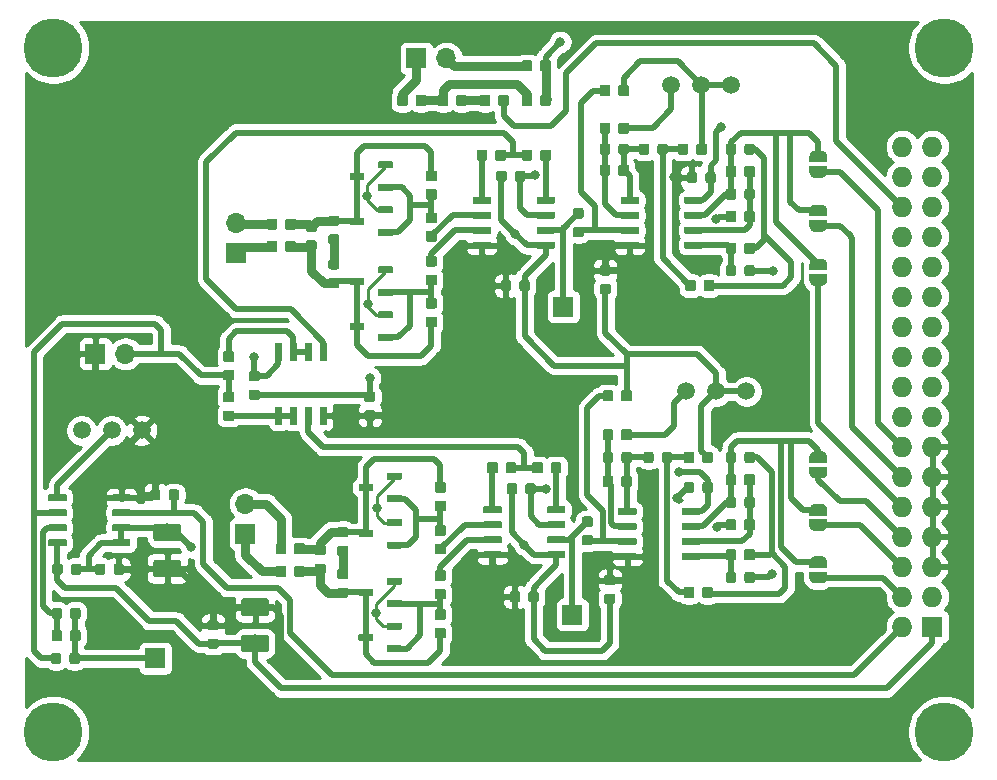
<source format=gbr>
G04 #@! TF.GenerationSoftware,KiCad,Pcbnew,5.1.4-e60b266~84~ubuntu18.04.1*
G04 #@! TF.CreationDate,2020-01-12T21:58:28+06:00*
G04 #@! TF.ProjectId,madEEGamp,6d616445-4547-4616-9d70-2e6b69636164,rev?*
G04 #@! TF.SameCoordinates,Original*
G04 #@! TF.FileFunction,Copper,L1,Top*
G04 #@! TF.FilePolarity,Positive*
%FSLAX46Y46*%
G04 Gerber Fmt 4.6, Leading zero omitted, Abs format (unit mm)*
G04 Created by KiCad (PCBNEW 5.1.4-e60b266~84~ubuntu18.04.1) date 2020-01-12 21:58:28*
%MOMM*%
%LPD*%
G04 APERTURE LIST*
%ADD10O,1.727200X1.727200*%
%ADD11R,1.727200X1.727200*%
%ADD12C,5.000000*%
%ADD13R,1.700000X1.700000*%
%ADD14O,1.700000X1.700000*%
%ADD15C,0.100000*%
%ADD16C,0.875000*%
%ADD17C,0.600000*%
%ADD18C,1.500000*%
%ADD19C,0.500000*%
%ADD20C,0.800000*%
%ADD21C,0.758000*%
%ADD22C,0.504000*%
%ADD23C,0.250000*%
%ADD24C,0.254000*%
G04 APERTURE END LIST*
D10*
X89408000Y-124968000D03*
X86868000Y-104648000D03*
X86868000Y-97028000D03*
X86868000Y-94488000D03*
X86868000Y-102108000D03*
X89408000Y-119888000D03*
X86868000Y-119888000D03*
X86868000Y-91948000D03*
X86868000Y-109728000D03*
X86868000Y-117348000D03*
X89408000Y-112268000D03*
X89408000Y-102108000D03*
X89408000Y-127508000D03*
X89408000Y-91948000D03*
X89408000Y-94488000D03*
X89408000Y-109728000D03*
X86868000Y-130048000D03*
X89408000Y-99568000D03*
X89408000Y-107188000D03*
X89408000Y-104648000D03*
X89408000Y-114808000D03*
X86868000Y-107188000D03*
X86868000Y-114808000D03*
X86868000Y-122428000D03*
X86868000Y-124968000D03*
X89408000Y-130048000D03*
D11*
X89408000Y-132588000D03*
D10*
X89408000Y-122428000D03*
X89408000Y-117348000D03*
X86868000Y-132588000D03*
X86868000Y-112268000D03*
X89408000Y-97028000D03*
X86868000Y-99568000D03*
X86868000Y-127508000D03*
D12*
X14986000Y-141478000D03*
X90424000Y-141478000D03*
X90424000Y-83566000D03*
X14986000Y-83566000D03*
D13*
X18542000Y-109474000D03*
D14*
X21082000Y-109474000D03*
D15*
G36*
X72683615Y-126017632D02*
G01*
X72696356Y-126019522D01*
X72708850Y-126022652D01*
X72720977Y-126026991D01*
X72732621Y-126032498D01*
X72743669Y-126039120D01*
X72754014Y-126046792D01*
X72763558Y-126055442D01*
X72772208Y-126064986D01*
X72779880Y-126075331D01*
X72786502Y-126086379D01*
X72792009Y-126098023D01*
X72796348Y-126110150D01*
X72799478Y-126122644D01*
X72801368Y-126135385D01*
X72802000Y-126148250D01*
X72802000Y-126835750D01*
X72801368Y-126848615D01*
X72799478Y-126861356D01*
X72796348Y-126873850D01*
X72792009Y-126885977D01*
X72786502Y-126897621D01*
X72779880Y-126908669D01*
X72772208Y-126919014D01*
X72763558Y-126928558D01*
X72754014Y-126937208D01*
X72743669Y-126944880D01*
X72732621Y-126951502D01*
X72720977Y-126957009D01*
X72708850Y-126961348D01*
X72696356Y-126964478D01*
X72683615Y-126966368D01*
X72670750Y-126967000D01*
X72058250Y-126967000D01*
X72045385Y-126966368D01*
X72032644Y-126964478D01*
X72020150Y-126961348D01*
X72008023Y-126957009D01*
X71996379Y-126951502D01*
X71985331Y-126944880D01*
X71974986Y-126937208D01*
X71965442Y-126928558D01*
X71956792Y-126919014D01*
X71949120Y-126908669D01*
X71942498Y-126897621D01*
X71936991Y-126885977D01*
X71932652Y-126873850D01*
X71929522Y-126861356D01*
X71927632Y-126848615D01*
X71927000Y-126835750D01*
X71927000Y-126148250D01*
X71927632Y-126135385D01*
X71929522Y-126122644D01*
X71932652Y-126110150D01*
X71936991Y-126098023D01*
X71942498Y-126086379D01*
X71949120Y-126075331D01*
X71956792Y-126064986D01*
X71965442Y-126055442D01*
X71974986Y-126046792D01*
X71985331Y-126039120D01*
X71996379Y-126032498D01*
X72008023Y-126026991D01*
X72020150Y-126022652D01*
X72032644Y-126019522D01*
X72045385Y-126017632D01*
X72058250Y-126017000D01*
X72670750Y-126017000D01*
X72683615Y-126017632D01*
X72683615Y-126017632D01*
G37*
D16*
X72364500Y-126492000D03*
D15*
G36*
X74258615Y-126017632D02*
G01*
X74271356Y-126019522D01*
X74283850Y-126022652D01*
X74295977Y-126026991D01*
X74307621Y-126032498D01*
X74318669Y-126039120D01*
X74329014Y-126046792D01*
X74338558Y-126055442D01*
X74347208Y-126064986D01*
X74354880Y-126075331D01*
X74361502Y-126086379D01*
X74367009Y-126098023D01*
X74371348Y-126110150D01*
X74374478Y-126122644D01*
X74376368Y-126135385D01*
X74377000Y-126148250D01*
X74377000Y-126835750D01*
X74376368Y-126848615D01*
X74374478Y-126861356D01*
X74371348Y-126873850D01*
X74367009Y-126885977D01*
X74361502Y-126897621D01*
X74354880Y-126908669D01*
X74347208Y-126919014D01*
X74338558Y-126928558D01*
X74329014Y-126937208D01*
X74318669Y-126944880D01*
X74307621Y-126951502D01*
X74295977Y-126957009D01*
X74283850Y-126961348D01*
X74271356Y-126964478D01*
X74258615Y-126966368D01*
X74245750Y-126967000D01*
X73633250Y-126967000D01*
X73620385Y-126966368D01*
X73607644Y-126964478D01*
X73595150Y-126961348D01*
X73583023Y-126957009D01*
X73571379Y-126951502D01*
X73560331Y-126944880D01*
X73549986Y-126937208D01*
X73540442Y-126928558D01*
X73531792Y-126919014D01*
X73524120Y-126908669D01*
X73517498Y-126897621D01*
X73511991Y-126885977D01*
X73507652Y-126873850D01*
X73504522Y-126861356D01*
X73502632Y-126848615D01*
X73502000Y-126835750D01*
X73502000Y-126148250D01*
X73502632Y-126135385D01*
X73504522Y-126122644D01*
X73507652Y-126110150D01*
X73511991Y-126098023D01*
X73517498Y-126086379D01*
X73524120Y-126075331D01*
X73531792Y-126064986D01*
X73540442Y-126055442D01*
X73549986Y-126046792D01*
X73560331Y-126039120D01*
X73571379Y-126032498D01*
X73583023Y-126026991D01*
X73595150Y-126022652D01*
X73607644Y-126019522D01*
X73620385Y-126017632D01*
X73633250Y-126017000D01*
X74245750Y-126017000D01*
X74258615Y-126017632D01*
X74258615Y-126017632D01*
G37*
D16*
X73939500Y-126492000D03*
D13*
X58928000Y-131572000D03*
X58166000Y-105473500D03*
X45720000Y-84455000D03*
D14*
X48260000Y-84455000D03*
D13*
X23622000Y-135255000D03*
D14*
X31242000Y-122174000D03*
D13*
X31242000Y-124714000D03*
X30480000Y-100901500D03*
D14*
X30480000Y-98361500D03*
D15*
G36*
X64287822Y-122509433D02*
G01*
X64296558Y-122510729D01*
X64305126Y-122512875D01*
X64313442Y-122515851D01*
X64321426Y-122519627D01*
X64329001Y-122524168D01*
X64336095Y-122529429D01*
X64342640Y-122535360D01*
X64348571Y-122541905D01*
X64353832Y-122548999D01*
X64358373Y-122556574D01*
X64362149Y-122564558D01*
X64365125Y-122572874D01*
X64367271Y-122581442D01*
X64368567Y-122590178D01*
X64369000Y-122599000D01*
X64369000Y-123019000D01*
X64368567Y-123027822D01*
X64367271Y-123036558D01*
X64365125Y-123045126D01*
X64362149Y-123053442D01*
X64358373Y-123061426D01*
X64353832Y-123069001D01*
X64348571Y-123076095D01*
X64342640Y-123082640D01*
X64336095Y-123088571D01*
X64329001Y-123093832D01*
X64321426Y-123098373D01*
X64313442Y-123102149D01*
X64305126Y-123105125D01*
X64296558Y-123107271D01*
X64287822Y-123108567D01*
X64279000Y-123109000D01*
X62909000Y-123109000D01*
X62900178Y-123108567D01*
X62891442Y-123107271D01*
X62882874Y-123105125D01*
X62874558Y-123102149D01*
X62866574Y-123098373D01*
X62858999Y-123093832D01*
X62851905Y-123088571D01*
X62845360Y-123082640D01*
X62839429Y-123076095D01*
X62834168Y-123069001D01*
X62829627Y-123061426D01*
X62825851Y-123053442D01*
X62822875Y-123045126D01*
X62820729Y-123036558D01*
X62819433Y-123027822D01*
X62819000Y-123019000D01*
X62819000Y-122599000D01*
X62819433Y-122590178D01*
X62820729Y-122581442D01*
X62822875Y-122572874D01*
X62825851Y-122564558D01*
X62829627Y-122556574D01*
X62834168Y-122548999D01*
X62839429Y-122541905D01*
X62845360Y-122535360D01*
X62851905Y-122529429D01*
X62858999Y-122524168D01*
X62866574Y-122519627D01*
X62874558Y-122515851D01*
X62882874Y-122512875D01*
X62891442Y-122510729D01*
X62900178Y-122509433D01*
X62909000Y-122509000D01*
X64279000Y-122509000D01*
X64287822Y-122509433D01*
X64287822Y-122509433D01*
G37*
D17*
X63594000Y-122809000D03*
D15*
G36*
X64287822Y-123779433D02*
G01*
X64296558Y-123780729D01*
X64305126Y-123782875D01*
X64313442Y-123785851D01*
X64321426Y-123789627D01*
X64329001Y-123794168D01*
X64336095Y-123799429D01*
X64342640Y-123805360D01*
X64348571Y-123811905D01*
X64353832Y-123818999D01*
X64358373Y-123826574D01*
X64362149Y-123834558D01*
X64365125Y-123842874D01*
X64367271Y-123851442D01*
X64368567Y-123860178D01*
X64369000Y-123869000D01*
X64369000Y-124289000D01*
X64368567Y-124297822D01*
X64367271Y-124306558D01*
X64365125Y-124315126D01*
X64362149Y-124323442D01*
X64358373Y-124331426D01*
X64353832Y-124339001D01*
X64348571Y-124346095D01*
X64342640Y-124352640D01*
X64336095Y-124358571D01*
X64329001Y-124363832D01*
X64321426Y-124368373D01*
X64313442Y-124372149D01*
X64305126Y-124375125D01*
X64296558Y-124377271D01*
X64287822Y-124378567D01*
X64279000Y-124379000D01*
X62909000Y-124379000D01*
X62900178Y-124378567D01*
X62891442Y-124377271D01*
X62882874Y-124375125D01*
X62874558Y-124372149D01*
X62866574Y-124368373D01*
X62858999Y-124363832D01*
X62851905Y-124358571D01*
X62845360Y-124352640D01*
X62839429Y-124346095D01*
X62834168Y-124339001D01*
X62829627Y-124331426D01*
X62825851Y-124323442D01*
X62822875Y-124315126D01*
X62820729Y-124306558D01*
X62819433Y-124297822D01*
X62819000Y-124289000D01*
X62819000Y-123869000D01*
X62819433Y-123860178D01*
X62820729Y-123851442D01*
X62822875Y-123842874D01*
X62825851Y-123834558D01*
X62829627Y-123826574D01*
X62834168Y-123818999D01*
X62839429Y-123811905D01*
X62845360Y-123805360D01*
X62851905Y-123799429D01*
X62858999Y-123794168D01*
X62866574Y-123789627D01*
X62874558Y-123785851D01*
X62882874Y-123782875D01*
X62891442Y-123780729D01*
X62900178Y-123779433D01*
X62909000Y-123779000D01*
X64279000Y-123779000D01*
X64287822Y-123779433D01*
X64287822Y-123779433D01*
G37*
D17*
X63594000Y-124079000D03*
D15*
G36*
X64287822Y-125049433D02*
G01*
X64296558Y-125050729D01*
X64305126Y-125052875D01*
X64313442Y-125055851D01*
X64321426Y-125059627D01*
X64329001Y-125064168D01*
X64336095Y-125069429D01*
X64342640Y-125075360D01*
X64348571Y-125081905D01*
X64353832Y-125088999D01*
X64358373Y-125096574D01*
X64362149Y-125104558D01*
X64365125Y-125112874D01*
X64367271Y-125121442D01*
X64368567Y-125130178D01*
X64369000Y-125139000D01*
X64369000Y-125559000D01*
X64368567Y-125567822D01*
X64367271Y-125576558D01*
X64365125Y-125585126D01*
X64362149Y-125593442D01*
X64358373Y-125601426D01*
X64353832Y-125609001D01*
X64348571Y-125616095D01*
X64342640Y-125622640D01*
X64336095Y-125628571D01*
X64329001Y-125633832D01*
X64321426Y-125638373D01*
X64313442Y-125642149D01*
X64305126Y-125645125D01*
X64296558Y-125647271D01*
X64287822Y-125648567D01*
X64279000Y-125649000D01*
X62909000Y-125649000D01*
X62900178Y-125648567D01*
X62891442Y-125647271D01*
X62882874Y-125645125D01*
X62874558Y-125642149D01*
X62866574Y-125638373D01*
X62858999Y-125633832D01*
X62851905Y-125628571D01*
X62845360Y-125622640D01*
X62839429Y-125616095D01*
X62834168Y-125609001D01*
X62829627Y-125601426D01*
X62825851Y-125593442D01*
X62822875Y-125585126D01*
X62820729Y-125576558D01*
X62819433Y-125567822D01*
X62819000Y-125559000D01*
X62819000Y-125139000D01*
X62819433Y-125130178D01*
X62820729Y-125121442D01*
X62822875Y-125112874D01*
X62825851Y-125104558D01*
X62829627Y-125096574D01*
X62834168Y-125088999D01*
X62839429Y-125081905D01*
X62845360Y-125075360D01*
X62851905Y-125069429D01*
X62858999Y-125064168D01*
X62866574Y-125059627D01*
X62874558Y-125055851D01*
X62882874Y-125052875D01*
X62891442Y-125050729D01*
X62900178Y-125049433D01*
X62909000Y-125049000D01*
X64279000Y-125049000D01*
X64287822Y-125049433D01*
X64287822Y-125049433D01*
G37*
D17*
X63594000Y-125349000D03*
D15*
G36*
X64287822Y-126319433D02*
G01*
X64296558Y-126320729D01*
X64305126Y-126322875D01*
X64313442Y-126325851D01*
X64321426Y-126329627D01*
X64329001Y-126334168D01*
X64336095Y-126339429D01*
X64342640Y-126345360D01*
X64348571Y-126351905D01*
X64353832Y-126358999D01*
X64358373Y-126366574D01*
X64362149Y-126374558D01*
X64365125Y-126382874D01*
X64367271Y-126391442D01*
X64368567Y-126400178D01*
X64369000Y-126409000D01*
X64369000Y-126829000D01*
X64368567Y-126837822D01*
X64367271Y-126846558D01*
X64365125Y-126855126D01*
X64362149Y-126863442D01*
X64358373Y-126871426D01*
X64353832Y-126879001D01*
X64348571Y-126886095D01*
X64342640Y-126892640D01*
X64336095Y-126898571D01*
X64329001Y-126903832D01*
X64321426Y-126908373D01*
X64313442Y-126912149D01*
X64305126Y-126915125D01*
X64296558Y-126917271D01*
X64287822Y-126918567D01*
X64279000Y-126919000D01*
X62909000Y-126919000D01*
X62900178Y-126918567D01*
X62891442Y-126917271D01*
X62882874Y-126915125D01*
X62874558Y-126912149D01*
X62866574Y-126908373D01*
X62858999Y-126903832D01*
X62851905Y-126898571D01*
X62845360Y-126892640D01*
X62839429Y-126886095D01*
X62834168Y-126879001D01*
X62829627Y-126871426D01*
X62825851Y-126863442D01*
X62822875Y-126855126D01*
X62820729Y-126846558D01*
X62819433Y-126837822D01*
X62819000Y-126829000D01*
X62819000Y-126409000D01*
X62819433Y-126400178D01*
X62820729Y-126391442D01*
X62822875Y-126382874D01*
X62825851Y-126374558D01*
X62829627Y-126366574D01*
X62834168Y-126358999D01*
X62839429Y-126351905D01*
X62845360Y-126345360D01*
X62851905Y-126339429D01*
X62858999Y-126334168D01*
X62866574Y-126329627D01*
X62874558Y-126325851D01*
X62882874Y-126322875D01*
X62891442Y-126320729D01*
X62900178Y-126319433D01*
X62909000Y-126319000D01*
X64279000Y-126319000D01*
X64287822Y-126319433D01*
X64287822Y-126319433D01*
G37*
D17*
X63594000Y-126619000D03*
D15*
G36*
X69687822Y-126319433D02*
G01*
X69696558Y-126320729D01*
X69705126Y-126322875D01*
X69713442Y-126325851D01*
X69721426Y-126329627D01*
X69729001Y-126334168D01*
X69736095Y-126339429D01*
X69742640Y-126345360D01*
X69748571Y-126351905D01*
X69753832Y-126358999D01*
X69758373Y-126366574D01*
X69762149Y-126374558D01*
X69765125Y-126382874D01*
X69767271Y-126391442D01*
X69768567Y-126400178D01*
X69769000Y-126409000D01*
X69769000Y-126829000D01*
X69768567Y-126837822D01*
X69767271Y-126846558D01*
X69765125Y-126855126D01*
X69762149Y-126863442D01*
X69758373Y-126871426D01*
X69753832Y-126879001D01*
X69748571Y-126886095D01*
X69742640Y-126892640D01*
X69736095Y-126898571D01*
X69729001Y-126903832D01*
X69721426Y-126908373D01*
X69713442Y-126912149D01*
X69705126Y-126915125D01*
X69696558Y-126917271D01*
X69687822Y-126918567D01*
X69679000Y-126919000D01*
X68309000Y-126919000D01*
X68300178Y-126918567D01*
X68291442Y-126917271D01*
X68282874Y-126915125D01*
X68274558Y-126912149D01*
X68266574Y-126908373D01*
X68258999Y-126903832D01*
X68251905Y-126898571D01*
X68245360Y-126892640D01*
X68239429Y-126886095D01*
X68234168Y-126879001D01*
X68229627Y-126871426D01*
X68225851Y-126863442D01*
X68222875Y-126855126D01*
X68220729Y-126846558D01*
X68219433Y-126837822D01*
X68219000Y-126829000D01*
X68219000Y-126409000D01*
X68219433Y-126400178D01*
X68220729Y-126391442D01*
X68222875Y-126382874D01*
X68225851Y-126374558D01*
X68229627Y-126366574D01*
X68234168Y-126358999D01*
X68239429Y-126351905D01*
X68245360Y-126345360D01*
X68251905Y-126339429D01*
X68258999Y-126334168D01*
X68266574Y-126329627D01*
X68274558Y-126325851D01*
X68282874Y-126322875D01*
X68291442Y-126320729D01*
X68300178Y-126319433D01*
X68309000Y-126319000D01*
X69679000Y-126319000D01*
X69687822Y-126319433D01*
X69687822Y-126319433D01*
G37*
D17*
X68994000Y-126619000D03*
D15*
G36*
X69687822Y-125049433D02*
G01*
X69696558Y-125050729D01*
X69705126Y-125052875D01*
X69713442Y-125055851D01*
X69721426Y-125059627D01*
X69729001Y-125064168D01*
X69736095Y-125069429D01*
X69742640Y-125075360D01*
X69748571Y-125081905D01*
X69753832Y-125088999D01*
X69758373Y-125096574D01*
X69762149Y-125104558D01*
X69765125Y-125112874D01*
X69767271Y-125121442D01*
X69768567Y-125130178D01*
X69769000Y-125139000D01*
X69769000Y-125559000D01*
X69768567Y-125567822D01*
X69767271Y-125576558D01*
X69765125Y-125585126D01*
X69762149Y-125593442D01*
X69758373Y-125601426D01*
X69753832Y-125609001D01*
X69748571Y-125616095D01*
X69742640Y-125622640D01*
X69736095Y-125628571D01*
X69729001Y-125633832D01*
X69721426Y-125638373D01*
X69713442Y-125642149D01*
X69705126Y-125645125D01*
X69696558Y-125647271D01*
X69687822Y-125648567D01*
X69679000Y-125649000D01*
X68309000Y-125649000D01*
X68300178Y-125648567D01*
X68291442Y-125647271D01*
X68282874Y-125645125D01*
X68274558Y-125642149D01*
X68266574Y-125638373D01*
X68258999Y-125633832D01*
X68251905Y-125628571D01*
X68245360Y-125622640D01*
X68239429Y-125616095D01*
X68234168Y-125609001D01*
X68229627Y-125601426D01*
X68225851Y-125593442D01*
X68222875Y-125585126D01*
X68220729Y-125576558D01*
X68219433Y-125567822D01*
X68219000Y-125559000D01*
X68219000Y-125139000D01*
X68219433Y-125130178D01*
X68220729Y-125121442D01*
X68222875Y-125112874D01*
X68225851Y-125104558D01*
X68229627Y-125096574D01*
X68234168Y-125088999D01*
X68239429Y-125081905D01*
X68245360Y-125075360D01*
X68251905Y-125069429D01*
X68258999Y-125064168D01*
X68266574Y-125059627D01*
X68274558Y-125055851D01*
X68282874Y-125052875D01*
X68291442Y-125050729D01*
X68300178Y-125049433D01*
X68309000Y-125049000D01*
X69679000Y-125049000D01*
X69687822Y-125049433D01*
X69687822Y-125049433D01*
G37*
D17*
X68994000Y-125349000D03*
D15*
G36*
X69687822Y-123779433D02*
G01*
X69696558Y-123780729D01*
X69705126Y-123782875D01*
X69713442Y-123785851D01*
X69721426Y-123789627D01*
X69729001Y-123794168D01*
X69736095Y-123799429D01*
X69742640Y-123805360D01*
X69748571Y-123811905D01*
X69753832Y-123818999D01*
X69758373Y-123826574D01*
X69762149Y-123834558D01*
X69765125Y-123842874D01*
X69767271Y-123851442D01*
X69768567Y-123860178D01*
X69769000Y-123869000D01*
X69769000Y-124289000D01*
X69768567Y-124297822D01*
X69767271Y-124306558D01*
X69765125Y-124315126D01*
X69762149Y-124323442D01*
X69758373Y-124331426D01*
X69753832Y-124339001D01*
X69748571Y-124346095D01*
X69742640Y-124352640D01*
X69736095Y-124358571D01*
X69729001Y-124363832D01*
X69721426Y-124368373D01*
X69713442Y-124372149D01*
X69705126Y-124375125D01*
X69696558Y-124377271D01*
X69687822Y-124378567D01*
X69679000Y-124379000D01*
X68309000Y-124379000D01*
X68300178Y-124378567D01*
X68291442Y-124377271D01*
X68282874Y-124375125D01*
X68274558Y-124372149D01*
X68266574Y-124368373D01*
X68258999Y-124363832D01*
X68251905Y-124358571D01*
X68245360Y-124352640D01*
X68239429Y-124346095D01*
X68234168Y-124339001D01*
X68229627Y-124331426D01*
X68225851Y-124323442D01*
X68222875Y-124315126D01*
X68220729Y-124306558D01*
X68219433Y-124297822D01*
X68219000Y-124289000D01*
X68219000Y-123869000D01*
X68219433Y-123860178D01*
X68220729Y-123851442D01*
X68222875Y-123842874D01*
X68225851Y-123834558D01*
X68229627Y-123826574D01*
X68234168Y-123818999D01*
X68239429Y-123811905D01*
X68245360Y-123805360D01*
X68251905Y-123799429D01*
X68258999Y-123794168D01*
X68266574Y-123789627D01*
X68274558Y-123785851D01*
X68282874Y-123782875D01*
X68291442Y-123780729D01*
X68300178Y-123779433D01*
X68309000Y-123779000D01*
X69679000Y-123779000D01*
X69687822Y-123779433D01*
X69687822Y-123779433D01*
G37*
D17*
X68994000Y-124079000D03*
D15*
G36*
X69687822Y-122509433D02*
G01*
X69696558Y-122510729D01*
X69705126Y-122512875D01*
X69713442Y-122515851D01*
X69721426Y-122519627D01*
X69729001Y-122524168D01*
X69736095Y-122529429D01*
X69742640Y-122535360D01*
X69748571Y-122541905D01*
X69753832Y-122548999D01*
X69758373Y-122556574D01*
X69762149Y-122564558D01*
X69765125Y-122572874D01*
X69767271Y-122581442D01*
X69768567Y-122590178D01*
X69769000Y-122599000D01*
X69769000Y-123019000D01*
X69768567Y-123027822D01*
X69767271Y-123036558D01*
X69765125Y-123045126D01*
X69762149Y-123053442D01*
X69758373Y-123061426D01*
X69753832Y-123069001D01*
X69748571Y-123076095D01*
X69742640Y-123082640D01*
X69736095Y-123088571D01*
X69729001Y-123093832D01*
X69721426Y-123098373D01*
X69713442Y-123102149D01*
X69705126Y-123105125D01*
X69696558Y-123107271D01*
X69687822Y-123108567D01*
X69679000Y-123109000D01*
X68309000Y-123109000D01*
X68300178Y-123108567D01*
X68291442Y-123107271D01*
X68282874Y-123105125D01*
X68274558Y-123102149D01*
X68266574Y-123098373D01*
X68258999Y-123093832D01*
X68251905Y-123088571D01*
X68245360Y-123082640D01*
X68239429Y-123076095D01*
X68234168Y-123069001D01*
X68229627Y-123061426D01*
X68225851Y-123053442D01*
X68222875Y-123045126D01*
X68220729Y-123036558D01*
X68219433Y-123027822D01*
X68219000Y-123019000D01*
X68219000Y-122599000D01*
X68219433Y-122590178D01*
X68220729Y-122581442D01*
X68222875Y-122572874D01*
X68225851Y-122564558D01*
X68229627Y-122556574D01*
X68234168Y-122548999D01*
X68239429Y-122541905D01*
X68245360Y-122535360D01*
X68251905Y-122529429D01*
X68258999Y-122524168D01*
X68266574Y-122519627D01*
X68274558Y-122515851D01*
X68282874Y-122512875D01*
X68291442Y-122510729D01*
X68300178Y-122509433D01*
X68309000Y-122509000D01*
X69679000Y-122509000D01*
X69687822Y-122509433D01*
X69687822Y-122509433D01*
G37*
D17*
X68994000Y-122809000D03*
D15*
G36*
X64493822Y-96156933D02*
G01*
X64502558Y-96158229D01*
X64511126Y-96160375D01*
X64519442Y-96163351D01*
X64527426Y-96167127D01*
X64535001Y-96171668D01*
X64542095Y-96176929D01*
X64548640Y-96182860D01*
X64554571Y-96189405D01*
X64559832Y-96196499D01*
X64564373Y-96204074D01*
X64568149Y-96212058D01*
X64571125Y-96220374D01*
X64573271Y-96228942D01*
X64574567Y-96237678D01*
X64575000Y-96246500D01*
X64575000Y-96666500D01*
X64574567Y-96675322D01*
X64573271Y-96684058D01*
X64571125Y-96692626D01*
X64568149Y-96700942D01*
X64564373Y-96708926D01*
X64559832Y-96716501D01*
X64554571Y-96723595D01*
X64548640Y-96730140D01*
X64542095Y-96736071D01*
X64535001Y-96741332D01*
X64527426Y-96745873D01*
X64519442Y-96749649D01*
X64511126Y-96752625D01*
X64502558Y-96754771D01*
X64493822Y-96756067D01*
X64485000Y-96756500D01*
X63115000Y-96756500D01*
X63106178Y-96756067D01*
X63097442Y-96754771D01*
X63088874Y-96752625D01*
X63080558Y-96749649D01*
X63072574Y-96745873D01*
X63064999Y-96741332D01*
X63057905Y-96736071D01*
X63051360Y-96730140D01*
X63045429Y-96723595D01*
X63040168Y-96716501D01*
X63035627Y-96708926D01*
X63031851Y-96700942D01*
X63028875Y-96692626D01*
X63026729Y-96684058D01*
X63025433Y-96675322D01*
X63025000Y-96666500D01*
X63025000Y-96246500D01*
X63025433Y-96237678D01*
X63026729Y-96228942D01*
X63028875Y-96220374D01*
X63031851Y-96212058D01*
X63035627Y-96204074D01*
X63040168Y-96196499D01*
X63045429Y-96189405D01*
X63051360Y-96182860D01*
X63057905Y-96176929D01*
X63064999Y-96171668D01*
X63072574Y-96167127D01*
X63080558Y-96163351D01*
X63088874Y-96160375D01*
X63097442Y-96158229D01*
X63106178Y-96156933D01*
X63115000Y-96156500D01*
X64485000Y-96156500D01*
X64493822Y-96156933D01*
X64493822Y-96156933D01*
G37*
D17*
X63800000Y-96456500D03*
D15*
G36*
X64493822Y-97426933D02*
G01*
X64502558Y-97428229D01*
X64511126Y-97430375D01*
X64519442Y-97433351D01*
X64527426Y-97437127D01*
X64535001Y-97441668D01*
X64542095Y-97446929D01*
X64548640Y-97452860D01*
X64554571Y-97459405D01*
X64559832Y-97466499D01*
X64564373Y-97474074D01*
X64568149Y-97482058D01*
X64571125Y-97490374D01*
X64573271Y-97498942D01*
X64574567Y-97507678D01*
X64575000Y-97516500D01*
X64575000Y-97936500D01*
X64574567Y-97945322D01*
X64573271Y-97954058D01*
X64571125Y-97962626D01*
X64568149Y-97970942D01*
X64564373Y-97978926D01*
X64559832Y-97986501D01*
X64554571Y-97993595D01*
X64548640Y-98000140D01*
X64542095Y-98006071D01*
X64535001Y-98011332D01*
X64527426Y-98015873D01*
X64519442Y-98019649D01*
X64511126Y-98022625D01*
X64502558Y-98024771D01*
X64493822Y-98026067D01*
X64485000Y-98026500D01*
X63115000Y-98026500D01*
X63106178Y-98026067D01*
X63097442Y-98024771D01*
X63088874Y-98022625D01*
X63080558Y-98019649D01*
X63072574Y-98015873D01*
X63064999Y-98011332D01*
X63057905Y-98006071D01*
X63051360Y-98000140D01*
X63045429Y-97993595D01*
X63040168Y-97986501D01*
X63035627Y-97978926D01*
X63031851Y-97970942D01*
X63028875Y-97962626D01*
X63026729Y-97954058D01*
X63025433Y-97945322D01*
X63025000Y-97936500D01*
X63025000Y-97516500D01*
X63025433Y-97507678D01*
X63026729Y-97498942D01*
X63028875Y-97490374D01*
X63031851Y-97482058D01*
X63035627Y-97474074D01*
X63040168Y-97466499D01*
X63045429Y-97459405D01*
X63051360Y-97452860D01*
X63057905Y-97446929D01*
X63064999Y-97441668D01*
X63072574Y-97437127D01*
X63080558Y-97433351D01*
X63088874Y-97430375D01*
X63097442Y-97428229D01*
X63106178Y-97426933D01*
X63115000Y-97426500D01*
X64485000Y-97426500D01*
X64493822Y-97426933D01*
X64493822Y-97426933D01*
G37*
D17*
X63800000Y-97726500D03*
D15*
G36*
X64493822Y-98696933D02*
G01*
X64502558Y-98698229D01*
X64511126Y-98700375D01*
X64519442Y-98703351D01*
X64527426Y-98707127D01*
X64535001Y-98711668D01*
X64542095Y-98716929D01*
X64548640Y-98722860D01*
X64554571Y-98729405D01*
X64559832Y-98736499D01*
X64564373Y-98744074D01*
X64568149Y-98752058D01*
X64571125Y-98760374D01*
X64573271Y-98768942D01*
X64574567Y-98777678D01*
X64575000Y-98786500D01*
X64575000Y-99206500D01*
X64574567Y-99215322D01*
X64573271Y-99224058D01*
X64571125Y-99232626D01*
X64568149Y-99240942D01*
X64564373Y-99248926D01*
X64559832Y-99256501D01*
X64554571Y-99263595D01*
X64548640Y-99270140D01*
X64542095Y-99276071D01*
X64535001Y-99281332D01*
X64527426Y-99285873D01*
X64519442Y-99289649D01*
X64511126Y-99292625D01*
X64502558Y-99294771D01*
X64493822Y-99296067D01*
X64485000Y-99296500D01*
X63115000Y-99296500D01*
X63106178Y-99296067D01*
X63097442Y-99294771D01*
X63088874Y-99292625D01*
X63080558Y-99289649D01*
X63072574Y-99285873D01*
X63064999Y-99281332D01*
X63057905Y-99276071D01*
X63051360Y-99270140D01*
X63045429Y-99263595D01*
X63040168Y-99256501D01*
X63035627Y-99248926D01*
X63031851Y-99240942D01*
X63028875Y-99232626D01*
X63026729Y-99224058D01*
X63025433Y-99215322D01*
X63025000Y-99206500D01*
X63025000Y-98786500D01*
X63025433Y-98777678D01*
X63026729Y-98768942D01*
X63028875Y-98760374D01*
X63031851Y-98752058D01*
X63035627Y-98744074D01*
X63040168Y-98736499D01*
X63045429Y-98729405D01*
X63051360Y-98722860D01*
X63057905Y-98716929D01*
X63064999Y-98711668D01*
X63072574Y-98707127D01*
X63080558Y-98703351D01*
X63088874Y-98700375D01*
X63097442Y-98698229D01*
X63106178Y-98696933D01*
X63115000Y-98696500D01*
X64485000Y-98696500D01*
X64493822Y-98696933D01*
X64493822Y-98696933D01*
G37*
D17*
X63800000Y-98996500D03*
D15*
G36*
X64493822Y-99966933D02*
G01*
X64502558Y-99968229D01*
X64511126Y-99970375D01*
X64519442Y-99973351D01*
X64527426Y-99977127D01*
X64535001Y-99981668D01*
X64542095Y-99986929D01*
X64548640Y-99992860D01*
X64554571Y-99999405D01*
X64559832Y-100006499D01*
X64564373Y-100014074D01*
X64568149Y-100022058D01*
X64571125Y-100030374D01*
X64573271Y-100038942D01*
X64574567Y-100047678D01*
X64575000Y-100056500D01*
X64575000Y-100476500D01*
X64574567Y-100485322D01*
X64573271Y-100494058D01*
X64571125Y-100502626D01*
X64568149Y-100510942D01*
X64564373Y-100518926D01*
X64559832Y-100526501D01*
X64554571Y-100533595D01*
X64548640Y-100540140D01*
X64542095Y-100546071D01*
X64535001Y-100551332D01*
X64527426Y-100555873D01*
X64519442Y-100559649D01*
X64511126Y-100562625D01*
X64502558Y-100564771D01*
X64493822Y-100566067D01*
X64485000Y-100566500D01*
X63115000Y-100566500D01*
X63106178Y-100566067D01*
X63097442Y-100564771D01*
X63088874Y-100562625D01*
X63080558Y-100559649D01*
X63072574Y-100555873D01*
X63064999Y-100551332D01*
X63057905Y-100546071D01*
X63051360Y-100540140D01*
X63045429Y-100533595D01*
X63040168Y-100526501D01*
X63035627Y-100518926D01*
X63031851Y-100510942D01*
X63028875Y-100502626D01*
X63026729Y-100494058D01*
X63025433Y-100485322D01*
X63025000Y-100476500D01*
X63025000Y-100056500D01*
X63025433Y-100047678D01*
X63026729Y-100038942D01*
X63028875Y-100030374D01*
X63031851Y-100022058D01*
X63035627Y-100014074D01*
X63040168Y-100006499D01*
X63045429Y-99999405D01*
X63051360Y-99992860D01*
X63057905Y-99986929D01*
X63064999Y-99981668D01*
X63072574Y-99977127D01*
X63080558Y-99973351D01*
X63088874Y-99970375D01*
X63097442Y-99968229D01*
X63106178Y-99966933D01*
X63115000Y-99966500D01*
X64485000Y-99966500D01*
X64493822Y-99966933D01*
X64493822Y-99966933D01*
G37*
D17*
X63800000Y-100266500D03*
D15*
G36*
X69893822Y-99966933D02*
G01*
X69902558Y-99968229D01*
X69911126Y-99970375D01*
X69919442Y-99973351D01*
X69927426Y-99977127D01*
X69935001Y-99981668D01*
X69942095Y-99986929D01*
X69948640Y-99992860D01*
X69954571Y-99999405D01*
X69959832Y-100006499D01*
X69964373Y-100014074D01*
X69968149Y-100022058D01*
X69971125Y-100030374D01*
X69973271Y-100038942D01*
X69974567Y-100047678D01*
X69975000Y-100056500D01*
X69975000Y-100476500D01*
X69974567Y-100485322D01*
X69973271Y-100494058D01*
X69971125Y-100502626D01*
X69968149Y-100510942D01*
X69964373Y-100518926D01*
X69959832Y-100526501D01*
X69954571Y-100533595D01*
X69948640Y-100540140D01*
X69942095Y-100546071D01*
X69935001Y-100551332D01*
X69927426Y-100555873D01*
X69919442Y-100559649D01*
X69911126Y-100562625D01*
X69902558Y-100564771D01*
X69893822Y-100566067D01*
X69885000Y-100566500D01*
X68515000Y-100566500D01*
X68506178Y-100566067D01*
X68497442Y-100564771D01*
X68488874Y-100562625D01*
X68480558Y-100559649D01*
X68472574Y-100555873D01*
X68464999Y-100551332D01*
X68457905Y-100546071D01*
X68451360Y-100540140D01*
X68445429Y-100533595D01*
X68440168Y-100526501D01*
X68435627Y-100518926D01*
X68431851Y-100510942D01*
X68428875Y-100502626D01*
X68426729Y-100494058D01*
X68425433Y-100485322D01*
X68425000Y-100476500D01*
X68425000Y-100056500D01*
X68425433Y-100047678D01*
X68426729Y-100038942D01*
X68428875Y-100030374D01*
X68431851Y-100022058D01*
X68435627Y-100014074D01*
X68440168Y-100006499D01*
X68445429Y-99999405D01*
X68451360Y-99992860D01*
X68457905Y-99986929D01*
X68464999Y-99981668D01*
X68472574Y-99977127D01*
X68480558Y-99973351D01*
X68488874Y-99970375D01*
X68497442Y-99968229D01*
X68506178Y-99966933D01*
X68515000Y-99966500D01*
X69885000Y-99966500D01*
X69893822Y-99966933D01*
X69893822Y-99966933D01*
G37*
D17*
X69200000Y-100266500D03*
D15*
G36*
X69893822Y-98696933D02*
G01*
X69902558Y-98698229D01*
X69911126Y-98700375D01*
X69919442Y-98703351D01*
X69927426Y-98707127D01*
X69935001Y-98711668D01*
X69942095Y-98716929D01*
X69948640Y-98722860D01*
X69954571Y-98729405D01*
X69959832Y-98736499D01*
X69964373Y-98744074D01*
X69968149Y-98752058D01*
X69971125Y-98760374D01*
X69973271Y-98768942D01*
X69974567Y-98777678D01*
X69975000Y-98786500D01*
X69975000Y-99206500D01*
X69974567Y-99215322D01*
X69973271Y-99224058D01*
X69971125Y-99232626D01*
X69968149Y-99240942D01*
X69964373Y-99248926D01*
X69959832Y-99256501D01*
X69954571Y-99263595D01*
X69948640Y-99270140D01*
X69942095Y-99276071D01*
X69935001Y-99281332D01*
X69927426Y-99285873D01*
X69919442Y-99289649D01*
X69911126Y-99292625D01*
X69902558Y-99294771D01*
X69893822Y-99296067D01*
X69885000Y-99296500D01*
X68515000Y-99296500D01*
X68506178Y-99296067D01*
X68497442Y-99294771D01*
X68488874Y-99292625D01*
X68480558Y-99289649D01*
X68472574Y-99285873D01*
X68464999Y-99281332D01*
X68457905Y-99276071D01*
X68451360Y-99270140D01*
X68445429Y-99263595D01*
X68440168Y-99256501D01*
X68435627Y-99248926D01*
X68431851Y-99240942D01*
X68428875Y-99232626D01*
X68426729Y-99224058D01*
X68425433Y-99215322D01*
X68425000Y-99206500D01*
X68425000Y-98786500D01*
X68425433Y-98777678D01*
X68426729Y-98768942D01*
X68428875Y-98760374D01*
X68431851Y-98752058D01*
X68435627Y-98744074D01*
X68440168Y-98736499D01*
X68445429Y-98729405D01*
X68451360Y-98722860D01*
X68457905Y-98716929D01*
X68464999Y-98711668D01*
X68472574Y-98707127D01*
X68480558Y-98703351D01*
X68488874Y-98700375D01*
X68497442Y-98698229D01*
X68506178Y-98696933D01*
X68515000Y-98696500D01*
X69885000Y-98696500D01*
X69893822Y-98696933D01*
X69893822Y-98696933D01*
G37*
D17*
X69200000Y-98996500D03*
D15*
G36*
X69893822Y-97426933D02*
G01*
X69902558Y-97428229D01*
X69911126Y-97430375D01*
X69919442Y-97433351D01*
X69927426Y-97437127D01*
X69935001Y-97441668D01*
X69942095Y-97446929D01*
X69948640Y-97452860D01*
X69954571Y-97459405D01*
X69959832Y-97466499D01*
X69964373Y-97474074D01*
X69968149Y-97482058D01*
X69971125Y-97490374D01*
X69973271Y-97498942D01*
X69974567Y-97507678D01*
X69975000Y-97516500D01*
X69975000Y-97936500D01*
X69974567Y-97945322D01*
X69973271Y-97954058D01*
X69971125Y-97962626D01*
X69968149Y-97970942D01*
X69964373Y-97978926D01*
X69959832Y-97986501D01*
X69954571Y-97993595D01*
X69948640Y-98000140D01*
X69942095Y-98006071D01*
X69935001Y-98011332D01*
X69927426Y-98015873D01*
X69919442Y-98019649D01*
X69911126Y-98022625D01*
X69902558Y-98024771D01*
X69893822Y-98026067D01*
X69885000Y-98026500D01*
X68515000Y-98026500D01*
X68506178Y-98026067D01*
X68497442Y-98024771D01*
X68488874Y-98022625D01*
X68480558Y-98019649D01*
X68472574Y-98015873D01*
X68464999Y-98011332D01*
X68457905Y-98006071D01*
X68451360Y-98000140D01*
X68445429Y-97993595D01*
X68440168Y-97986501D01*
X68435627Y-97978926D01*
X68431851Y-97970942D01*
X68428875Y-97962626D01*
X68426729Y-97954058D01*
X68425433Y-97945322D01*
X68425000Y-97936500D01*
X68425000Y-97516500D01*
X68425433Y-97507678D01*
X68426729Y-97498942D01*
X68428875Y-97490374D01*
X68431851Y-97482058D01*
X68435627Y-97474074D01*
X68440168Y-97466499D01*
X68445429Y-97459405D01*
X68451360Y-97452860D01*
X68457905Y-97446929D01*
X68464999Y-97441668D01*
X68472574Y-97437127D01*
X68480558Y-97433351D01*
X68488874Y-97430375D01*
X68497442Y-97428229D01*
X68506178Y-97426933D01*
X68515000Y-97426500D01*
X69885000Y-97426500D01*
X69893822Y-97426933D01*
X69893822Y-97426933D01*
G37*
D17*
X69200000Y-97726500D03*
D15*
G36*
X69893822Y-96156933D02*
G01*
X69902558Y-96158229D01*
X69911126Y-96160375D01*
X69919442Y-96163351D01*
X69927426Y-96167127D01*
X69935001Y-96171668D01*
X69942095Y-96176929D01*
X69948640Y-96182860D01*
X69954571Y-96189405D01*
X69959832Y-96196499D01*
X69964373Y-96204074D01*
X69968149Y-96212058D01*
X69971125Y-96220374D01*
X69973271Y-96228942D01*
X69974567Y-96237678D01*
X69975000Y-96246500D01*
X69975000Y-96666500D01*
X69974567Y-96675322D01*
X69973271Y-96684058D01*
X69971125Y-96692626D01*
X69968149Y-96700942D01*
X69964373Y-96708926D01*
X69959832Y-96716501D01*
X69954571Y-96723595D01*
X69948640Y-96730140D01*
X69942095Y-96736071D01*
X69935001Y-96741332D01*
X69927426Y-96745873D01*
X69919442Y-96749649D01*
X69911126Y-96752625D01*
X69902558Y-96754771D01*
X69893822Y-96756067D01*
X69885000Y-96756500D01*
X68515000Y-96756500D01*
X68506178Y-96756067D01*
X68497442Y-96754771D01*
X68488874Y-96752625D01*
X68480558Y-96749649D01*
X68472574Y-96745873D01*
X68464999Y-96741332D01*
X68457905Y-96736071D01*
X68451360Y-96730140D01*
X68445429Y-96723595D01*
X68440168Y-96716501D01*
X68435627Y-96708926D01*
X68431851Y-96700942D01*
X68428875Y-96692626D01*
X68426729Y-96684058D01*
X68425433Y-96675322D01*
X68425000Y-96666500D01*
X68425000Y-96246500D01*
X68425433Y-96237678D01*
X68426729Y-96228942D01*
X68428875Y-96220374D01*
X68431851Y-96212058D01*
X68435627Y-96204074D01*
X68440168Y-96196499D01*
X68445429Y-96189405D01*
X68451360Y-96182860D01*
X68457905Y-96176929D01*
X68464999Y-96171668D01*
X68472574Y-96167127D01*
X68480558Y-96163351D01*
X68488874Y-96160375D01*
X68497442Y-96158229D01*
X68506178Y-96156933D01*
X68515000Y-96156500D01*
X69885000Y-96156500D01*
X69893822Y-96156933D01*
X69893822Y-96156933D01*
G37*
D17*
X69200000Y-96456500D03*
D15*
G36*
X34254822Y-113939433D02*
G01*
X34263558Y-113940729D01*
X34272126Y-113942875D01*
X34280442Y-113945851D01*
X34288426Y-113949627D01*
X34296001Y-113954168D01*
X34303095Y-113959429D01*
X34309640Y-113965360D01*
X34315571Y-113971905D01*
X34320832Y-113978999D01*
X34325373Y-113986574D01*
X34329149Y-113994558D01*
X34332125Y-114002874D01*
X34334271Y-114011442D01*
X34335567Y-114020178D01*
X34336000Y-114029000D01*
X34336000Y-115399000D01*
X34335567Y-115407822D01*
X34334271Y-115416558D01*
X34332125Y-115425126D01*
X34329149Y-115433442D01*
X34325373Y-115441426D01*
X34320832Y-115449001D01*
X34315571Y-115456095D01*
X34309640Y-115462640D01*
X34303095Y-115468571D01*
X34296001Y-115473832D01*
X34288426Y-115478373D01*
X34280442Y-115482149D01*
X34272126Y-115485125D01*
X34263558Y-115487271D01*
X34254822Y-115488567D01*
X34246000Y-115489000D01*
X33826000Y-115489000D01*
X33817178Y-115488567D01*
X33808442Y-115487271D01*
X33799874Y-115485125D01*
X33791558Y-115482149D01*
X33783574Y-115478373D01*
X33775999Y-115473832D01*
X33768905Y-115468571D01*
X33762360Y-115462640D01*
X33756429Y-115456095D01*
X33751168Y-115449001D01*
X33746627Y-115441426D01*
X33742851Y-115433442D01*
X33739875Y-115425126D01*
X33737729Y-115416558D01*
X33736433Y-115407822D01*
X33736000Y-115399000D01*
X33736000Y-114029000D01*
X33736433Y-114020178D01*
X33737729Y-114011442D01*
X33739875Y-114002874D01*
X33742851Y-113994558D01*
X33746627Y-113986574D01*
X33751168Y-113978999D01*
X33756429Y-113971905D01*
X33762360Y-113965360D01*
X33768905Y-113959429D01*
X33775999Y-113954168D01*
X33783574Y-113949627D01*
X33791558Y-113945851D01*
X33799874Y-113942875D01*
X33808442Y-113940729D01*
X33817178Y-113939433D01*
X33826000Y-113939000D01*
X34246000Y-113939000D01*
X34254822Y-113939433D01*
X34254822Y-113939433D01*
G37*
D17*
X34036000Y-114714000D03*
D15*
G36*
X35524822Y-113939433D02*
G01*
X35533558Y-113940729D01*
X35542126Y-113942875D01*
X35550442Y-113945851D01*
X35558426Y-113949627D01*
X35566001Y-113954168D01*
X35573095Y-113959429D01*
X35579640Y-113965360D01*
X35585571Y-113971905D01*
X35590832Y-113978999D01*
X35595373Y-113986574D01*
X35599149Y-113994558D01*
X35602125Y-114002874D01*
X35604271Y-114011442D01*
X35605567Y-114020178D01*
X35606000Y-114029000D01*
X35606000Y-115399000D01*
X35605567Y-115407822D01*
X35604271Y-115416558D01*
X35602125Y-115425126D01*
X35599149Y-115433442D01*
X35595373Y-115441426D01*
X35590832Y-115449001D01*
X35585571Y-115456095D01*
X35579640Y-115462640D01*
X35573095Y-115468571D01*
X35566001Y-115473832D01*
X35558426Y-115478373D01*
X35550442Y-115482149D01*
X35542126Y-115485125D01*
X35533558Y-115487271D01*
X35524822Y-115488567D01*
X35516000Y-115489000D01*
X35096000Y-115489000D01*
X35087178Y-115488567D01*
X35078442Y-115487271D01*
X35069874Y-115485125D01*
X35061558Y-115482149D01*
X35053574Y-115478373D01*
X35045999Y-115473832D01*
X35038905Y-115468571D01*
X35032360Y-115462640D01*
X35026429Y-115456095D01*
X35021168Y-115449001D01*
X35016627Y-115441426D01*
X35012851Y-115433442D01*
X35009875Y-115425126D01*
X35007729Y-115416558D01*
X35006433Y-115407822D01*
X35006000Y-115399000D01*
X35006000Y-114029000D01*
X35006433Y-114020178D01*
X35007729Y-114011442D01*
X35009875Y-114002874D01*
X35012851Y-113994558D01*
X35016627Y-113986574D01*
X35021168Y-113978999D01*
X35026429Y-113971905D01*
X35032360Y-113965360D01*
X35038905Y-113959429D01*
X35045999Y-113954168D01*
X35053574Y-113949627D01*
X35061558Y-113945851D01*
X35069874Y-113942875D01*
X35078442Y-113940729D01*
X35087178Y-113939433D01*
X35096000Y-113939000D01*
X35516000Y-113939000D01*
X35524822Y-113939433D01*
X35524822Y-113939433D01*
G37*
D17*
X35306000Y-114714000D03*
D15*
G36*
X36794822Y-113939433D02*
G01*
X36803558Y-113940729D01*
X36812126Y-113942875D01*
X36820442Y-113945851D01*
X36828426Y-113949627D01*
X36836001Y-113954168D01*
X36843095Y-113959429D01*
X36849640Y-113965360D01*
X36855571Y-113971905D01*
X36860832Y-113978999D01*
X36865373Y-113986574D01*
X36869149Y-113994558D01*
X36872125Y-114002874D01*
X36874271Y-114011442D01*
X36875567Y-114020178D01*
X36876000Y-114029000D01*
X36876000Y-115399000D01*
X36875567Y-115407822D01*
X36874271Y-115416558D01*
X36872125Y-115425126D01*
X36869149Y-115433442D01*
X36865373Y-115441426D01*
X36860832Y-115449001D01*
X36855571Y-115456095D01*
X36849640Y-115462640D01*
X36843095Y-115468571D01*
X36836001Y-115473832D01*
X36828426Y-115478373D01*
X36820442Y-115482149D01*
X36812126Y-115485125D01*
X36803558Y-115487271D01*
X36794822Y-115488567D01*
X36786000Y-115489000D01*
X36366000Y-115489000D01*
X36357178Y-115488567D01*
X36348442Y-115487271D01*
X36339874Y-115485125D01*
X36331558Y-115482149D01*
X36323574Y-115478373D01*
X36315999Y-115473832D01*
X36308905Y-115468571D01*
X36302360Y-115462640D01*
X36296429Y-115456095D01*
X36291168Y-115449001D01*
X36286627Y-115441426D01*
X36282851Y-115433442D01*
X36279875Y-115425126D01*
X36277729Y-115416558D01*
X36276433Y-115407822D01*
X36276000Y-115399000D01*
X36276000Y-114029000D01*
X36276433Y-114020178D01*
X36277729Y-114011442D01*
X36279875Y-114002874D01*
X36282851Y-113994558D01*
X36286627Y-113986574D01*
X36291168Y-113978999D01*
X36296429Y-113971905D01*
X36302360Y-113965360D01*
X36308905Y-113959429D01*
X36315999Y-113954168D01*
X36323574Y-113949627D01*
X36331558Y-113945851D01*
X36339874Y-113942875D01*
X36348442Y-113940729D01*
X36357178Y-113939433D01*
X36366000Y-113939000D01*
X36786000Y-113939000D01*
X36794822Y-113939433D01*
X36794822Y-113939433D01*
G37*
D17*
X36576000Y-114714000D03*
D15*
G36*
X38064822Y-113939433D02*
G01*
X38073558Y-113940729D01*
X38082126Y-113942875D01*
X38090442Y-113945851D01*
X38098426Y-113949627D01*
X38106001Y-113954168D01*
X38113095Y-113959429D01*
X38119640Y-113965360D01*
X38125571Y-113971905D01*
X38130832Y-113978999D01*
X38135373Y-113986574D01*
X38139149Y-113994558D01*
X38142125Y-114002874D01*
X38144271Y-114011442D01*
X38145567Y-114020178D01*
X38146000Y-114029000D01*
X38146000Y-115399000D01*
X38145567Y-115407822D01*
X38144271Y-115416558D01*
X38142125Y-115425126D01*
X38139149Y-115433442D01*
X38135373Y-115441426D01*
X38130832Y-115449001D01*
X38125571Y-115456095D01*
X38119640Y-115462640D01*
X38113095Y-115468571D01*
X38106001Y-115473832D01*
X38098426Y-115478373D01*
X38090442Y-115482149D01*
X38082126Y-115485125D01*
X38073558Y-115487271D01*
X38064822Y-115488567D01*
X38056000Y-115489000D01*
X37636000Y-115489000D01*
X37627178Y-115488567D01*
X37618442Y-115487271D01*
X37609874Y-115485125D01*
X37601558Y-115482149D01*
X37593574Y-115478373D01*
X37585999Y-115473832D01*
X37578905Y-115468571D01*
X37572360Y-115462640D01*
X37566429Y-115456095D01*
X37561168Y-115449001D01*
X37556627Y-115441426D01*
X37552851Y-115433442D01*
X37549875Y-115425126D01*
X37547729Y-115416558D01*
X37546433Y-115407822D01*
X37546000Y-115399000D01*
X37546000Y-114029000D01*
X37546433Y-114020178D01*
X37547729Y-114011442D01*
X37549875Y-114002874D01*
X37552851Y-113994558D01*
X37556627Y-113986574D01*
X37561168Y-113978999D01*
X37566429Y-113971905D01*
X37572360Y-113965360D01*
X37578905Y-113959429D01*
X37585999Y-113954168D01*
X37593574Y-113949627D01*
X37601558Y-113945851D01*
X37609874Y-113942875D01*
X37618442Y-113940729D01*
X37627178Y-113939433D01*
X37636000Y-113939000D01*
X38056000Y-113939000D01*
X38064822Y-113939433D01*
X38064822Y-113939433D01*
G37*
D17*
X37846000Y-114714000D03*
D15*
G36*
X38064822Y-108539433D02*
G01*
X38073558Y-108540729D01*
X38082126Y-108542875D01*
X38090442Y-108545851D01*
X38098426Y-108549627D01*
X38106001Y-108554168D01*
X38113095Y-108559429D01*
X38119640Y-108565360D01*
X38125571Y-108571905D01*
X38130832Y-108578999D01*
X38135373Y-108586574D01*
X38139149Y-108594558D01*
X38142125Y-108602874D01*
X38144271Y-108611442D01*
X38145567Y-108620178D01*
X38146000Y-108629000D01*
X38146000Y-109999000D01*
X38145567Y-110007822D01*
X38144271Y-110016558D01*
X38142125Y-110025126D01*
X38139149Y-110033442D01*
X38135373Y-110041426D01*
X38130832Y-110049001D01*
X38125571Y-110056095D01*
X38119640Y-110062640D01*
X38113095Y-110068571D01*
X38106001Y-110073832D01*
X38098426Y-110078373D01*
X38090442Y-110082149D01*
X38082126Y-110085125D01*
X38073558Y-110087271D01*
X38064822Y-110088567D01*
X38056000Y-110089000D01*
X37636000Y-110089000D01*
X37627178Y-110088567D01*
X37618442Y-110087271D01*
X37609874Y-110085125D01*
X37601558Y-110082149D01*
X37593574Y-110078373D01*
X37585999Y-110073832D01*
X37578905Y-110068571D01*
X37572360Y-110062640D01*
X37566429Y-110056095D01*
X37561168Y-110049001D01*
X37556627Y-110041426D01*
X37552851Y-110033442D01*
X37549875Y-110025126D01*
X37547729Y-110016558D01*
X37546433Y-110007822D01*
X37546000Y-109999000D01*
X37546000Y-108629000D01*
X37546433Y-108620178D01*
X37547729Y-108611442D01*
X37549875Y-108602874D01*
X37552851Y-108594558D01*
X37556627Y-108586574D01*
X37561168Y-108578999D01*
X37566429Y-108571905D01*
X37572360Y-108565360D01*
X37578905Y-108559429D01*
X37585999Y-108554168D01*
X37593574Y-108549627D01*
X37601558Y-108545851D01*
X37609874Y-108542875D01*
X37618442Y-108540729D01*
X37627178Y-108539433D01*
X37636000Y-108539000D01*
X38056000Y-108539000D01*
X38064822Y-108539433D01*
X38064822Y-108539433D01*
G37*
D17*
X37846000Y-109314000D03*
D15*
G36*
X36794822Y-108539433D02*
G01*
X36803558Y-108540729D01*
X36812126Y-108542875D01*
X36820442Y-108545851D01*
X36828426Y-108549627D01*
X36836001Y-108554168D01*
X36843095Y-108559429D01*
X36849640Y-108565360D01*
X36855571Y-108571905D01*
X36860832Y-108578999D01*
X36865373Y-108586574D01*
X36869149Y-108594558D01*
X36872125Y-108602874D01*
X36874271Y-108611442D01*
X36875567Y-108620178D01*
X36876000Y-108629000D01*
X36876000Y-109999000D01*
X36875567Y-110007822D01*
X36874271Y-110016558D01*
X36872125Y-110025126D01*
X36869149Y-110033442D01*
X36865373Y-110041426D01*
X36860832Y-110049001D01*
X36855571Y-110056095D01*
X36849640Y-110062640D01*
X36843095Y-110068571D01*
X36836001Y-110073832D01*
X36828426Y-110078373D01*
X36820442Y-110082149D01*
X36812126Y-110085125D01*
X36803558Y-110087271D01*
X36794822Y-110088567D01*
X36786000Y-110089000D01*
X36366000Y-110089000D01*
X36357178Y-110088567D01*
X36348442Y-110087271D01*
X36339874Y-110085125D01*
X36331558Y-110082149D01*
X36323574Y-110078373D01*
X36315999Y-110073832D01*
X36308905Y-110068571D01*
X36302360Y-110062640D01*
X36296429Y-110056095D01*
X36291168Y-110049001D01*
X36286627Y-110041426D01*
X36282851Y-110033442D01*
X36279875Y-110025126D01*
X36277729Y-110016558D01*
X36276433Y-110007822D01*
X36276000Y-109999000D01*
X36276000Y-108629000D01*
X36276433Y-108620178D01*
X36277729Y-108611442D01*
X36279875Y-108602874D01*
X36282851Y-108594558D01*
X36286627Y-108586574D01*
X36291168Y-108578999D01*
X36296429Y-108571905D01*
X36302360Y-108565360D01*
X36308905Y-108559429D01*
X36315999Y-108554168D01*
X36323574Y-108549627D01*
X36331558Y-108545851D01*
X36339874Y-108542875D01*
X36348442Y-108540729D01*
X36357178Y-108539433D01*
X36366000Y-108539000D01*
X36786000Y-108539000D01*
X36794822Y-108539433D01*
X36794822Y-108539433D01*
G37*
D17*
X36576000Y-109314000D03*
D15*
G36*
X35524822Y-108539433D02*
G01*
X35533558Y-108540729D01*
X35542126Y-108542875D01*
X35550442Y-108545851D01*
X35558426Y-108549627D01*
X35566001Y-108554168D01*
X35573095Y-108559429D01*
X35579640Y-108565360D01*
X35585571Y-108571905D01*
X35590832Y-108578999D01*
X35595373Y-108586574D01*
X35599149Y-108594558D01*
X35602125Y-108602874D01*
X35604271Y-108611442D01*
X35605567Y-108620178D01*
X35606000Y-108629000D01*
X35606000Y-109999000D01*
X35605567Y-110007822D01*
X35604271Y-110016558D01*
X35602125Y-110025126D01*
X35599149Y-110033442D01*
X35595373Y-110041426D01*
X35590832Y-110049001D01*
X35585571Y-110056095D01*
X35579640Y-110062640D01*
X35573095Y-110068571D01*
X35566001Y-110073832D01*
X35558426Y-110078373D01*
X35550442Y-110082149D01*
X35542126Y-110085125D01*
X35533558Y-110087271D01*
X35524822Y-110088567D01*
X35516000Y-110089000D01*
X35096000Y-110089000D01*
X35087178Y-110088567D01*
X35078442Y-110087271D01*
X35069874Y-110085125D01*
X35061558Y-110082149D01*
X35053574Y-110078373D01*
X35045999Y-110073832D01*
X35038905Y-110068571D01*
X35032360Y-110062640D01*
X35026429Y-110056095D01*
X35021168Y-110049001D01*
X35016627Y-110041426D01*
X35012851Y-110033442D01*
X35009875Y-110025126D01*
X35007729Y-110016558D01*
X35006433Y-110007822D01*
X35006000Y-109999000D01*
X35006000Y-108629000D01*
X35006433Y-108620178D01*
X35007729Y-108611442D01*
X35009875Y-108602874D01*
X35012851Y-108594558D01*
X35016627Y-108586574D01*
X35021168Y-108578999D01*
X35026429Y-108571905D01*
X35032360Y-108565360D01*
X35038905Y-108559429D01*
X35045999Y-108554168D01*
X35053574Y-108549627D01*
X35061558Y-108545851D01*
X35069874Y-108542875D01*
X35078442Y-108540729D01*
X35087178Y-108539433D01*
X35096000Y-108539000D01*
X35516000Y-108539000D01*
X35524822Y-108539433D01*
X35524822Y-108539433D01*
G37*
D17*
X35306000Y-109314000D03*
D15*
G36*
X34254822Y-108539433D02*
G01*
X34263558Y-108540729D01*
X34272126Y-108542875D01*
X34280442Y-108545851D01*
X34288426Y-108549627D01*
X34296001Y-108554168D01*
X34303095Y-108559429D01*
X34309640Y-108565360D01*
X34315571Y-108571905D01*
X34320832Y-108578999D01*
X34325373Y-108586574D01*
X34329149Y-108594558D01*
X34332125Y-108602874D01*
X34334271Y-108611442D01*
X34335567Y-108620178D01*
X34336000Y-108629000D01*
X34336000Y-109999000D01*
X34335567Y-110007822D01*
X34334271Y-110016558D01*
X34332125Y-110025126D01*
X34329149Y-110033442D01*
X34325373Y-110041426D01*
X34320832Y-110049001D01*
X34315571Y-110056095D01*
X34309640Y-110062640D01*
X34303095Y-110068571D01*
X34296001Y-110073832D01*
X34288426Y-110078373D01*
X34280442Y-110082149D01*
X34272126Y-110085125D01*
X34263558Y-110087271D01*
X34254822Y-110088567D01*
X34246000Y-110089000D01*
X33826000Y-110089000D01*
X33817178Y-110088567D01*
X33808442Y-110087271D01*
X33799874Y-110085125D01*
X33791558Y-110082149D01*
X33783574Y-110078373D01*
X33775999Y-110073832D01*
X33768905Y-110068571D01*
X33762360Y-110062640D01*
X33756429Y-110056095D01*
X33751168Y-110049001D01*
X33746627Y-110041426D01*
X33742851Y-110033442D01*
X33739875Y-110025126D01*
X33737729Y-110016558D01*
X33736433Y-110007822D01*
X33736000Y-109999000D01*
X33736000Y-108629000D01*
X33736433Y-108620178D01*
X33737729Y-108611442D01*
X33739875Y-108602874D01*
X33742851Y-108594558D01*
X33746627Y-108586574D01*
X33751168Y-108578999D01*
X33756429Y-108571905D01*
X33762360Y-108565360D01*
X33768905Y-108559429D01*
X33775999Y-108554168D01*
X33783574Y-108549627D01*
X33791558Y-108545851D01*
X33799874Y-108542875D01*
X33808442Y-108540729D01*
X33817178Y-108539433D01*
X33826000Y-108539000D01*
X34246000Y-108539000D01*
X34254822Y-108539433D01*
X34254822Y-108539433D01*
G37*
D17*
X34036000Y-109314000D03*
D15*
G36*
X52857822Y-122382433D02*
G01*
X52866558Y-122383729D01*
X52875126Y-122385875D01*
X52883442Y-122388851D01*
X52891426Y-122392627D01*
X52899001Y-122397168D01*
X52906095Y-122402429D01*
X52912640Y-122408360D01*
X52918571Y-122414905D01*
X52923832Y-122421999D01*
X52928373Y-122429574D01*
X52932149Y-122437558D01*
X52935125Y-122445874D01*
X52937271Y-122454442D01*
X52938567Y-122463178D01*
X52939000Y-122472000D01*
X52939000Y-122892000D01*
X52938567Y-122900822D01*
X52937271Y-122909558D01*
X52935125Y-122918126D01*
X52932149Y-122926442D01*
X52928373Y-122934426D01*
X52923832Y-122942001D01*
X52918571Y-122949095D01*
X52912640Y-122955640D01*
X52906095Y-122961571D01*
X52899001Y-122966832D01*
X52891426Y-122971373D01*
X52883442Y-122975149D01*
X52875126Y-122978125D01*
X52866558Y-122980271D01*
X52857822Y-122981567D01*
X52849000Y-122982000D01*
X51479000Y-122982000D01*
X51470178Y-122981567D01*
X51461442Y-122980271D01*
X51452874Y-122978125D01*
X51444558Y-122975149D01*
X51436574Y-122971373D01*
X51428999Y-122966832D01*
X51421905Y-122961571D01*
X51415360Y-122955640D01*
X51409429Y-122949095D01*
X51404168Y-122942001D01*
X51399627Y-122934426D01*
X51395851Y-122926442D01*
X51392875Y-122918126D01*
X51390729Y-122909558D01*
X51389433Y-122900822D01*
X51389000Y-122892000D01*
X51389000Y-122472000D01*
X51389433Y-122463178D01*
X51390729Y-122454442D01*
X51392875Y-122445874D01*
X51395851Y-122437558D01*
X51399627Y-122429574D01*
X51404168Y-122421999D01*
X51409429Y-122414905D01*
X51415360Y-122408360D01*
X51421905Y-122402429D01*
X51428999Y-122397168D01*
X51436574Y-122392627D01*
X51444558Y-122388851D01*
X51452874Y-122385875D01*
X51461442Y-122383729D01*
X51470178Y-122382433D01*
X51479000Y-122382000D01*
X52849000Y-122382000D01*
X52857822Y-122382433D01*
X52857822Y-122382433D01*
G37*
D17*
X52164000Y-122682000D03*
D15*
G36*
X52857822Y-123652433D02*
G01*
X52866558Y-123653729D01*
X52875126Y-123655875D01*
X52883442Y-123658851D01*
X52891426Y-123662627D01*
X52899001Y-123667168D01*
X52906095Y-123672429D01*
X52912640Y-123678360D01*
X52918571Y-123684905D01*
X52923832Y-123691999D01*
X52928373Y-123699574D01*
X52932149Y-123707558D01*
X52935125Y-123715874D01*
X52937271Y-123724442D01*
X52938567Y-123733178D01*
X52939000Y-123742000D01*
X52939000Y-124162000D01*
X52938567Y-124170822D01*
X52937271Y-124179558D01*
X52935125Y-124188126D01*
X52932149Y-124196442D01*
X52928373Y-124204426D01*
X52923832Y-124212001D01*
X52918571Y-124219095D01*
X52912640Y-124225640D01*
X52906095Y-124231571D01*
X52899001Y-124236832D01*
X52891426Y-124241373D01*
X52883442Y-124245149D01*
X52875126Y-124248125D01*
X52866558Y-124250271D01*
X52857822Y-124251567D01*
X52849000Y-124252000D01*
X51479000Y-124252000D01*
X51470178Y-124251567D01*
X51461442Y-124250271D01*
X51452874Y-124248125D01*
X51444558Y-124245149D01*
X51436574Y-124241373D01*
X51428999Y-124236832D01*
X51421905Y-124231571D01*
X51415360Y-124225640D01*
X51409429Y-124219095D01*
X51404168Y-124212001D01*
X51399627Y-124204426D01*
X51395851Y-124196442D01*
X51392875Y-124188126D01*
X51390729Y-124179558D01*
X51389433Y-124170822D01*
X51389000Y-124162000D01*
X51389000Y-123742000D01*
X51389433Y-123733178D01*
X51390729Y-123724442D01*
X51392875Y-123715874D01*
X51395851Y-123707558D01*
X51399627Y-123699574D01*
X51404168Y-123691999D01*
X51409429Y-123684905D01*
X51415360Y-123678360D01*
X51421905Y-123672429D01*
X51428999Y-123667168D01*
X51436574Y-123662627D01*
X51444558Y-123658851D01*
X51452874Y-123655875D01*
X51461442Y-123653729D01*
X51470178Y-123652433D01*
X51479000Y-123652000D01*
X52849000Y-123652000D01*
X52857822Y-123652433D01*
X52857822Y-123652433D01*
G37*
D17*
X52164000Y-123952000D03*
D15*
G36*
X52857822Y-124922433D02*
G01*
X52866558Y-124923729D01*
X52875126Y-124925875D01*
X52883442Y-124928851D01*
X52891426Y-124932627D01*
X52899001Y-124937168D01*
X52906095Y-124942429D01*
X52912640Y-124948360D01*
X52918571Y-124954905D01*
X52923832Y-124961999D01*
X52928373Y-124969574D01*
X52932149Y-124977558D01*
X52935125Y-124985874D01*
X52937271Y-124994442D01*
X52938567Y-125003178D01*
X52939000Y-125012000D01*
X52939000Y-125432000D01*
X52938567Y-125440822D01*
X52937271Y-125449558D01*
X52935125Y-125458126D01*
X52932149Y-125466442D01*
X52928373Y-125474426D01*
X52923832Y-125482001D01*
X52918571Y-125489095D01*
X52912640Y-125495640D01*
X52906095Y-125501571D01*
X52899001Y-125506832D01*
X52891426Y-125511373D01*
X52883442Y-125515149D01*
X52875126Y-125518125D01*
X52866558Y-125520271D01*
X52857822Y-125521567D01*
X52849000Y-125522000D01*
X51479000Y-125522000D01*
X51470178Y-125521567D01*
X51461442Y-125520271D01*
X51452874Y-125518125D01*
X51444558Y-125515149D01*
X51436574Y-125511373D01*
X51428999Y-125506832D01*
X51421905Y-125501571D01*
X51415360Y-125495640D01*
X51409429Y-125489095D01*
X51404168Y-125482001D01*
X51399627Y-125474426D01*
X51395851Y-125466442D01*
X51392875Y-125458126D01*
X51390729Y-125449558D01*
X51389433Y-125440822D01*
X51389000Y-125432000D01*
X51389000Y-125012000D01*
X51389433Y-125003178D01*
X51390729Y-124994442D01*
X51392875Y-124985874D01*
X51395851Y-124977558D01*
X51399627Y-124969574D01*
X51404168Y-124961999D01*
X51409429Y-124954905D01*
X51415360Y-124948360D01*
X51421905Y-124942429D01*
X51428999Y-124937168D01*
X51436574Y-124932627D01*
X51444558Y-124928851D01*
X51452874Y-124925875D01*
X51461442Y-124923729D01*
X51470178Y-124922433D01*
X51479000Y-124922000D01*
X52849000Y-124922000D01*
X52857822Y-124922433D01*
X52857822Y-124922433D01*
G37*
D17*
X52164000Y-125222000D03*
D15*
G36*
X52857822Y-126192433D02*
G01*
X52866558Y-126193729D01*
X52875126Y-126195875D01*
X52883442Y-126198851D01*
X52891426Y-126202627D01*
X52899001Y-126207168D01*
X52906095Y-126212429D01*
X52912640Y-126218360D01*
X52918571Y-126224905D01*
X52923832Y-126231999D01*
X52928373Y-126239574D01*
X52932149Y-126247558D01*
X52935125Y-126255874D01*
X52937271Y-126264442D01*
X52938567Y-126273178D01*
X52939000Y-126282000D01*
X52939000Y-126702000D01*
X52938567Y-126710822D01*
X52937271Y-126719558D01*
X52935125Y-126728126D01*
X52932149Y-126736442D01*
X52928373Y-126744426D01*
X52923832Y-126752001D01*
X52918571Y-126759095D01*
X52912640Y-126765640D01*
X52906095Y-126771571D01*
X52899001Y-126776832D01*
X52891426Y-126781373D01*
X52883442Y-126785149D01*
X52875126Y-126788125D01*
X52866558Y-126790271D01*
X52857822Y-126791567D01*
X52849000Y-126792000D01*
X51479000Y-126792000D01*
X51470178Y-126791567D01*
X51461442Y-126790271D01*
X51452874Y-126788125D01*
X51444558Y-126785149D01*
X51436574Y-126781373D01*
X51428999Y-126776832D01*
X51421905Y-126771571D01*
X51415360Y-126765640D01*
X51409429Y-126759095D01*
X51404168Y-126752001D01*
X51399627Y-126744426D01*
X51395851Y-126736442D01*
X51392875Y-126728126D01*
X51390729Y-126719558D01*
X51389433Y-126710822D01*
X51389000Y-126702000D01*
X51389000Y-126282000D01*
X51389433Y-126273178D01*
X51390729Y-126264442D01*
X51392875Y-126255874D01*
X51395851Y-126247558D01*
X51399627Y-126239574D01*
X51404168Y-126231999D01*
X51409429Y-126224905D01*
X51415360Y-126218360D01*
X51421905Y-126212429D01*
X51428999Y-126207168D01*
X51436574Y-126202627D01*
X51444558Y-126198851D01*
X51452874Y-126195875D01*
X51461442Y-126193729D01*
X51470178Y-126192433D01*
X51479000Y-126192000D01*
X52849000Y-126192000D01*
X52857822Y-126192433D01*
X52857822Y-126192433D01*
G37*
D17*
X52164000Y-126492000D03*
D15*
G36*
X58257822Y-126192433D02*
G01*
X58266558Y-126193729D01*
X58275126Y-126195875D01*
X58283442Y-126198851D01*
X58291426Y-126202627D01*
X58299001Y-126207168D01*
X58306095Y-126212429D01*
X58312640Y-126218360D01*
X58318571Y-126224905D01*
X58323832Y-126231999D01*
X58328373Y-126239574D01*
X58332149Y-126247558D01*
X58335125Y-126255874D01*
X58337271Y-126264442D01*
X58338567Y-126273178D01*
X58339000Y-126282000D01*
X58339000Y-126702000D01*
X58338567Y-126710822D01*
X58337271Y-126719558D01*
X58335125Y-126728126D01*
X58332149Y-126736442D01*
X58328373Y-126744426D01*
X58323832Y-126752001D01*
X58318571Y-126759095D01*
X58312640Y-126765640D01*
X58306095Y-126771571D01*
X58299001Y-126776832D01*
X58291426Y-126781373D01*
X58283442Y-126785149D01*
X58275126Y-126788125D01*
X58266558Y-126790271D01*
X58257822Y-126791567D01*
X58249000Y-126792000D01*
X56879000Y-126792000D01*
X56870178Y-126791567D01*
X56861442Y-126790271D01*
X56852874Y-126788125D01*
X56844558Y-126785149D01*
X56836574Y-126781373D01*
X56828999Y-126776832D01*
X56821905Y-126771571D01*
X56815360Y-126765640D01*
X56809429Y-126759095D01*
X56804168Y-126752001D01*
X56799627Y-126744426D01*
X56795851Y-126736442D01*
X56792875Y-126728126D01*
X56790729Y-126719558D01*
X56789433Y-126710822D01*
X56789000Y-126702000D01*
X56789000Y-126282000D01*
X56789433Y-126273178D01*
X56790729Y-126264442D01*
X56792875Y-126255874D01*
X56795851Y-126247558D01*
X56799627Y-126239574D01*
X56804168Y-126231999D01*
X56809429Y-126224905D01*
X56815360Y-126218360D01*
X56821905Y-126212429D01*
X56828999Y-126207168D01*
X56836574Y-126202627D01*
X56844558Y-126198851D01*
X56852874Y-126195875D01*
X56861442Y-126193729D01*
X56870178Y-126192433D01*
X56879000Y-126192000D01*
X58249000Y-126192000D01*
X58257822Y-126192433D01*
X58257822Y-126192433D01*
G37*
D17*
X57564000Y-126492000D03*
D15*
G36*
X58257822Y-124922433D02*
G01*
X58266558Y-124923729D01*
X58275126Y-124925875D01*
X58283442Y-124928851D01*
X58291426Y-124932627D01*
X58299001Y-124937168D01*
X58306095Y-124942429D01*
X58312640Y-124948360D01*
X58318571Y-124954905D01*
X58323832Y-124961999D01*
X58328373Y-124969574D01*
X58332149Y-124977558D01*
X58335125Y-124985874D01*
X58337271Y-124994442D01*
X58338567Y-125003178D01*
X58339000Y-125012000D01*
X58339000Y-125432000D01*
X58338567Y-125440822D01*
X58337271Y-125449558D01*
X58335125Y-125458126D01*
X58332149Y-125466442D01*
X58328373Y-125474426D01*
X58323832Y-125482001D01*
X58318571Y-125489095D01*
X58312640Y-125495640D01*
X58306095Y-125501571D01*
X58299001Y-125506832D01*
X58291426Y-125511373D01*
X58283442Y-125515149D01*
X58275126Y-125518125D01*
X58266558Y-125520271D01*
X58257822Y-125521567D01*
X58249000Y-125522000D01*
X56879000Y-125522000D01*
X56870178Y-125521567D01*
X56861442Y-125520271D01*
X56852874Y-125518125D01*
X56844558Y-125515149D01*
X56836574Y-125511373D01*
X56828999Y-125506832D01*
X56821905Y-125501571D01*
X56815360Y-125495640D01*
X56809429Y-125489095D01*
X56804168Y-125482001D01*
X56799627Y-125474426D01*
X56795851Y-125466442D01*
X56792875Y-125458126D01*
X56790729Y-125449558D01*
X56789433Y-125440822D01*
X56789000Y-125432000D01*
X56789000Y-125012000D01*
X56789433Y-125003178D01*
X56790729Y-124994442D01*
X56792875Y-124985874D01*
X56795851Y-124977558D01*
X56799627Y-124969574D01*
X56804168Y-124961999D01*
X56809429Y-124954905D01*
X56815360Y-124948360D01*
X56821905Y-124942429D01*
X56828999Y-124937168D01*
X56836574Y-124932627D01*
X56844558Y-124928851D01*
X56852874Y-124925875D01*
X56861442Y-124923729D01*
X56870178Y-124922433D01*
X56879000Y-124922000D01*
X58249000Y-124922000D01*
X58257822Y-124922433D01*
X58257822Y-124922433D01*
G37*
D17*
X57564000Y-125222000D03*
D15*
G36*
X58257822Y-123652433D02*
G01*
X58266558Y-123653729D01*
X58275126Y-123655875D01*
X58283442Y-123658851D01*
X58291426Y-123662627D01*
X58299001Y-123667168D01*
X58306095Y-123672429D01*
X58312640Y-123678360D01*
X58318571Y-123684905D01*
X58323832Y-123691999D01*
X58328373Y-123699574D01*
X58332149Y-123707558D01*
X58335125Y-123715874D01*
X58337271Y-123724442D01*
X58338567Y-123733178D01*
X58339000Y-123742000D01*
X58339000Y-124162000D01*
X58338567Y-124170822D01*
X58337271Y-124179558D01*
X58335125Y-124188126D01*
X58332149Y-124196442D01*
X58328373Y-124204426D01*
X58323832Y-124212001D01*
X58318571Y-124219095D01*
X58312640Y-124225640D01*
X58306095Y-124231571D01*
X58299001Y-124236832D01*
X58291426Y-124241373D01*
X58283442Y-124245149D01*
X58275126Y-124248125D01*
X58266558Y-124250271D01*
X58257822Y-124251567D01*
X58249000Y-124252000D01*
X56879000Y-124252000D01*
X56870178Y-124251567D01*
X56861442Y-124250271D01*
X56852874Y-124248125D01*
X56844558Y-124245149D01*
X56836574Y-124241373D01*
X56828999Y-124236832D01*
X56821905Y-124231571D01*
X56815360Y-124225640D01*
X56809429Y-124219095D01*
X56804168Y-124212001D01*
X56799627Y-124204426D01*
X56795851Y-124196442D01*
X56792875Y-124188126D01*
X56790729Y-124179558D01*
X56789433Y-124170822D01*
X56789000Y-124162000D01*
X56789000Y-123742000D01*
X56789433Y-123733178D01*
X56790729Y-123724442D01*
X56792875Y-123715874D01*
X56795851Y-123707558D01*
X56799627Y-123699574D01*
X56804168Y-123691999D01*
X56809429Y-123684905D01*
X56815360Y-123678360D01*
X56821905Y-123672429D01*
X56828999Y-123667168D01*
X56836574Y-123662627D01*
X56844558Y-123658851D01*
X56852874Y-123655875D01*
X56861442Y-123653729D01*
X56870178Y-123652433D01*
X56879000Y-123652000D01*
X58249000Y-123652000D01*
X58257822Y-123652433D01*
X58257822Y-123652433D01*
G37*
D17*
X57564000Y-123952000D03*
D15*
G36*
X58257822Y-122382433D02*
G01*
X58266558Y-122383729D01*
X58275126Y-122385875D01*
X58283442Y-122388851D01*
X58291426Y-122392627D01*
X58299001Y-122397168D01*
X58306095Y-122402429D01*
X58312640Y-122408360D01*
X58318571Y-122414905D01*
X58323832Y-122421999D01*
X58328373Y-122429574D01*
X58332149Y-122437558D01*
X58335125Y-122445874D01*
X58337271Y-122454442D01*
X58338567Y-122463178D01*
X58339000Y-122472000D01*
X58339000Y-122892000D01*
X58338567Y-122900822D01*
X58337271Y-122909558D01*
X58335125Y-122918126D01*
X58332149Y-122926442D01*
X58328373Y-122934426D01*
X58323832Y-122942001D01*
X58318571Y-122949095D01*
X58312640Y-122955640D01*
X58306095Y-122961571D01*
X58299001Y-122966832D01*
X58291426Y-122971373D01*
X58283442Y-122975149D01*
X58275126Y-122978125D01*
X58266558Y-122980271D01*
X58257822Y-122981567D01*
X58249000Y-122982000D01*
X56879000Y-122982000D01*
X56870178Y-122981567D01*
X56861442Y-122980271D01*
X56852874Y-122978125D01*
X56844558Y-122975149D01*
X56836574Y-122971373D01*
X56828999Y-122966832D01*
X56821905Y-122961571D01*
X56815360Y-122955640D01*
X56809429Y-122949095D01*
X56804168Y-122942001D01*
X56799627Y-122934426D01*
X56795851Y-122926442D01*
X56792875Y-122918126D01*
X56790729Y-122909558D01*
X56789433Y-122900822D01*
X56789000Y-122892000D01*
X56789000Y-122472000D01*
X56789433Y-122463178D01*
X56790729Y-122454442D01*
X56792875Y-122445874D01*
X56795851Y-122437558D01*
X56799627Y-122429574D01*
X56804168Y-122421999D01*
X56809429Y-122414905D01*
X56815360Y-122408360D01*
X56821905Y-122402429D01*
X56828999Y-122397168D01*
X56836574Y-122392627D01*
X56844558Y-122388851D01*
X56852874Y-122385875D01*
X56861442Y-122383729D01*
X56870178Y-122382433D01*
X56879000Y-122382000D01*
X58249000Y-122382000D01*
X58257822Y-122382433D01*
X58257822Y-122382433D01*
G37*
D17*
X57564000Y-122682000D03*
D15*
G36*
X51968822Y-96156933D02*
G01*
X51977558Y-96158229D01*
X51986126Y-96160375D01*
X51994442Y-96163351D01*
X52002426Y-96167127D01*
X52010001Y-96171668D01*
X52017095Y-96176929D01*
X52023640Y-96182860D01*
X52029571Y-96189405D01*
X52034832Y-96196499D01*
X52039373Y-96204074D01*
X52043149Y-96212058D01*
X52046125Y-96220374D01*
X52048271Y-96228942D01*
X52049567Y-96237678D01*
X52050000Y-96246500D01*
X52050000Y-96666500D01*
X52049567Y-96675322D01*
X52048271Y-96684058D01*
X52046125Y-96692626D01*
X52043149Y-96700942D01*
X52039373Y-96708926D01*
X52034832Y-96716501D01*
X52029571Y-96723595D01*
X52023640Y-96730140D01*
X52017095Y-96736071D01*
X52010001Y-96741332D01*
X52002426Y-96745873D01*
X51994442Y-96749649D01*
X51986126Y-96752625D01*
X51977558Y-96754771D01*
X51968822Y-96756067D01*
X51960000Y-96756500D01*
X50590000Y-96756500D01*
X50581178Y-96756067D01*
X50572442Y-96754771D01*
X50563874Y-96752625D01*
X50555558Y-96749649D01*
X50547574Y-96745873D01*
X50539999Y-96741332D01*
X50532905Y-96736071D01*
X50526360Y-96730140D01*
X50520429Y-96723595D01*
X50515168Y-96716501D01*
X50510627Y-96708926D01*
X50506851Y-96700942D01*
X50503875Y-96692626D01*
X50501729Y-96684058D01*
X50500433Y-96675322D01*
X50500000Y-96666500D01*
X50500000Y-96246500D01*
X50500433Y-96237678D01*
X50501729Y-96228942D01*
X50503875Y-96220374D01*
X50506851Y-96212058D01*
X50510627Y-96204074D01*
X50515168Y-96196499D01*
X50520429Y-96189405D01*
X50526360Y-96182860D01*
X50532905Y-96176929D01*
X50539999Y-96171668D01*
X50547574Y-96167127D01*
X50555558Y-96163351D01*
X50563874Y-96160375D01*
X50572442Y-96158229D01*
X50581178Y-96156933D01*
X50590000Y-96156500D01*
X51960000Y-96156500D01*
X51968822Y-96156933D01*
X51968822Y-96156933D01*
G37*
D17*
X51275000Y-96456500D03*
D15*
G36*
X51968822Y-97426933D02*
G01*
X51977558Y-97428229D01*
X51986126Y-97430375D01*
X51994442Y-97433351D01*
X52002426Y-97437127D01*
X52010001Y-97441668D01*
X52017095Y-97446929D01*
X52023640Y-97452860D01*
X52029571Y-97459405D01*
X52034832Y-97466499D01*
X52039373Y-97474074D01*
X52043149Y-97482058D01*
X52046125Y-97490374D01*
X52048271Y-97498942D01*
X52049567Y-97507678D01*
X52050000Y-97516500D01*
X52050000Y-97936500D01*
X52049567Y-97945322D01*
X52048271Y-97954058D01*
X52046125Y-97962626D01*
X52043149Y-97970942D01*
X52039373Y-97978926D01*
X52034832Y-97986501D01*
X52029571Y-97993595D01*
X52023640Y-98000140D01*
X52017095Y-98006071D01*
X52010001Y-98011332D01*
X52002426Y-98015873D01*
X51994442Y-98019649D01*
X51986126Y-98022625D01*
X51977558Y-98024771D01*
X51968822Y-98026067D01*
X51960000Y-98026500D01*
X50590000Y-98026500D01*
X50581178Y-98026067D01*
X50572442Y-98024771D01*
X50563874Y-98022625D01*
X50555558Y-98019649D01*
X50547574Y-98015873D01*
X50539999Y-98011332D01*
X50532905Y-98006071D01*
X50526360Y-98000140D01*
X50520429Y-97993595D01*
X50515168Y-97986501D01*
X50510627Y-97978926D01*
X50506851Y-97970942D01*
X50503875Y-97962626D01*
X50501729Y-97954058D01*
X50500433Y-97945322D01*
X50500000Y-97936500D01*
X50500000Y-97516500D01*
X50500433Y-97507678D01*
X50501729Y-97498942D01*
X50503875Y-97490374D01*
X50506851Y-97482058D01*
X50510627Y-97474074D01*
X50515168Y-97466499D01*
X50520429Y-97459405D01*
X50526360Y-97452860D01*
X50532905Y-97446929D01*
X50539999Y-97441668D01*
X50547574Y-97437127D01*
X50555558Y-97433351D01*
X50563874Y-97430375D01*
X50572442Y-97428229D01*
X50581178Y-97426933D01*
X50590000Y-97426500D01*
X51960000Y-97426500D01*
X51968822Y-97426933D01*
X51968822Y-97426933D01*
G37*
D17*
X51275000Y-97726500D03*
D15*
G36*
X51968822Y-98696933D02*
G01*
X51977558Y-98698229D01*
X51986126Y-98700375D01*
X51994442Y-98703351D01*
X52002426Y-98707127D01*
X52010001Y-98711668D01*
X52017095Y-98716929D01*
X52023640Y-98722860D01*
X52029571Y-98729405D01*
X52034832Y-98736499D01*
X52039373Y-98744074D01*
X52043149Y-98752058D01*
X52046125Y-98760374D01*
X52048271Y-98768942D01*
X52049567Y-98777678D01*
X52050000Y-98786500D01*
X52050000Y-99206500D01*
X52049567Y-99215322D01*
X52048271Y-99224058D01*
X52046125Y-99232626D01*
X52043149Y-99240942D01*
X52039373Y-99248926D01*
X52034832Y-99256501D01*
X52029571Y-99263595D01*
X52023640Y-99270140D01*
X52017095Y-99276071D01*
X52010001Y-99281332D01*
X52002426Y-99285873D01*
X51994442Y-99289649D01*
X51986126Y-99292625D01*
X51977558Y-99294771D01*
X51968822Y-99296067D01*
X51960000Y-99296500D01*
X50590000Y-99296500D01*
X50581178Y-99296067D01*
X50572442Y-99294771D01*
X50563874Y-99292625D01*
X50555558Y-99289649D01*
X50547574Y-99285873D01*
X50539999Y-99281332D01*
X50532905Y-99276071D01*
X50526360Y-99270140D01*
X50520429Y-99263595D01*
X50515168Y-99256501D01*
X50510627Y-99248926D01*
X50506851Y-99240942D01*
X50503875Y-99232626D01*
X50501729Y-99224058D01*
X50500433Y-99215322D01*
X50500000Y-99206500D01*
X50500000Y-98786500D01*
X50500433Y-98777678D01*
X50501729Y-98768942D01*
X50503875Y-98760374D01*
X50506851Y-98752058D01*
X50510627Y-98744074D01*
X50515168Y-98736499D01*
X50520429Y-98729405D01*
X50526360Y-98722860D01*
X50532905Y-98716929D01*
X50539999Y-98711668D01*
X50547574Y-98707127D01*
X50555558Y-98703351D01*
X50563874Y-98700375D01*
X50572442Y-98698229D01*
X50581178Y-98696933D01*
X50590000Y-98696500D01*
X51960000Y-98696500D01*
X51968822Y-98696933D01*
X51968822Y-98696933D01*
G37*
D17*
X51275000Y-98996500D03*
D15*
G36*
X51968822Y-99966933D02*
G01*
X51977558Y-99968229D01*
X51986126Y-99970375D01*
X51994442Y-99973351D01*
X52002426Y-99977127D01*
X52010001Y-99981668D01*
X52017095Y-99986929D01*
X52023640Y-99992860D01*
X52029571Y-99999405D01*
X52034832Y-100006499D01*
X52039373Y-100014074D01*
X52043149Y-100022058D01*
X52046125Y-100030374D01*
X52048271Y-100038942D01*
X52049567Y-100047678D01*
X52050000Y-100056500D01*
X52050000Y-100476500D01*
X52049567Y-100485322D01*
X52048271Y-100494058D01*
X52046125Y-100502626D01*
X52043149Y-100510942D01*
X52039373Y-100518926D01*
X52034832Y-100526501D01*
X52029571Y-100533595D01*
X52023640Y-100540140D01*
X52017095Y-100546071D01*
X52010001Y-100551332D01*
X52002426Y-100555873D01*
X51994442Y-100559649D01*
X51986126Y-100562625D01*
X51977558Y-100564771D01*
X51968822Y-100566067D01*
X51960000Y-100566500D01*
X50590000Y-100566500D01*
X50581178Y-100566067D01*
X50572442Y-100564771D01*
X50563874Y-100562625D01*
X50555558Y-100559649D01*
X50547574Y-100555873D01*
X50539999Y-100551332D01*
X50532905Y-100546071D01*
X50526360Y-100540140D01*
X50520429Y-100533595D01*
X50515168Y-100526501D01*
X50510627Y-100518926D01*
X50506851Y-100510942D01*
X50503875Y-100502626D01*
X50501729Y-100494058D01*
X50500433Y-100485322D01*
X50500000Y-100476500D01*
X50500000Y-100056500D01*
X50500433Y-100047678D01*
X50501729Y-100038942D01*
X50503875Y-100030374D01*
X50506851Y-100022058D01*
X50510627Y-100014074D01*
X50515168Y-100006499D01*
X50520429Y-99999405D01*
X50526360Y-99992860D01*
X50532905Y-99986929D01*
X50539999Y-99981668D01*
X50547574Y-99977127D01*
X50555558Y-99973351D01*
X50563874Y-99970375D01*
X50572442Y-99968229D01*
X50581178Y-99966933D01*
X50590000Y-99966500D01*
X51960000Y-99966500D01*
X51968822Y-99966933D01*
X51968822Y-99966933D01*
G37*
D17*
X51275000Y-100266500D03*
D15*
G36*
X57368822Y-99966933D02*
G01*
X57377558Y-99968229D01*
X57386126Y-99970375D01*
X57394442Y-99973351D01*
X57402426Y-99977127D01*
X57410001Y-99981668D01*
X57417095Y-99986929D01*
X57423640Y-99992860D01*
X57429571Y-99999405D01*
X57434832Y-100006499D01*
X57439373Y-100014074D01*
X57443149Y-100022058D01*
X57446125Y-100030374D01*
X57448271Y-100038942D01*
X57449567Y-100047678D01*
X57450000Y-100056500D01*
X57450000Y-100476500D01*
X57449567Y-100485322D01*
X57448271Y-100494058D01*
X57446125Y-100502626D01*
X57443149Y-100510942D01*
X57439373Y-100518926D01*
X57434832Y-100526501D01*
X57429571Y-100533595D01*
X57423640Y-100540140D01*
X57417095Y-100546071D01*
X57410001Y-100551332D01*
X57402426Y-100555873D01*
X57394442Y-100559649D01*
X57386126Y-100562625D01*
X57377558Y-100564771D01*
X57368822Y-100566067D01*
X57360000Y-100566500D01*
X55990000Y-100566500D01*
X55981178Y-100566067D01*
X55972442Y-100564771D01*
X55963874Y-100562625D01*
X55955558Y-100559649D01*
X55947574Y-100555873D01*
X55939999Y-100551332D01*
X55932905Y-100546071D01*
X55926360Y-100540140D01*
X55920429Y-100533595D01*
X55915168Y-100526501D01*
X55910627Y-100518926D01*
X55906851Y-100510942D01*
X55903875Y-100502626D01*
X55901729Y-100494058D01*
X55900433Y-100485322D01*
X55900000Y-100476500D01*
X55900000Y-100056500D01*
X55900433Y-100047678D01*
X55901729Y-100038942D01*
X55903875Y-100030374D01*
X55906851Y-100022058D01*
X55910627Y-100014074D01*
X55915168Y-100006499D01*
X55920429Y-99999405D01*
X55926360Y-99992860D01*
X55932905Y-99986929D01*
X55939999Y-99981668D01*
X55947574Y-99977127D01*
X55955558Y-99973351D01*
X55963874Y-99970375D01*
X55972442Y-99968229D01*
X55981178Y-99966933D01*
X55990000Y-99966500D01*
X57360000Y-99966500D01*
X57368822Y-99966933D01*
X57368822Y-99966933D01*
G37*
D17*
X56675000Y-100266500D03*
D15*
G36*
X57368822Y-98696933D02*
G01*
X57377558Y-98698229D01*
X57386126Y-98700375D01*
X57394442Y-98703351D01*
X57402426Y-98707127D01*
X57410001Y-98711668D01*
X57417095Y-98716929D01*
X57423640Y-98722860D01*
X57429571Y-98729405D01*
X57434832Y-98736499D01*
X57439373Y-98744074D01*
X57443149Y-98752058D01*
X57446125Y-98760374D01*
X57448271Y-98768942D01*
X57449567Y-98777678D01*
X57450000Y-98786500D01*
X57450000Y-99206500D01*
X57449567Y-99215322D01*
X57448271Y-99224058D01*
X57446125Y-99232626D01*
X57443149Y-99240942D01*
X57439373Y-99248926D01*
X57434832Y-99256501D01*
X57429571Y-99263595D01*
X57423640Y-99270140D01*
X57417095Y-99276071D01*
X57410001Y-99281332D01*
X57402426Y-99285873D01*
X57394442Y-99289649D01*
X57386126Y-99292625D01*
X57377558Y-99294771D01*
X57368822Y-99296067D01*
X57360000Y-99296500D01*
X55990000Y-99296500D01*
X55981178Y-99296067D01*
X55972442Y-99294771D01*
X55963874Y-99292625D01*
X55955558Y-99289649D01*
X55947574Y-99285873D01*
X55939999Y-99281332D01*
X55932905Y-99276071D01*
X55926360Y-99270140D01*
X55920429Y-99263595D01*
X55915168Y-99256501D01*
X55910627Y-99248926D01*
X55906851Y-99240942D01*
X55903875Y-99232626D01*
X55901729Y-99224058D01*
X55900433Y-99215322D01*
X55900000Y-99206500D01*
X55900000Y-98786500D01*
X55900433Y-98777678D01*
X55901729Y-98768942D01*
X55903875Y-98760374D01*
X55906851Y-98752058D01*
X55910627Y-98744074D01*
X55915168Y-98736499D01*
X55920429Y-98729405D01*
X55926360Y-98722860D01*
X55932905Y-98716929D01*
X55939999Y-98711668D01*
X55947574Y-98707127D01*
X55955558Y-98703351D01*
X55963874Y-98700375D01*
X55972442Y-98698229D01*
X55981178Y-98696933D01*
X55990000Y-98696500D01*
X57360000Y-98696500D01*
X57368822Y-98696933D01*
X57368822Y-98696933D01*
G37*
D17*
X56675000Y-98996500D03*
D15*
G36*
X57368822Y-97426933D02*
G01*
X57377558Y-97428229D01*
X57386126Y-97430375D01*
X57394442Y-97433351D01*
X57402426Y-97437127D01*
X57410001Y-97441668D01*
X57417095Y-97446929D01*
X57423640Y-97452860D01*
X57429571Y-97459405D01*
X57434832Y-97466499D01*
X57439373Y-97474074D01*
X57443149Y-97482058D01*
X57446125Y-97490374D01*
X57448271Y-97498942D01*
X57449567Y-97507678D01*
X57450000Y-97516500D01*
X57450000Y-97936500D01*
X57449567Y-97945322D01*
X57448271Y-97954058D01*
X57446125Y-97962626D01*
X57443149Y-97970942D01*
X57439373Y-97978926D01*
X57434832Y-97986501D01*
X57429571Y-97993595D01*
X57423640Y-98000140D01*
X57417095Y-98006071D01*
X57410001Y-98011332D01*
X57402426Y-98015873D01*
X57394442Y-98019649D01*
X57386126Y-98022625D01*
X57377558Y-98024771D01*
X57368822Y-98026067D01*
X57360000Y-98026500D01*
X55990000Y-98026500D01*
X55981178Y-98026067D01*
X55972442Y-98024771D01*
X55963874Y-98022625D01*
X55955558Y-98019649D01*
X55947574Y-98015873D01*
X55939999Y-98011332D01*
X55932905Y-98006071D01*
X55926360Y-98000140D01*
X55920429Y-97993595D01*
X55915168Y-97986501D01*
X55910627Y-97978926D01*
X55906851Y-97970942D01*
X55903875Y-97962626D01*
X55901729Y-97954058D01*
X55900433Y-97945322D01*
X55900000Y-97936500D01*
X55900000Y-97516500D01*
X55900433Y-97507678D01*
X55901729Y-97498942D01*
X55903875Y-97490374D01*
X55906851Y-97482058D01*
X55910627Y-97474074D01*
X55915168Y-97466499D01*
X55920429Y-97459405D01*
X55926360Y-97452860D01*
X55932905Y-97446929D01*
X55939999Y-97441668D01*
X55947574Y-97437127D01*
X55955558Y-97433351D01*
X55963874Y-97430375D01*
X55972442Y-97428229D01*
X55981178Y-97426933D01*
X55990000Y-97426500D01*
X57360000Y-97426500D01*
X57368822Y-97426933D01*
X57368822Y-97426933D01*
G37*
D17*
X56675000Y-97726500D03*
D15*
G36*
X57368822Y-96156933D02*
G01*
X57377558Y-96158229D01*
X57386126Y-96160375D01*
X57394442Y-96163351D01*
X57402426Y-96167127D01*
X57410001Y-96171668D01*
X57417095Y-96176929D01*
X57423640Y-96182860D01*
X57429571Y-96189405D01*
X57434832Y-96196499D01*
X57439373Y-96204074D01*
X57443149Y-96212058D01*
X57446125Y-96220374D01*
X57448271Y-96228942D01*
X57449567Y-96237678D01*
X57450000Y-96246500D01*
X57450000Y-96666500D01*
X57449567Y-96675322D01*
X57448271Y-96684058D01*
X57446125Y-96692626D01*
X57443149Y-96700942D01*
X57439373Y-96708926D01*
X57434832Y-96716501D01*
X57429571Y-96723595D01*
X57423640Y-96730140D01*
X57417095Y-96736071D01*
X57410001Y-96741332D01*
X57402426Y-96745873D01*
X57394442Y-96749649D01*
X57386126Y-96752625D01*
X57377558Y-96754771D01*
X57368822Y-96756067D01*
X57360000Y-96756500D01*
X55990000Y-96756500D01*
X55981178Y-96756067D01*
X55972442Y-96754771D01*
X55963874Y-96752625D01*
X55955558Y-96749649D01*
X55947574Y-96745873D01*
X55939999Y-96741332D01*
X55932905Y-96736071D01*
X55926360Y-96730140D01*
X55920429Y-96723595D01*
X55915168Y-96716501D01*
X55910627Y-96708926D01*
X55906851Y-96700942D01*
X55903875Y-96692626D01*
X55901729Y-96684058D01*
X55900433Y-96675322D01*
X55900000Y-96666500D01*
X55900000Y-96246500D01*
X55900433Y-96237678D01*
X55901729Y-96228942D01*
X55903875Y-96220374D01*
X55906851Y-96212058D01*
X55910627Y-96204074D01*
X55915168Y-96196499D01*
X55920429Y-96189405D01*
X55926360Y-96182860D01*
X55932905Y-96176929D01*
X55939999Y-96171668D01*
X55947574Y-96167127D01*
X55955558Y-96163351D01*
X55963874Y-96160375D01*
X55972442Y-96158229D01*
X55981178Y-96156933D01*
X55990000Y-96156500D01*
X57360000Y-96156500D01*
X57368822Y-96156933D01*
X57368822Y-96156933D01*
G37*
D17*
X56675000Y-96456500D03*
D15*
G36*
X21427822Y-125176433D02*
G01*
X21436558Y-125177729D01*
X21445126Y-125179875D01*
X21453442Y-125182851D01*
X21461426Y-125186627D01*
X21469001Y-125191168D01*
X21476095Y-125196429D01*
X21482640Y-125202360D01*
X21488571Y-125208905D01*
X21493832Y-125215999D01*
X21498373Y-125223574D01*
X21502149Y-125231558D01*
X21505125Y-125239874D01*
X21507271Y-125248442D01*
X21508567Y-125257178D01*
X21509000Y-125266000D01*
X21509000Y-125686000D01*
X21508567Y-125694822D01*
X21507271Y-125703558D01*
X21505125Y-125712126D01*
X21502149Y-125720442D01*
X21498373Y-125728426D01*
X21493832Y-125736001D01*
X21488571Y-125743095D01*
X21482640Y-125749640D01*
X21476095Y-125755571D01*
X21469001Y-125760832D01*
X21461426Y-125765373D01*
X21453442Y-125769149D01*
X21445126Y-125772125D01*
X21436558Y-125774271D01*
X21427822Y-125775567D01*
X21419000Y-125776000D01*
X20049000Y-125776000D01*
X20040178Y-125775567D01*
X20031442Y-125774271D01*
X20022874Y-125772125D01*
X20014558Y-125769149D01*
X20006574Y-125765373D01*
X19998999Y-125760832D01*
X19991905Y-125755571D01*
X19985360Y-125749640D01*
X19979429Y-125743095D01*
X19974168Y-125736001D01*
X19969627Y-125728426D01*
X19965851Y-125720442D01*
X19962875Y-125712126D01*
X19960729Y-125703558D01*
X19959433Y-125694822D01*
X19959000Y-125686000D01*
X19959000Y-125266000D01*
X19959433Y-125257178D01*
X19960729Y-125248442D01*
X19962875Y-125239874D01*
X19965851Y-125231558D01*
X19969627Y-125223574D01*
X19974168Y-125215999D01*
X19979429Y-125208905D01*
X19985360Y-125202360D01*
X19991905Y-125196429D01*
X19998999Y-125191168D01*
X20006574Y-125186627D01*
X20014558Y-125182851D01*
X20022874Y-125179875D01*
X20031442Y-125177729D01*
X20040178Y-125176433D01*
X20049000Y-125176000D01*
X21419000Y-125176000D01*
X21427822Y-125176433D01*
X21427822Y-125176433D01*
G37*
D17*
X20734000Y-125476000D03*
D15*
G36*
X21427822Y-123906433D02*
G01*
X21436558Y-123907729D01*
X21445126Y-123909875D01*
X21453442Y-123912851D01*
X21461426Y-123916627D01*
X21469001Y-123921168D01*
X21476095Y-123926429D01*
X21482640Y-123932360D01*
X21488571Y-123938905D01*
X21493832Y-123945999D01*
X21498373Y-123953574D01*
X21502149Y-123961558D01*
X21505125Y-123969874D01*
X21507271Y-123978442D01*
X21508567Y-123987178D01*
X21509000Y-123996000D01*
X21509000Y-124416000D01*
X21508567Y-124424822D01*
X21507271Y-124433558D01*
X21505125Y-124442126D01*
X21502149Y-124450442D01*
X21498373Y-124458426D01*
X21493832Y-124466001D01*
X21488571Y-124473095D01*
X21482640Y-124479640D01*
X21476095Y-124485571D01*
X21469001Y-124490832D01*
X21461426Y-124495373D01*
X21453442Y-124499149D01*
X21445126Y-124502125D01*
X21436558Y-124504271D01*
X21427822Y-124505567D01*
X21419000Y-124506000D01*
X20049000Y-124506000D01*
X20040178Y-124505567D01*
X20031442Y-124504271D01*
X20022874Y-124502125D01*
X20014558Y-124499149D01*
X20006574Y-124495373D01*
X19998999Y-124490832D01*
X19991905Y-124485571D01*
X19985360Y-124479640D01*
X19979429Y-124473095D01*
X19974168Y-124466001D01*
X19969627Y-124458426D01*
X19965851Y-124450442D01*
X19962875Y-124442126D01*
X19960729Y-124433558D01*
X19959433Y-124424822D01*
X19959000Y-124416000D01*
X19959000Y-123996000D01*
X19959433Y-123987178D01*
X19960729Y-123978442D01*
X19962875Y-123969874D01*
X19965851Y-123961558D01*
X19969627Y-123953574D01*
X19974168Y-123945999D01*
X19979429Y-123938905D01*
X19985360Y-123932360D01*
X19991905Y-123926429D01*
X19998999Y-123921168D01*
X20006574Y-123916627D01*
X20014558Y-123912851D01*
X20022874Y-123909875D01*
X20031442Y-123907729D01*
X20040178Y-123906433D01*
X20049000Y-123906000D01*
X21419000Y-123906000D01*
X21427822Y-123906433D01*
X21427822Y-123906433D01*
G37*
D17*
X20734000Y-124206000D03*
D15*
G36*
X21427822Y-122636433D02*
G01*
X21436558Y-122637729D01*
X21445126Y-122639875D01*
X21453442Y-122642851D01*
X21461426Y-122646627D01*
X21469001Y-122651168D01*
X21476095Y-122656429D01*
X21482640Y-122662360D01*
X21488571Y-122668905D01*
X21493832Y-122675999D01*
X21498373Y-122683574D01*
X21502149Y-122691558D01*
X21505125Y-122699874D01*
X21507271Y-122708442D01*
X21508567Y-122717178D01*
X21509000Y-122726000D01*
X21509000Y-123146000D01*
X21508567Y-123154822D01*
X21507271Y-123163558D01*
X21505125Y-123172126D01*
X21502149Y-123180442D01*
X21498373Y-123188426D01*
X21493832Y-123196001D01*
X21488571Y-123203095D01*
X21482640Y-123209640D01*
X21476095Y-123215571D01*
X21469001Y-123220832D01*
X21461426Y-123225373D01*
X21453442Y-123229149D01*
X21445126Y-123232125D01*
X21436558Y-123234271D01*
X21427822Y-123235567D01*
X21419000Y-123236000D01*
X20049000Y-123236000D01*
X20040178Y-123235567D01*
X20031442Y-123234271D01*
X20022874Y-123232125D01*
X20014558Y-123229149D01*
X20006574Y-123225373D01*
X19998999Y-123220832D01*
X19991905Y-123215571D01*
X19985360Y-123209640D01*
X19979429Y-123203095D01*
X19974168Y-123196001D01*
X19969627Y-123188426D01*
X19965851Y-123180442D01*
X19962875Y-123172126D01*
X19960729Y-123163558D01*
X19959433Y-123154822D01*
X19959000Y-123146000D01*
X19959000Y-122726000D01*
X19959433Y-122717178D01*
X19960729Y-122708442D01*
X19962875Y-122699874D01*
X19965851Y-122691558D01*
X19969627Y-122683574D01*
X19974168Y-122675999D01*
X19979429Y-122668905D01*
X19985360Y-122662360D01*
X19991905Y-122656429D01*
X19998999Y-122651168D01*
X20006574Y-122646627D01*
X20014558Y-122642851D01*
X20022874Y-122639875D01*
X20031442Y-122637729D01*
X20040178Y-122636433D01*
X20049000Y-122636000D01*
X21419000Y-122636000D01*
X21427822Y-122636433D01*
X21427822Y-122636433D01*
G37*
D17*
X20734000Y-122936000D03*
D15*
G36*
X21427822Y-121366433D02*
G01*
X21436558Y-121367729D01*
X21445126Y-121369875D01*
X21453442Y-121372851D01*
X21461426Y-121376627D01*
X21469001Y-121381168D01*
X21476095Y-121386429D01*
X21482640Y-121392360D01*
X21488571Y-121398905D01*
X21493832Y-121405999D01*
X21498373Y-121413574D01*
X21502149Y-121421558D01*
X21505125Y-121429874D01*
X21507271Y-121438442D01*
X21508567Y-121447178D01*
X21509000Y-121456000D01*
X21509000Y-121876000D01*
X21508567Y-121884822D01*
X21507271Y-121893558D01*
X21505125Y-121902126D01*
X21502149Y-121910442D01*
X21498373Y-121918426D01*
X21493832Y-121926001D01*
X21488571Y-121933095D01*
X21482640Y-121939640D01*
X21476095Y-121945571D01*
X21469001Y-121950832D01*
X21461426Y-121955373D01*
X21453442Y-121959149D01*
X21445126Y-121962125D01*
X21436558Y-121964271D01*
X21427822Y-121965567D01*
X21419000Y-121966000D01*
X20049000Y-121966000D01*
X20040178Y-121965567D01*
X20031442Y-121964271D01*
X20022874Y-121962125D01*
X20014558Y-121959149D01*
X20006574Y-121955373D01*
X19998999Y-121950832D01*
X19991905Y-121945571D01*
X19985360Y-121939640D01*
X19979429Y-121933095D01*
X19974168Y-121926001D01*
X19969627Y-121918426D01*
X19965851Y-121910442D01*
X19962875Y-121902126D01*
X19960729Y-121893558D01*
X19959433Y-121884822D01*
X19959000Y-121876000D01*
X19959000Y-121456000D01*
X19959433Y-121447178D01*
X19960729Y-121438442D01*
X19962875Y-121429874D01*
X19965851Y-121421558D01*
X19969627Y-121413574D01*
X19974168Y-121405999D01*
X19979429Y-121398905D01*
X19985360Y-121392360D01*
X19991905Y-121386429D01*
X19998999Y-121381168D01*
X20006574Y-121376627D01*
X20014558Y-121372851D01*
X20022874Y-121369875D01*
X20031442Y-121367729D01*
X20040178Y-121366433D01*
X20049000Y-121366000D01*
X21419000Y-121366000D01*
X21427822Y-121366433D01*
X21427822Y-121366433D01*
G37*
D17*
X20734000Y-121666000D03*
D15*
G36*
X16027822Y-121366433D02*
G01*
X16036558Y-121367729D01*
X16045126Y-121369875D01*
X16053442Y-121372851D01*
X16061426Y-121376627D01*
X16069001Y-121381168D01*
X16076095Y-121386429D01*
X16082640Y-121392360D01*
X16088571Y-121398905D01*
X16093832Y-121405999D01*
X16098373Y-121413574D01*
X16102149Y-121421558D01*
X16105125Y-121429874D01*
X16107271Y-121438442D01*
X16108567Y-121447178D01*
X16109000Y-121456000D01*
X16109000Y-121876000D01*
X16108567Y-121884822D01*
X16107271Y-121893558D01*
X16105125Y-121902126D01*
X16102149Y-121910442D01*
X16098373Y-121918426D01*
X16093832Y-121926001D01*
X16088571Y-121933095D01*
X16082640Y-121939640D01*
X16076095Y-121945571D01*
X16069001Y-121950832D01*
X16061426Y-121955373D01*
X16053442Y-121959149D01*
X16045126Y-121962125D01*
X16036558Y-121964271D01*
X16027822Y-121965567D01*
X16019000Y-121966000D01*
X14649000Y-121966000D01*
X14640178Y-121965567D01*
X14631442Y-121964271D01*
X14622874Y-121962125D01*
X14614558Y-121959149D01*
X14606574Y-121955373D01*
X14598999Y-121950832D01*
X14591905Y-121945571D01*
X14585360Y-121939640D01*
X14579429Y-121933095D01*
X14574168Y-121926001D01*
X14569627Y-121918426D01*
X14565851Y-121910442D01*
X14562875Y-121902126D01*
X14560729Y-121893558D01*
X14559433Y-121884822D01*
X14559000Y-121876000D01*
X14559000Y-121456000D01*
X14559433Y-121447178D01*
X14560729Y-121438442D01*
X14562875Y-121429874D01*
X14565851Y-121421558D01*
X14569627Y-121413574D01*
X14574168Y-121405999D01*
X14579429Y-121398905D01*
X14585360Y-121392360D01*
X14591905Y-121386429D01*
X14598999Y-121381168D01*
X14606574Y-121376627D01*
X14614558Y-121372851D01*
X14622874Y-121369875D01*
X14631442Y-121367729D01*
X14640178Y-121366433D01*
X14649000Y-121366000D01*
X16019000Y-121366000D01*
X16027822Y-121366433D01*
X16027822Y-121366433D01*
G37*
D17*
X15334000Y-121666000D03*
D15*
G36*
X16027822Y-122636433D02*
G01*
X16036558Y-122637729D01*
X16045126Y-122639875D01*
X16053442Y-122642851D01*
X16061426Y-122646627D01*
X16069001Y-122651168D01*
X16076095Y-122656429D01*
X16082640Y-122662360D01*
X16088571Y-122668905D01*
X16093832Y-122675999D01*
X16098373Y-122683574D01*
X16102149Y-122691558D01*
X16105125Y-122699874D01*
X16107271Y-122708442D01*
X16108567Y-122717178D01*
X16109000Y-122726000D01*
X16109000Y-123146000D01*
X16108567Y-123154822D01*
X16107271Y-123163558D01*
X16105125Y-123172126D01*
X16102149Y-123180442D01*
X16098373Y-123188426D01*
X16093832Y-123196001D01*
X16088571Y-123203095D01*
X16082640Y-123209640D01*
X16076095Y-123215571D01*
X16069001Y-123220832D01*
X16061426Y-123225373D01*
X16053442Y-123229149D01*
X16045126Y-123232125D01*
X16036558Y-123234271D01*
X16027822Y-123235567D01*
X16019000Y-123236000D01*
X14649000Y-123236000D01*
X14640178Y-123235567D01*
X14631442Y-123234271D01*
X14622874Y-123232125D01*
X14614558Y-123229149D01*
X14606574Y-123225373D01*
X14598999Y-123220832D01*
X14591905Y-123215571D01*
X14585360Y-123209640D01*
X14579429Y-123203095D01*
X14574168Y-123196001D01*
X14569627Y-123188426D01*
X14565851Y-123180442D01*
X14562875Y-123172126D01*
X14560729Y-123163558D01*
X14559433Y-123154822D01*
X14559000Y-123146000D01*
X14559000Y-122726000D01*
X14559433Y-122717178D01*
X14560729Y-122708442D01*
X14562875Y-122699874D01*
X14565851Y-122691558D01*
X14569627Y-122683574D01*
X14574168Y-122675999D01*
X14579429Y-122668905D01*
X14585360Y-122662360D01*
X14591905Y-122656429D01*
X14598999Y-122651168D01*
X14606574Y-122646627D01*
X14614558Y-122642851D01*
X14622874Y-122639875D01*
X14631442Y-122637729D01*
X14640178Y-122636433D01*
X14649000Y-122636000D01*
X16019000Y-122636000D01*
X16027822Y-122636433D01*
X16027822Y-122636433D01*
G37*
D17*
X15334000Y-122936000D03*
D15*
G36*
X16027822Y-123906433D02*
G01*
X16036558Y-123907729D01*
X16045126Y-123909875D01*
X16053442Y-123912851D01*
X16061426Y-123916627D01*
X16069001Y-123921168D01*
X16076095Y-123926429D01*
X16082640Y-123932360D01*
X16088571Y-123938905D01*
X16093832Y-123945999D01*
X16098373Y-123953574D01*
X16102149Y-123961558D01*
X16105125Y-123969874D01*
X16107271Y-123978442D01*
X16108567Y-123987178D01*
X16109000Y-123996000D01*
X16109000Y-124416000D01*
X16108567Y-124424822D01*
X16107271Y-124433558D01*
X16105125Y-124442126D01*
X16102149Y-124450442D01*
X16098373Y-124458426D01*
X16093832Y-124466001D01*
X16088571Y-124473095D01*
X16082640Y-124479640D01*
X16076095Y-124485571D01*
X16069001Y-124490832D01*
X16061426Y-124495373D01*
X16053442Y-124499149D01*
X16045126Y-124502125D01*
X16036558Y-124504271D01*
X16027822Y-124505567D01*
X16019000Y-124506000D01*
X14649000Y-124506000D01*
X14640178Y-124505567D01*
X14631442Y-124504271D01*
X14622874Y-124502125D01*
X14614558Y-124499149D01*
X14606574Y-124495373D01*
X14598999Y-124490832D01*
X14591905Y-124485571D01*
X14585360Y-124479640D01*
X14579429Y-124473095D01*
X14574168Y-124466001D01*
X14569627Y-124458426D01*
X14565851Y-124450442D01*
X14562875Y-124442126D01*
X14560729Y-124433558D01*
X14559433Y-124424822D01*
X14559000Y-124416000D01*
X14559000Y-123996000D01*
X14559433Y-123987178D01*
X14560729Y-123978442D01*
X14562875Y-123969874D01*
X14565851Y-123961558D01*
X14569627Y-123953574D01*
X14574168Y-123945999D01*
X14579429Y-123938905D01*
X14585360Y-123932360D01*
X14591905Y-123926429D01*
X14598999Y-123921168D01*
X14606574Y-123916627D01*
X14614558Y-123912851D01*
X14622874Y-123909875D01*
X14631442Y-123907729D01*
X14640178Y-123906433D01*
X14649000Y-123906000D01*
X16019000Y-123906000D01*
X16027822Y-123906433D01*
X16027822Y-123906433D01*
G37*
D17*
X15334000Y-124206000D03*
D15*
G36*
X16027822Y-125176433D02*
G01*
X16036558Y-125177729D01*
X16045126Y-125179875D01*
X16053442Y-125182851D01*
X16061426Y-125186627D01*
X16069001Y-125191168D01*
X16076095Y-125196429D01*
X16082640Y-125202360D01*
X16088571Y-125208905D01*
X16093832Y-125215999D01*
X16098373Y-125223574D01*
X16102149Y-125231558D01*
X16105125Y-125239874D01*
X16107271Y-125248442D01*
X16108567Y-125257178D01*
X16109000Y-125266000D01*
X16109000Y-125686000D01*
X16108567Y-125694822D01*
X16107271Y-125703558D01*
X16105125Y-125712126D01*
X16102149Y-125720442D01*
X16098373Y-125728426D01*
X16093832Y-125736001D01*
X16088571Y-125743095D01*
X16082640Y-125749640D01*
X16076095Y-125755571D01*
X16069001Y-125760832D01*
X16061426Y-125765373D01*
X16053442Y-125769149D01*
X16045126Y-125772125D01*
X16036558Y-125774271D01*
X16027822Y-125775567D01*
X16019000Y-125776000D01*
X14649000Y-125776000D01*
X14640178Y-125775567D01*
X14631442Y-125774271D01*
X14622874Y-125772125D01*
X14614558Y-125769149D01*
X14606574Y-125765373D01*
X14598999Y-125760832D01*
X14591905Y-125755571D01*
X14585360Y-125749640D01*
X14579429Y-125743095D01*
X14574168Y-125736001D01*
X14569627Y-125728426D01*
X14565851Y-125720442D01*
X14562875Y-125712126D01*
X14560729Y-125703558D01*
X14559433Y-125694822D01*
X14559000Y-125686000D01*
X14559000Y-125266000D01*
X14559433Y-125257178D01*
X14560729Y-125248442D01*
X14562875Y-125239874D01*
X14565851Y-125231558D01*
X14569627Y-125223574D01*
X14574168Y-125215999D01*
X14579429Y-125208905D01*
X14585360Y-125202360D01*
X14591905Y-125196429D01*
X14598999Y-125191168D01*
X14606574Y-125186627D01*
X14614558Y-125182851D01*
X14622874Y-125179875D01*
X14631442Y-125177729D01*
X14640178Y-125176433D01*
X14649000Y-125176000D01*
X16019000Y-125176000D01*
X16027822Y-125176433D01*
X16027822Y-125176433D01*
G37*
D17*
X15334000Y-125476000D03*
D18*
X68580000Y-112649000D03*
X71120000Y-112649000D03*
X73660000Y-112649000D03*
X67310000Y-86677500D03*
X69850000Y-86677500D03*
X72390000Y-86677500D03*
X17399000Y-115951000D03*
X19939000Y-115951000D03*
X22479000Y-115951000D03*
D15*
G36*
X53430615Y-87536632D02*
G01*
X53443356Y-87538522D01*
X53455850Y-87541652D01*
X53467977Y-87545991D01*
X53479621Y-87551498D01*
X53490669Y-87558120D01*
X53501014Y-87565792D01*
X53510558Y-87574442D01*
X53519208Y-87583986D01*
X53526880Y-87594331D01*
X53533502Y-87605379D01*
X53539009Y-87617023D01*
X53543348Y-87629150D01*
X53546478Y-87641644D01*
X53548368Y-87654385D01*
X53549000Y-87667250D01*
X53549000Y-88354750D01*
X53548368Y-88367615D01*
X53546478Y-88380356D01*
X53543348Y-88392850D01*
X53539009Y-88404977D01*
X53533502Y-88416621D01*
X53526880Y-88427669D01*
X53519208Y-88438014D01*
X53510558Y-88447558D01*
X53501014Y-88456208D01*
X53490669Y-88463880D01*
X53479621Y-88470502D01*
X53467977Y-88476009D01*
X53455850Y-88480348D01*
X53443356Y-88483478D01*
X53430615Y-88485368D01*
X53417750Y-88486000D01*
X52805250Y-88486000D01*
X52792385Y-88485368D01*
X52779644Y-88483478D01*
X52767150Y-88480348D01*
X52755023Y-88476009D01*
X52743379Y-88470502D01*
X52732331Y-88463880D01*
X52721986Y-88456208D01*
X52712442Y-88447558D01*
X52703792Y-88438014D01*
X52696120Y-88427669D01*
X52689498Y-88416621D01*
X52683991Y-88404977D01*
X52679652Y-88392850D01*
X52676522Y-88380356D01*
X52674632Y-88367615D01*
X52674000Y-88354750D01*
X52674000Y-87667250D01*
X52674632Y-87654385D01*
X52676522Y-87641644D01*
X52679652Y-87629150D01*
X52683991Y-87617023D01*
X52689498Y-87605379D01*
X52696120Y-87594331D01*
X52703792Y-87583986D01*
X52712442Y-87574442D01*
X52721986Y-87565792D01*
X52732331Y-87558120D01*
X52743379Y-87551498D01*
X52755023Y-87545991D01*
X52767150Y-87541652D01*
X52779644Y-87538522D01*
X52792385Y-87536632D01*
X52805250Y-87536000D01*
X53417750Y-87536000D01*
X53430615Y-87536632D01*
X53430615Y-87536632D01*
G37*
D16*
X53111500Y-88011000D03*
D15*
G36*
X51855615Y-87536632D02*
G01*
X51868356Y-87538522D01*
X51880850Y-87541652D01*
X51892977Y-87545991D01*
X51904621Y-87551498D01*
X51915669Y-87558120D01*
X51926014Y-87565792D01*
X51935558Y-87574442D01*
X51944208Y-87583986D01*
X51951880Y-87594331D01*
X51958502Y-87605379D01*
X51964009Y-87617023D01*
X51968348Y-87629150D01*
X51971478Y-87641644D01*
X51973368Y-87654385D01*
X51974000Y-87667250D01*
X51974000Y-88354750D01*
X51973368Y-88367615D01*
X51971478Y-88380356D01*
X51968348Y-88392850D01*
X51964009Y-88404977D01*
X51958502Y-88416621D01*
X51951880Y-88427669D01*
X51944208Y-88438014D01*
X51935558Y-88447558D01*
X51926014Y-88456208D01*
X51915669Y-88463880D01*
X51904621Y-88470502D01*
X51892977Y-88476009D01*
X51880850Y-88480348D01*
X51868356Y-88483478D01*
X51855615Y-88485368D01*
X51842750Y-88486000D01*
X51230250Y-88486000D01*
X51217385Y-88485368D01*
X51204644Y-88483478D01*
X51192150Y-88480348D01*
X51180023Y-88476009D01*
X51168379Y-88470502D01*
X51157331Y-88463880D01*
X51146986Y-88456208D01*
X51137442Y-88447558D01*
X51128792Y-88438014D01*
X51121120Y-88427669D01*
X51114498Y-88416621D01*
X51108991Y-88404977D01*
X51104652Y-88392850D01*
X51101522Y-88380356D01*
X51099632Y-88367615D01*
X51099000Y-88354750D01*
X51099000Y-87667250D01*
X51099632Y-87654385D01*
X51101522Y-87641644D01*
X51104652Y-87629150D01*
X51108991Y-87617023D01*
X51114498Y-87605379D01*
X51121120Y-87594331D01*
X51128792Y-87583986D01*
X51137442Y-87574442D01*
X51146986Y-87565792D01*
X51157331Y-87558120D01*
X51168379Y-87551498D01*
X51180023Y-87545991D01*
X51192150Y-87541652D01*
X51204644Y-87538522D01*
X51217385Y-87536632D01*
X51230250Y-87536000D01*
X51842750Y-87536000D01*
X51855615Y-87536632D01*
X51855615Y-87536632D01*
G37*
D16*
X51536500Y-88011000D03*
D15*
G36*
X72683615Y-119667632D02*
G01*
X72696356Y-119669522D01*
X72708850Y-119672652D01*
X72720977Y-119676991D01*
X72732621Y-119682498D01*
X72743669Y-119689120D01*
X72754014Y-119696792D01*
X72763558Y-119705442D01*
X72772208Y-119714986D01*
X72779880Y-119725331D01*
X72786502Y-119736379D01*
X72792009Y-119748023D01*
X72796348Y-119760150D01*
X72799478Y-119772644D01*
X72801368Y-119785385D01*
X72802000Y-119798250D01*
X72802000Y-120485750D01*
X72801368Y-120498615D01*
X72799478Y-120511356D01*
X72796348Y-120523850D01*
X72792009Y-120535977D01*
X72786502Y-120547621D01*
X72779880Y-120558669D01*
X72772208Y-120569014D01*
X72763558Y-120578558D01*
X72754014Y-120587208D01*
X72743669Y-120594880D01*
X72732621Y-120601502D01*
X72720977Y-120607009D01*
X72708850Y-120611348D01*
X72696356Y-120614478D01*
X72683615Y-120616368D01*
X72670750Y-120617000D01*
X72058250Y-120617000D01*
X72045385Y-120616368D01*
X72032644Y-120614478D01*
X72020150Y-120611348D01*
X72008023Y-120607009D01*
X71996379Y-120601502D01*
X71985331Y-120594880D01*
X71974986Y-120587208D01*
X71965442Y-120578558D01*
X71956792Y-120569014D01*
X71949120Y-120558669D01*
X71942498Y-120547621D01*
X71936991Y-120535977D01*
X71932652Y-120523850D01*
X71929522Y-120511356D01*
X71927632Y-120498615D01*
X71927000Y-120485750D01*
X71927000Y-119798250D01*
X71927632Y-119785385D01*
X71929522Y-119772644D01*
X71932652Y-119760150D01*
X71936991Y-119748023D01*
X71942498Y-119736379D01*
X71949120Y-119725331D01*
X71956792Y-119714986D01*
X71965442Y-119705442D01*
X71974986Y-119696792D01*
X71985331Y-119689120D01*
X71996379Y-119682498D01*
X72008023Y-119676991D01*
X72020150Y-119672652D01*
X72032644Y-119669522D01*
X72045385Y-119667632D01*
X72058250Y-119667000D01*
X72670750Y-119667000D01*
X72683615Y-119667632D01*
X72683615Y-119667632D01*
G37*
D16*
X72364500Y-120142000D03*
D15*
G36*
X74258615Y-119667632D02*
G01*
X74271356Y-119669522D01*
X74283850Y-119672652D01*
X74295977Y-119676991D01*
X74307621Y-119682498D01*
X74318669Y-119689120D01*
X74329014Y-119696792D01*
X74338558Y-119705442D01*
X74347208Y-119714986D01*
X74354880Y-119725331D01*
X74361502Y-119736379D01*
X74367009Y-119748023D01*
X74371348Y-119760150D01*
X74374478Y-119772644D01*
X74376368Y-119785385D01*
X74377000Y-119798250D01*
X74377000Y-120485750D01*
X74376368Y-120498615D01*
X74374478Y-120511356D01*
X74371348Y-120523850D01*
X74367009Y-120535977D01*
X74361502Y-120547621D01*
X74354880Y-120558669D01*
X74347208Y-120569014D01*
X74338558Y-120578558D01*
X74329014Y-120587208D01*
X74318669Y-120594880D01*
X74307621Y-120601502D01*
X74295977Y-120607009D01*
X74283850Y-120611348D01*
X74271356Y-120614478D01*
X74258615Y-120616368D01*
X74245750Y-120617000D01*
X73633250Y-120617000D01*
X73620385Y-120616368D01*
X73607644Y-120614478D01*
X73595150Y-120611348D01*
X73583023Y-120607009D01*
X73571379Y-120601502D01*
X73560331Y-120594880D01*
X73549986Y-120587208D01*
X73540442Y-120578558D01*
X73531792Y-120569014D01*
X73524120Y-120558669D01*
X73517498Y-120547621D01*
X73511991Y-120535977D01*
X73507652Y-120523850D01*
X73504522Y-120511356D01*
X73502632Y-120498615D01*
X73502000Y-120485750D01*
X73502000Y-119798250D01*
X73502632Y-119785385D01*
X73504522Y-119772644D01*
X73507652Y-119760150D01*
X73511991Y-119748023D01*
X73517498Y-119736379D01*
X73524120Y-119725331D01*
X73531792Y-119714986D01*
X73540442Y-119705442D01*
X73549986Y-119696792D01*
X73560331Y-119689120D01*
X73571379Y-119682498D01*
X73583023Y-119676991D01*
X73595150Y-119672652D01*
X73607644Y-119669522D01*
X73620385Y-119667632D01*
X73633250Y-119667000D01*
X74245750Y-119667000D01*
X74258615Y-119667632D01*
X74258615Y-119667632D01*
G37*
D16*
X73939500Y-120142000D03*
D15*
G36*
X72683615Y-93569132D02*
G01*
X72696356Y-93571022D01*
X72708850Y-93574152D01*
X72720977Y-93578491D01*
X72732621Y-93583998D01*
X72743669Y-93590620D01*
X72754014Y-93598292D01*
X72763558Y-93606942D01*
X72772208Y-93616486D01*
X72779880Y-93626831D01*
X72786502Y-93637879D01*
X72792009Y-93649523D01*
X72796348Y-93661650D01*
X72799478Y-93674144D01*
X72801368Y-93686885D01*
X72802000Y-93699750D01*
X72802000Y-94387250D01*
X72801368Y-94400115D01*
X72799478Y-94412856D01*
X72796348Y-94425350D01*
X72792009Y-94437477D01*
X72786502Y-94449121D01*
X72779880Y-94460169D01*
X72772208Y-94470514D01*
X72763558Y-94480058D01*
X72754014Y-94488708D01*
X72743669Y-94496380D01*
X72732621Y-94503002D01*
X72720977Y-94508509D01*
X72708850Y-94512848D01*
X72696356Y-94515978D01*
X72683615Y-94517868D01*
X72670750Y-94518500D01*
X72058250Y-94518500D01*
X72045385Y-94517868D01*
X72032644Y-94515978D01*
X72020150Y-94512848D01*
X72008023Y-94508509D01*
X71996379Y-94503002D01*
X71985331Y-94496380D01*
X71974986Y-94488708D01*
X71965442Y-94480058D01*
X71956792Y-94470514D01*
X71949120Y-94460169D01*
X71942498Y-94449121D01*
X71936991Y-94437477D01*
X71932652Y-94425350D01*
X71929522Y-94412856D01*
X71927632Y-94400115D01*
X71927000Y-94387250D01*
X71927000Y-93699750D01*
X71927632Y-93686885D01*
X71929522Y-93674144D01*
X71932652Y-93661650D01*
X71936991Y-93649523D01*
X71942498Y-93637879D01*
X71949120Y-93626831D01*
X71956792Y-93616486D01*
X71965442Y-93606942D01*
X71974986Y-93598292D01*
X71985331Y-93590620D01*
X71996379Y-93583998D01*
X72008023Y-93578491D01*
X72020150Y-93574152D01*
X72032644Y-93571022D01*
X72045385Y-93569132D01*
X72058250Y-93568500D01*
X72670750Y-93568500D01*
X72683615Y-93569132D01*
X72683615Y-93569132D01*
G37*
D16*
X72364500Y-94043500D03*
D15*
G36*
X74258615Y-93569132D02*
G01*
X74271356Y-93571022D01*
X74283850Y-93574152D01*
X74295977Y-93578491D01*
X74307621Y-93583998D01*
X74318669Y-93590620D01*
X74329014Y-93598292D01*
X74338558Y-93606942D01*
X74347208Y-93616486D01*
X74354880Y-93626831D01*
X74361502Y-93637879D01*
X74367009Y-93649523D01*
X74371348Y-93661650D01*
X74374478Y-93674144D01*
X74376368Y-93686885D01*
X74377000Y-93699750D01*
X74377000Y-94387250D01*
X74376368Y-94400115D01*
X74374478Y-94412856D01*
X74371348Y-94425350D01*
X74367009Y-94437477D01*
X74361502Y-94449121D01*
X74354880Y-94460169D01*
X74347208Y-94470514D01*
X74338558Y-94480058D01*
X74329014Y-94488708D01*
X74318669Y-94496380D01*
X74307621Y-94503002D01*
X74295977Y-94508509D01*
X74283850Y-94512848D01*
X74271356Y-94515978D01*
X74258615Y-94517868D01*
X74245750Y-94518500D01*
X73633250Y-94518500D01*
X73620385Y-94517868D01*
X73607644Y-94515978D01*
X73595150Y-94512848D01*
X73583023Y-94508509D01*
X73571379Y-94503002D01*
X73560331Y-94496380D01*
X73549986Y-94488708D01*
X73540442Y-94480058D01*
X73531792Y-94470514D01*
X73524120Y-94460169D01*
X73517498Y-94449121D01*
X73511991Y-94437477D01*
X73507652Y-94425350D01*
X73504522Y-94412856D01*
X73502632Y-94400115D01*
X73502000Y-94387250D01*
X73502000Y-93699750D01*
X73502632Y-93686885D01*
X73504522Y-93674144D01*
X73507652Y-93661650D01*
X73511991Y-93649523D01*
X73517498Y-93637879D01*
X73524120Y-93626831D01*
X73531792Y-93616486D01*
X73540442Y-93606942D01*
X73549986Y-93598292D01*
X73560331Y-93590620D01*
X73571379Y-93583998D01*
X73583023Y-93578491D01*
X73595150Y-93574152D01*
X73607644Y-93571022D01*
X73620385Y-93569132D01*
X73633250Y-93568500D01*
X74245750Y-93568500D01*
X74258615Y-93569132D01*
X74258615Y-93569132D01*
G37*
D16*
X73939500Y-94043500D03*
D15*
G36*
X49874615Y-87536632D02*
G01*
X49887356Y-87538522D01*
X49899850Y-87541652D01*
X49911977Y-87545991D01*
X49923621Y-87551498D01*
X49934669Y-87558120D01*
X49945014Y-87565792D01*
X49954558Y-87574442D01*
X49963208Y-87583986D01*
X49970880Y-87594331D01*
X49977502Y-87605379D01*
X49983009Y-87617023D01*
X49987348Y-87629150D01*
X49990478Y-87641644D01*
X49992368Y-87654385D01*
X49993000Y-87667250D01*
X49993000Y-88354750D01*
X49992368Y-88367615D01*
X49990478Y-88380356D01*
X49987348Y-88392850D01*
X49983009Y-88404977D01*
X49977502Y-88416621D01*
X49970880Y-88427669D01*
X49963208Y-88438014D01*
X49954558Y-88447558D01*
X49945014Y-88456208D01*
X49934669Y-88463880D01*
X49923621Y-88470502D01*
X49911977Y-88476009D01*
X49899850Y-88480348D01*
X49887356Y-88483478D01*
X49874615Y-88485368D01*
X49861750Y-88486000D01*
X49249250Y-88486000D01*
X49236385Y-88485368D01*
X49223644Y-88483478D01*
X49211150Y-88480348D01*
X49199023Y-88476009D01*
X49187379Y-88470502D01*
X49176331Y-88463880D01*
X49165986Y-88456208D01*
X49156442Y-88447558D01*
X49147792Y-88438014D01*
X49140120Y-88427669D01*
X49133498Y-88416621D01*
X49127991Y-88404977D01*
X49123652Y-88392850D01*
X49120522Y-88380356D01*
X49118632Y-88367615D01*
X49118000Y-88354750D01*
X49118000Y-87667250D01*
X49118632Y-87654385D01*
X49120522Y-87641644D01*
X49123652Y-87629150D01*
X49127991Y-87617023D01*
X49133498Y-87605379D01*
X49140120Y-87594331D01*
X49147792Y-87583986D01*
X49156442Y-87574442D01*
X49165986Y-87565792D01*
X49176331Y-87558120D01*
X49187379Y-87551498D01*
X49199023Y-87545991D01*
X49211150Y-87541652D01*
X49223644Y-87538522D01*
X49236385Y-87536632D01*
X49249250Y-87536000D01*
X49861750Y-87536000D01*
X49874615Y-87536632D01*
X49874615Y-87536632D01*
G37*
D16*
X49555500Y-88011000D03*
D15*
G36*
X48299615Y-87536632D02*
G01*
X48312356Y-87538522D01*
X48324850Y-87541652D01*
X48336977Y-87545991D01*
X48348621Y-87551498D01*
X48359669Y-87558120D01*
X48370014Y-87565792D01*
X48379558Y-87574442D01*
X48388208Y-87583986D01*
X48395880Y-87594331D01*
X48402502Y-87605379D01*
X48408009Y-87617023D01*
X48412348Y-87629150D01*
X48415478Y-87641644D01*
X48417368Y-87654385D01*
X48418000Y-87667250D01*
X48418000Y-88354750D01*
X48417368Y-88367615D01*
X48415478Y-88380356D01*
X48412348Y-88392850D01*
X48408009Y-88404977D01*
X48402502Y-88416621D01*
X48395880Y-88427669D01*
X48388208Y-88438014D01*
X48379558Y-88447558D01*
X48370014Y-88456208D01*
X48359669Y-88463880D01*
X48348621Y-88470502D01*
X48336977Y-88476009D01*
X48324850Y-88480348D01*
X48312356Y-88483478D01*
X48299615Y-88485368D01*
X48286750Y-88486000D01*
X47674250Y-88486000D01*
X47661385Y-88485368D01*
X47648644Y-88483478D01*
X47636150Y-88480348D01*
X47624023Y-88476009D01*
X47612379Y-88470502D01*
X47601331Y-88463880D01*
X47590986Y-88456208D01*
X47581442Y-88447558D01*
X47572792Y-88438014D01*
X47565120Y-88427669D01*
X47558498Y-88416621D01*
X47552991Y-88404977D01*
X47548652Y-88392850D01*
X47545522Y-88380356D01*
X47543632Y-88367615D01*
X47543000Y-88354750D01*
X47543000Y-87667250D01*
X47543632Y-87654385D01*
X47545522Y-87641644D01*
X47548652Y-87629150D01*
X47552991Y-87617023D01*
X47558498Y-87605379D01*
X47565120Y-87594331D01*
X47572792Y-87583986D01*
X47581442Y-87574442D01*
X47590986Y-87565792D01*
X47601331Y-87558120D01*
X47612379Y-87551498D01*
X47624023Y-87545991D01*
X47636150Y-87541652D01*
X47648644Y-87538522D01*
X47661385Y-87536632D01*
X47674250Y-87536000D01*
X48286750Y-87536000D01*
X48299615Y-87536632D01*
X48299615Y-87536632D01*
G37*
D16*
X47980500Y-88011000D03*
D15*
G36*
X56986615Y-87536632D02*
G01*
X56999356Y-87538522D01*
X57011850Y-87541652D01*
X57023977Y-87545991D01*
X57035621Y-87551498D01*
X57046669Y-87558120D01*
X57057014Y-87565792D01*
X57066558Y-87574442D01*
X57075208Y-87583986D01*
X57082880Y-87594331D01*
X57089502Y-87605379D01*
X57095009Y-87617023D01*
X57099348Y-87629150D01*
X57102478Y-87641644D01*
X57104368Y-87654385D01*
X57105000Y-87667250D01*
X57105000Y-88354750D01*
X57104368Y-88367615D01*
X57102478Y-88380356D01*
X57099348Y-88392850D01*
X57095009Y-88404977D01*
X57089502Y-88416621D01*
X57082880Y-88427669D01*
X57075208Y-88438014D01*
X57066558Y-88447558D01*
X57057014Y-88456208D01*
X57046669Y-88463880D01*
X57035621Y-88470502D01*
X57023977Y-88476009D01*
X57011850Y-88480348D01*
X56999356Y-88483478D01*
X56986615Y-88485368D01*
X56973750Y-88486000D01*
X56361250Y-88486000D01*
X56348385Y-88485368D01*
X56335644Y-88483478D01*
X56323150Y-88480348D01*
X56311023Y-88476009D01*
X56299379Y-88470502D01*
X56288331Y-88463880D01*
X56277986Y-88456208D01*
X56268442Y-88447558D01*
X56259792Y-88438014D01*
X56252120Y-88427669D01*
X56245498Y-88416621D01*
X56239991Y-88404977D01*
X56235652Y-88392850D01*
X56232522Y-88380356D01*
X56230632Y-88367615D01*
X56230000Y-88354750D01*
X56230000Y-87667250D01*
X56230632Y-87654385D01*
X56232522Y-87641644D01*
X56235652Y-87629150D01*
X56239991Y-87617023D01*
X56245498Y-87605379D01*
X56252120Y-87594331D01*
X56259792Y-87583986D01*
X56268442Y-87574442D01*
X56277986Y-87565792D01*
X56288331Y-87558120D01*
X56299379Y-87551498D01*
X56311023Y-87545991D01*
X56323150Y-87541652D01*
X56335644Y-87538522D01*
X56348385Y-87536632D01*
X56361250Y-87536000D01*
X56973750Y-87536000D01*
X56986615Y-87536632D01*
X56986615Y-87536632D01*
G37*
D16*
X56667500Y-88011000D03*
D15*
G36*
X55411615Y-87536632D02*
G01*
X55424356Y-87538522D01*
X55436850Y-87541652D01*
X55448977Y-87545991D01*
X55460621Y-87551498D01*
X55471669Y-87558120D01*
X55482014Y-87565792D01*
X55491558Y-87574442D01*
X55500208Y-87583986D01*
X55507880Y-87594331D01*
X55514502Y-87605379D01*
X55520009Y-87617023D01*
X55524348Y-87629150D01*
X55527478Y-87641644D01*
X55529368Y-87654385D01*
X55530000Y-87667250D01*
X55530000Y-88354750D01*
X55529368Y-88367615D01*
X55527478Y-88380356D01*
X55524348Y-88392850D01*
X55520009Y-88404977D01*
X55514502Y-88416621D01*
X55507880Y-88427669D01*
X55500208Y-88438014D01*
X55491558Y-88447558D01*
X55482014Y-88456208D01*
X55471669Y-88463880D01*
X55460621Y-88470502D01*
X55448977Y-88476009D01*
X55436850Y-88480348D01*
X55424356Y-88483478D01*
X55411615Y-88485368D01*
X55398750Y-88486000D01*
X54786250Y-88486000D01*
X54773385Y-88485368D01*
X54760644Y-88483478D01*
X54748150Y-88480348D01*
X54736023Y-88476009D01*
X54724379Y-88470502D01*
X54713331Y-88463880D01*
X54702986Y-88456208D01*
X54693442Y-88447558D01*
X54684792Y-88438014D01*
X54677120Y-88427669D01*
X54670498Y-88416621D01*
X54664991Y-88404977D01*
X54660652Y-88392850D01*
X54657522Y-88380356D01*
X54655632Y-88367615D01*
X54655000Y-88354750D01*
X54655000Y-87667250D01*
X54655632Y-87654385D01*
X54657522Y-87641644D01*
X54660652Y-87629150D01*
X54664991Y-87617023D01*
X54670498Y-87605379D01*
X54677120Y-87594331D01*
X54684792Y-87583986D01*
X54693442Y-87574442D01*
X54702986Y-87565792D01*
X54713331Y-87558120D01*
X54724379Y-87551498D01*
X54736023Y-87545991D01*
X54748150Y-87541652D01*
X54760644Y-87538522D01*
X54773385Y-87536632D01*
X54786250Y-87536000D01*
X55398750Y-87536000D01*
X55411615Y-87536632D01*
X55411615Y-87536632D01*
G37*
D16*
X55092500Y-88011000D03*
D15*
G36*
X72683615Y-100046132D02*
G01*
X72696356Y-100048022D01*
X72708850Y-100051152D01*
X72720977Y-100055491D01*
X72732621Y-100060998D01*
X72743669Y-100067620D01*
X72754014Y-100075292D01*
X72763558Y-100083942D01*
X72772208Y-100093486D01*
X72779880Y-100103831D01*
X72786502Y-100114879D01*
X72792009Y-100126523D01*
X72796348Y-100138650D01*
X72799478Y-100151144D01*
X72801368Y-100163885D01*
X72802000Y-100176750D01*
X72802000Y-100864250D01*
X72801368Y-100877115D01*
X72799478Y-100889856D01*
X72796348Y-100902350D01*
X72792009Y-100914477D01*
X72786502Y-100926121D01*
X72779880Y-100937169D01*
X72772208Y-100947514D01*
X72763558Y-100957058D01*
X72754014Y-100965708D01*
X72743669Y-100973380D01*
X72732621Y-100980002D01*
X72720977Y-100985509D01*
X72708850Y-100989848D01*
X72696356Y-100992978D01*
X72683615Y-100994868D01*
X72670750Y-100995500D01*
X72058250Y-100995500D01*
X72045385Y-100994868D01*
X72032644Y-100992978D01*
X72020150Y-100989848D01*
X72008023Y-100985509D01*
X71996379Y-100980002D01*
X71985331Y-100973380D01*
X71974986Y-100965708D01*
X71965442Y-100957058D01*
X71956792Y-100947514D01*
X71949120Y-100937169D01*
X71942498Y-100926121D01*
X71936991Y-100914477D01*
X71932652Y-100902350D01*
X71929522Y-100889856D01*
X71927632Y-100877115D01*
X71927000Y-100864250D01*
X71927000Y-100176750D01*
X71927632Y-100163885D01*
X71929522Y-100151144D01*
X71932652Y-100138650D01*
X71936991Y-100126523D01*
X71942498Y-100114879D01*
X71949120Y-100103831D01*
X71956792Y-100093486D01*
X71965442Y-100083942D01*
X71974986Y-100075292D01*
X71985331Y-100067620D01*
X71996379Y-100060998D01*
X72008023Y-100055491D01*
X72020150Y-100051152D01*
X72032644Y-100048022D01*
X72045385Y-100046132D01*
X72058250Y-100045500D01*
X72670750Y-100045500D01*
X72683615Y-100046132D01*
X72683615Y-100046132D01*
G37*
D16*
X72364500Y-100520500D03*
D15*
G36*
X74258615Y-100046132D02*
G01*
X74271356Y-100048022D01*
X74283850Y-100051152D01*
X74295977Y-100055491D01*
X74307621Y-100060998D01*
X74318669Y-100067620D01*
X74329014Y-100075292D01*
X74338558Y-100083942D01*
X74347208Y-100093486D01*
X74354880Y-100103831D01*
X74361502Y-100114879D01*
X74367009Y-100126523D01*
X74371348Y-100138650D01*
X74374478Y-100151144D01*
X74376368Y-100163885D01*
X74377000Y-100176750D01*
X74377000Y-100864250D01*
X74376368Y-100877115D01*
X74374478Y-100889856D01*
X74371348Y-100902350D01*
X74367009Y-100914477D01*
X74361502Y-100926121D01*
X74354880Y-100937169D01*
X74347208Y-100947514D01*
X74338558Y-100957058D01*
X74329014Y-100965708D01*
X74318669Y-100973380D01*
X74307621Y-100980002D01*
X74295977Y-100985509D01*
X74283850Y-100989848D01*
X74271356Y-100992978D01*
X74258615Y-100994868D01*
X74245750Y-100995500D01*
X73633250Y-100995500D01*
X73620385Y-100994868D01*
X73607644Y-100992978D01*
X73595150Y-100989848D01*
X73583023Y-100985509D01*
X73571379Y-100980002D01*
X73560331Y-100973380D01*
X73549986Y-100965708D01*
X73540442Y-100957058D01*
X73531792Y-100947514D01*
X73524120Y-100937169D01*
X73517498Y-100926121D01*
X73511991Y-100914477D01*
X73507652Y-100902350D01*
X73504522Y-100889856D01*
X73502632Y-100877115D01*
X73502000Y-100864250D01*
X73502000Y-100176750D01*
X73502632Y-100163885D01*
X73504522Y-100151144D01*
X73507652Y-100138650D01*
X73511991Y-100126523D01*
X73517498Y-100114879D01*
X73524120Y-100103831D01*
X73531792Y-100093486D01*
X73540442Y-100083942D01*
X73549986Y-100075292D01*
X73560331Y-100067620D01*
X73571379Y-100060998D01*
X73583023Y-100055491D01*
X73595150Y-100051152D01*
X73607644Y-100048022D01*
X73620385Y-100046132D01*
X73633250Y-100045500D01*
X74245750Y-100045500D01*
X74258615Y-100046132D01*
X74258615Y-100046132D01*
G37*
D16*
X73939500Y-100520500D03*
D15*
G36*
X46445615Y-87536632D02*
G01*
X46458356Y-87538522D01*
X46470850Y-87541652D01*
X46482977Y-87545991D01*
X46494621Y-87551498D01*
X46505669Y-87558120D01*
X46516014Y-87565792D01*
X46525558Y-87574442D01*
X46534208Y-87583986D01*
X46541880Y-87594331D01*
X46548502Y-87605379D01*
X46554009Y-87617023D01*
X46558348Y-87629150D01*
X46561478Y-87641644D01*
X46563368Y-87654385D01*
X46564000Y-87667250D01*
X46564000Y-88354750D01*
X46563368Y-88367615D01*
X46561478Y-88380356D01*
X46558348Y-88392850D01*
X46554009Y-88404977D01*
X46548502Y-88416621D01*
X46541880Y-88427669D01*
X46534208Y-88438014D01*
X46525558Y-88447558D01*
X46516014Y-88456208D01*
X46505669Y-88463880D01*
X46494621Y-88470502D01*
X46482977Y-88476009D01*
X46470850Y-88480348D01*
X46458356Y-88483478D01*
X46445615Y-88485368D01*
X46432750Y-88486000D01*
X45820250Y-88486000D01*
X45807385Y-88485368D01*
X45794644Y-88483478D01*
X45782150Y-88480348D01*
X45770023Y-88476009D01*
X45758379Y-88470502D01*
X45747331Y-88463880D01*
X45736986Y-88456208D01*
X45727442Y-88447558D01*
X45718792Y-88438014D01*
X45711120Y-88427669D01*
X45704498Y-88416621D01*
X45698991Y-88404977D01*
X45694652Y-88392850D01*
X45691522Y-88380356D01*
X45689632Y-88367615D01*
X45689000Y-88354750D01*
X45689000Y-87667250D01*
X45689632Y-87654385D01*
X45691522Y-87641644D01*
X45694652Y-87629150D01*
X45698991Y-87617023D01*
X45704498Y-87605379D01*
X45711120Y-87594331D01*
X45718792Y-87583986D01*
X45727442Y-87574442D01*
X45736986Y-87565792D01*
X45747331Y-87558120D01*
X45758379Y-87551498D01*
X45770023Y-87545991D01*
X45782150Y-87541652D01*
X45794644Y-87538522D01*
X45807385Y-87536632D01*
X45820250Y-87536000D01*
X46432750Y-87536000D01*
X46445615Y-87536632D01*
X46445615Y-87536632D01*
G37*
D16*
X46126500Y-88011000D03*
D15*
G36*
X44870615Y-87536632D02*
G01*
X44883356Y-87538522D01*
X44895850Y-87541652D01*
X44907977Y-87545991D01*
X44919621Y-87551498D01*
X44930669Y-87558120D01*
X44941014Y-87565792D01*
X44950558Y-87574442D01*
X44959208Y-87583986D01*
X44966880Y-87594331D01*
X44973502Y-87605379D01*
X44979009Y-87617023D01*
X44983348Y-87629150D01*
X44986478Y-87641644D01*
X44988368Y-87654385D01*
X44989000Y-87667250D01*
X44989000Y-88354750D01*
X44988368Y-88367615D01*
X44986478Y-88380356D01*
X44983348Y-88392850D01*
X44979009Y-88404977D01*
X44973502Y-88416621D01*
X44966880Y-88427669D01*
X44959208Y-88438014D01*
X44950558Y-88447558D01*
X44941014Y-88456208D01*
X44930669Y-88463880D01*
X44919621Y-88470502D01*
X44907977Y-88476009D01*
X44895850Y-88480348D01*
X44883356Y-88483478D01*
X44870615Y-88485368D01*
X44857750Y-88486000D01*
X44245250Y-88486000D01*
X44232385Y-88485368D01*
X44219644Y-88483478D01*
X44207150Y-88480348D01*
X44195023Y-88476009D01*
X44183379Y-88470502D01*
X44172331Y-88463880D01*
X44161986Y-88456208D01*
X44152442Y-88447558D01*
X44143792Y-88438014D01*
X44136120Y-88427669D01*
X44129498Y-88416621D01*
X44123991Y-88404977D01*
X44119652Y-88392850D01*
X44116522Y-88380356D01*
X44114632Y-88367615D01*
X44114000Y-88354750D01*
X44114000Y-87667250D01*
X44114632Y-87654385D01*
X44116522Y-87641644D01*
X44119652Y-87629150D01*
X44123991Y-87617023D01*
X44129498Y-87605379D01*
X44136120Y-87594331D01*
X44143792Y-87583986D01*
X44152442Y-87574442D01*
X44161986Y-87565792D01*
X44172331Y-87558120D01*
X44183379Y-87551498D01*
X44195023Y-87545991D01*
X44207150Y-87541652D01*
X44219644Y-87538522D01*
X44232385Y-87536632D01*
X44245250Y-87536000D01*
X44857750Y-87536000D01*
X44870615Y-87536632D01*
X44870615Y-87536632D01*
G37*
D16*
X44551500Y-88011000D03*
D15*
G36*
X56986615Y-84615632D02*
G01*
X56999356Y-84617522D01*
X57011850Y-84620652D01*
X57023977Y-84624991D01*
X57035621Y-84630498D01*
X57046669Y-84637120D01*
X57057014Y-84644792D01*
X57066558Y-84653442D01*
X57075208Y-84662986D01*
X57082880Y-84673331D01*
X57089502Y-84684379D01*
X57095009Y-84696023D01*
X57099348Y-84708150D01*
X57102478Y-84720644D01*
X57104368Y-84733385D01*
X57105000Y-84746250D01*
X57105000Y-85433750D01*
X57104368Y-85446615D01*
X57102478Y-85459356D01*
X57099348Y-85471850D01*
X57095009Y-85483977D01*
X57089502Y-85495621D01*
X57082880Y-85506669D01*
X57075208Y-85517014D01*
X57066558Y-85526558D01*
X57057014Y-85535208D01*
X57046669Y-85542880D01*
X57035621Y-85549502D01*
X57023977Y-85555009D01*
X57011850Y-85559348D01*
X56999356Y-85562478D01*
X56986615Y-85564368D01*
X56973750Y-85565000D01*
X56361250Y-85565000D01*
X56348385Y-85564368D01*
X56335644Y-85562478D01*
X56323150Y-85559348D01*
X56311023Y-85555009D01*
X56299379Y-85549502D01*
X56288331Y-85542880D01*
X56277986Y-85535208D01*
X56268442Y-85526558D01*
X56259792Y-85517014D01*
X56252120Y-85506669D01*
X56245498Y-85495621D01*
X56239991Y-85483977D01*
X56235652Y-85471850D01*
X56232522Y-85459356D01*
X56230632Y-85446615D01*
X56230000Y-85433750D01*
X56230000Y-84746250D01*
X56230632Y-84733385D01*
X56232522Y-84720644D01*
X56235652Y-84708150D01*
X56239991Y-84696023D01*
X56245498Y-84684379D01*
X56252120Y-84673331D01*
X56259792Y-84662986D01*
X56268442Y-84653442D01*
X56277986Y-84644792D01*
X56288331Y-84637120D01*
X56299379Y-84630498D01*
X56311023Y-84624991D01*
X56323150Y-84620652D01*
X56335644Y-84617522D01*
X56348385Y-84615632D01*
X56361250Y-84615000D01*
X56973750Y-84615000D01*
X56986615Y-84615632D01*
X56986615Y-84615632D01*
G37*
D16*
X56667500Y-85090000D03*
D15*
G36*
X55411615Y-84615632D02*
G01*
X55424356Y-84617522D01*
X55436850Y-84620652D01*
X55448977Y-84624991D01*
X55460621Y-84630498D01*
X55471669Y-84637120D01*
X55482014Y-84644792D01*
X55491558Y-84653442D01*
X55500208Y-84662986D01*
X55507880Y-84673331D01*
X55514502Y-84684379D01*
X55520009Y-84696023D01*
X55524348Y-84708150D01*
X55527478Y-84720644D01*
X55529368Y-84733385D01*
X55530000Y-84746250D01*
X55530000Y-85433750D01*
X55529368Y-85446615D01*
X55527478Y-85459356D01*
X55524348Y-85471850D01*
X55520009Y-85483977D01*
X55514502Y-85495621D01*
X55507880Y-85506669D01*
X55500208Y-85517014D01*
X55491558Y-85526558D01*
X55482014Y-85535208D01*
X55471669Y-85542880D01*
X55460621Y-85549502D01*
X55448977Y-85555009D01*
X55436850Y-85559348D01*
X55424356Y-85562478D01*
X55411615Y-85564368D01*
X55398750Y-85565000D01*
X54786250Y-85565000D01*
X54773385Y-85564368D01*
X54760644Y-85562478D01*
X54748150Y-85559348D01*
X54736023Y-85555009D01*
X54724379Y-85549502D01*
X54713331Y-85542880D01*
X54702986Y-85535208D01*
X54693442Y-85526558D01*
X54684792Y-85517014D01*
X54677120Y-85506669D01*
X54670498Y-85495621D01*
X54664991Y-85483977D01*
X54660652Y-85471850D01*
X54657522Y-85459356D01*
X54655632Y-85446615D01*
X54655000Y-85433750D01*
X54655000Y-84746250D01*
X54655632Y-84733385D01*
X54657522Y-84720644D01*
X54660652Y-84708150D01*
X54664991Y-84696023D01*
X54670498Y-84684379D01*
X54677120Y-84673331D01*
X54684792Y-84662986D01*
X54693442Y-84653442D01*
X54702986Y-84644792D01*
X54713331Y-84637120D01*
X54724379Y-84630498D01*
X54736023Y-84624991D01*
X54748150Y-84620652D01*
X54760644Y-84617522D01*
X54773385Y-84615632D01*
X54786250Y-84615000D01*
X55398750Y-84615000D01*
X55411615Y-84615632D01*
X55411615Y-84615632D01*
G37*
D16*
X55092500Y-85090000D03*
D15*
G36*
X74258615Y-123477632D02*
G01*
X74271356Y-123479522D01*
X74283850Y-123482652D01*
X74295977Y-123486991D01*
X74307621Y-123492498D01*
X74318669Y-123499120D01*
X74329014Y-123506792D01*
X74338558Y-123515442D01*
X74347208Y-123524986D01*
X74354880Y-123535331D01*
X74361502Y-123546379D01*
X74367009Y-123558023D01*
X74371348Y-123570150D01*
X74374478Y-123582644D01*
X74376368Y-123595385D01*
X74377000Y-123608250D01*
X74377000Y-124295750D01*
X74376368Y-124308615D01*
X74374478Y-124321356D01*
X74371348Y-124333850D01*
X74367009Y-124345977D01*
X74361502Y-124357621D01*
X74354880Y-124368669D01*
X74347208Y-124379014D01*
X74338558Y-124388558D01*
X74329014Y-124397208D01*
X74318669Y-124404880D01*
X74307621Y-124411502D01*
X74295977Y-124417009D01*
X74283850Y-124421348D01*
X74271356Y-124424478D01*
X74258615Y-124426368D01*
X74245750Y-124427000D01*
X73633250Y-124427000D01*
X73620385Y-124426368D01*
X73607644Y-124424478D01*
X73595150Y-124421348D01*
X73583023Y-124417009D01*
X73571379Y-124411502D01*
X73560331Y-124404880D01*
X73549986Y-124397208D01*
X73540442Y-124388558D01*
X73531792Y-124379014D01*
X73524120Y-124368669D01*
X73517498Y-124357621D01*
X73511991Y-124345977D01*
X73507652Y-124333850D01*
X73504522Y-124321356D01*
X73502632Y-124308615D01*
X73502000Y-124295750D01*
X73502000Y-123608250D01*
X73502632Y-123595385D01*
X73504522Y-123582644D01*
X73507652Y-123570150D01*
X73511991Y-123558023D01*
X73517498Y-123546379D01*
X73524120Y-123535331D01*
X73531792Y-123524986D01*
X73540442Y-123515442D01*
X73549986Y-123506792D01*
X73560331Y-123499120D01*
X73571379Y-123492498D01*
X73583023Y-123486991D01*
X73595150Y-123482652D01*
X73607644Y-123479522D01*
X73620385Y-123477632D01*
X73633250Y-123477000D01*
X74245750Y-123477000D01*
X74258615Y-123477632D01*
X74258615Y-123477632D01*
G37*
D16*
X73939500Y-123952000D03*
D15*
G36*
X72683615Y-123477632D02*
G01*
X72696356Y-123479522D01*
X72708850Y-123482652D01*
X72720977Y-123486991D01*
X72732621Y-123492498D01*
X72743669Y-123499120D01*
X72754014Y-123506792D01*
X72763558Y-123515442D01*
X72772208Y-123524986D01*
X72779880Y-123535331D01*
X72786502Y-123546379D01*
X72792009Y-123558023D01*
X72796348Y-123570150D01*
X72799478Y-123582644D01*
X72801368Y-123595385D01*
X72802000Y-123608250D01*
X72802000Y-124295750D01*
X72801368Y-124308615D01*
X72799478Y-124321356D01*
X72796348Y-124333850D01*
X72792009Y-124345977D01*
X72786502Y-124357621D01*
X72779880Y-124368669D01*
X72772208Y-124379014D01*
X72763558Y-124388558D01*
X72754014Y-124397208D01*
X72743669Y-124404880D01*
X72732621Y-124411502D01*
X72720977Y-124417009D01*
X72708850Y-124421348D01*
X72696356Y-124424478D01*
X72683615Y-124426368D01*
X72670750Y-124427000D01*
X72058250Y-124427000D01*
X72045385Y-124426368D01*
X72032644Y-124424478D01*
X72020150Y-124421348D01*
X72008023Y-124417009D01*
X71996379Y-124411502D01*
X71985331Y-124404880D01*
X71974986Y-124397208D01*
X71965442Y-124388558D01*
X71956792Y-124379014D01*
X71949120Y-124368669D01*
X71942498Y-124357621D01*
X71936991Y-124345977D01*
X71932652Y-124333850D01*
X71929522Y-124321356D01*
X71927632Y-124308615D01*
X71927000Y-124295750D01*
X71927000Y-123608250D01*
X71927632Y-123595385D01*
X71929522Y-123582644D01*
X71932652Y-123570150D01*
X71936991Y-123558023D01*
X71942498Y-123546379D01*
X71949120Y-123535331D01*
X71956792Y-123524986D01*
X71965442Y-123515442D01*
X71974986Y-123506792D01*
X71985331Y-123499120D01*
X71996379Y-123492498D01*
X72008023Y-123486991D01*
X72020150Y-123482652D01*
X72032644Y-123479522D01*
X72045385Y-123477632D01*
X72058250Y-123477000D01*
X72670750Y-123477000D01*
X72683615Y-123477632D01*
X72683615Y-123477632D01*
G37*
D16*
X72364500Y-123952000D03*
D15*
G36*
X74258615Y-97379132D02*
G01*
X74271356Y-97381022D01*
X74283850Y-97384152D01*
X74295977Y-97388491D01*
X74307621Y-97393998D01*
X74318669Y-97400620D01*
X74329014Y-97408292D01*
X74338558Y-97416942D01*
X74347208Y-97426486D01*
X74354880Y-97436831D01*
X74361502Y-97447879D01*
X74367009Y-97459523D01*
X74371348Y-97471650D01*
X74374478Y-97484144D01*
X74376368Y-97496885D01*
X74377000Y-97509750D01*
X74377000Y-98197250D01*
X74376368Y-98210115D01*
X74374478Y-98222856D01*
X74371348Y-98235350D01*
X74367009Y-98247477D01*
X74361502Y-98259121D01*
X74354880Y-98270169D01*
X74347208Y-98280514D01*
X74338558Y-98290058D01*
X74329014Y-98298708D01*
X74318669Y-98306380D01*
X74307621Y-98313002D01*
X74295977Y-98318509D01*
X74283850Y-98322848D01*
X74271356Y-98325978D01*
X74258615Y-98327868D01*
X74245750Y-98328500D01*
X73633250Y-98328500D01*
X73620385Y-98327868D01*
X73607644Y-98325978D01*
X73595150Y-98322848D01*
X73583023Y-98318509D01*
X73571379Y-98313002D01*
X73560331Y-98306380D01*
X73549986Y-98298708D01*
X73540442Y-98290058D01*
X73531792Y-98280514D01*
X73524120Y-98270169D01*
X73517498Y-98259121D01*
X73511991Y-98247477D01*
X73507652Y-98235350D01*
X73504522Y-98222856D01*
X73502632Y-98210115D01*
X73502000Y-98197250D01*
X73502000Y-97509750D01*
X73502632Y-97496885D01*
X73504522Y-97484144D01*
X73507652Y-97471650D01*
X73511991Y-97459523D01*
X73517498Y-97447879D01*
X73524120Y-97436831D01*
X73531792Y-97426486D01*
X73540442Y-97416942D01*
X73549986Y-97408292D01*
X73560331Y-97400620D01*
X73571379Y-97393998D01*
X73583023Y-97388491D01*
X73595150Y-97384152D01*
X73607644Y-97381022D01*
X73620385Y-97379132D01*
X73633250Y-97378500D01*
X74245750Y-97378500D01*
X74258615Y-97379132D01*
X74258615Y-97379132D01*
G37*
D16*
X73939500Y-97853500D03*
D15*
G36*
X72683615Y-97379132D02*
G01*
X72696356Y-97381022D01*
X72708850Y-97384152D01*
X72720977Y-97388491D01*
X72732621Y-97393998D01*
X72743669Y-97400620D01*
X72754014Y-97408292D01*
X72763558Y-97416942D01*
X72772208Y-97426486D01*
X72779880Y-97436831D01*
X72786502Y-97447879D01*
X72792009Y-97459523D01*
X72796348Y-97471650D01*
X72799478Y-97484144D01*
X72801368Y-97496885D01*
X72802000Y-97509750D01*
X72802000Y-98197250D01*
X72801368Y-98210115D01*
X72799478Y-98222856D01*
X72796348Y-98235350D01*
X72792009Y-98247477D01*
X72786502Y-98259121D01*
X72779880Y-98270169D01*
X72772208Y-98280514D01*
X72763558Y-98290058D01*
X72754014Y-98298708D01*
X72743669Y-98306380D01*
X72732621Y-98313002D01*
X72720977Y-98318509D01*
X72708850Y-98322848D01*
X72696356Y-98325978D01*
X72683615Y-98327868D01*
X72670750Y-98328500D01*
X72058250Y-98328500D01*
X72045385Y-98327868D01*
X72032644Y-98325978D01*
X72020150Y-98322848D01*
X72008023Y-98318509D01*
X71996379Y-98313002D01*
X71985331Y-98306380D01*
X71974986Y-98298708D01*
X71965442Y-98290058D01*
X71956792Y-98280514D01*
X71949120Y-98270169D01*
X71942498Y-98259121D01*
X71936991Y-98247477D01*
X71932652Y-98235350D01*
X71929522Y-98222856D01*
X71927632Y-98210115D01*
X71927000Y-98197250D01*
X71927000Y-97509750D01*
X71927632Y-97496885D01*
X71929522Y-97484144D01*
X71932652Y-97471650D01*
X71936991Y-97459523D01*
X71942498Y-97447879D01*
X71949120Y-97436831D01*
X71956792Y-97426486D01*
X71965442Y-97416942D01*
X71974986Y-97408292D01*
X71985331Y-97400620D01*
X71996379Y-97393998D01*
X72008023Y-97388491D01*
X72020150Y-97384152D01*
X72032644Y-97381022D01*
X72045385Y-97379132D01*
X72058250Y-97378500D01*
X72670750Y-97378500D01*
X72683615Y-97379132D01*
X72683615Y-97379132D01*
G37*
D16*
X72364500Y-97853500D03*
D15*
G36*
X70702615Y-129192632D02*
G01*
X70715356Y-129194522D01*
X70727850Y-129197652D01*
X70739977Y-129201991D01*
X70751621Y-129207498D01*
X70762669Y-129214120D01*
X70773014Y-129221792D01*
X70782558Y-129230442D01*
X70791208Y-129239986D01*
X70798880Y-129250331D01*
X70805502Y-129261379D01*
X70811009Y-129273023D01*
X70815348Y-129285150D01*
X70818478Y-129297644D01*
X70820368Y-129310385D01*
X70821000Y-129323250D01*
X70821000Y-130010750D01*
X70820368Y-130023615D01*
X70818478Y-130036356D01*
X70815348Y-130048850D01*
X70811009Y-130060977D01*
X70805502Y-130072621D01*
X70798880Y-130083669D01*
X70791208Y-130094014D01*
X70782558Y-130103558D01*
X70773014Y-130112208D01*
X70762669Y-130119880D01*
X70751621Y-130126502D01*
X70739977Y-130132009D01*
X70727850Y-130136348D01*
X70715356Y-130139478D01*
X70702615Y-130141368D01*
X70689750Y-130142000D01*
X70077250Y-130142000D01*
X70064385Y-130141368D01*
X70051644Y-130139478D01*
X70039150Y-130136348D01*
X70027023Y-130132009D01*
X70015379Y-130126502D01*
X70004331Y-130119880D01*
X69993986Y-130112208D01*
X69984442Y-130103558D01*
X69975792Y-130094014D01*
X69968120Y-130083669D01*
X69961498Y-130072621D01*
X69955991Y-130060977D01*
X69951652Y-130048850D01*
X69948522Y-130036356D01*
X69946632Y-130023615D01*
X69946000Y-130010750D01*
X69946000Y-129323250D01*
X69946632Y-129310385D01*
X69948522Y-129297644D01*
X69951652Y-129285150D01*
X69955991Y-129273023D01*
X69961498Y-129261379D01*
X69968120Y-129250331D01*
X69975792Y-129239986D01*
X69984442Y-129230442D01*
X69993986Y-129221792D01*
X70004331Y-129214120D01*
X70015379Y-129207498D01*
X70027023Y-129201991D01*
X70039150Y-129197652D01*
X70051644Y-129194522D01*
X70064385Y-129192632D01*
X70077250Y-129192000D01*
X70689750Y-129192000D01*
X70702615Y-129192632D01*
X70702615Y-129192632D01*
G37*
D16*
X70383500Y-129667000D03*
D15*
G36*
X69127615Y-129192632D02*
G01*
X69140356Y-129194522D01*
X69152850Y-129197652D01*
X69164977Y-129201991D01*
X69176621Y-129207498D01*
X69187669Y-129214120D01*
X69198014Y-129221792D01*
X69207558Y-129230442D01*
X69216208Y-129239986D01*
X69223880Y-129250331D01*
X69230502Y-129261379D01*
X69236009Y-129273023D01*
X69240348Y-129285150D01*
X69243478Y-129297644D01*
X69245368Y-129310385D01*
X69246000Y-129323250D01*
X69246000Y-130010750D01*
X69245368Y-130023615D01*
X69243478Y-130036356D01*
X69240348Y-130048850D01*
X69236009Y-130060977D01*
X69230502Y-130072621D01*
X69223880Y-130083669D01*
X69216208Y-130094014D01*
X69207558Y-130103558D01*
X69198014Y-130112208D01*
X69187669Y-130119880D01*
X69176621Y-130126502D01*
X69164977Y-130132009D01*
X69152850Y-130136348D01*
X69140356Y-130139478D01*
X69127615Y-130141368D01*
X69114750Y-130142000D01*
X68502250Y-130142000D01*
X68489385Y-130141368D01*
X68476644Y-130139478D01*
X68464150Y-130136348D01*
X68452023Y-130132009D01*
X68440379Y-130126502D01*
X68429331Y-130119880D01*
X68418986Y-130112208D01*
X68409442Y-130103558D01*
X68400792Y-130094014D01*
X68393120Y-130083669D01*
X68386498Y-130072621D01*
X68380991Y-130060977D01*
X68376652Y-130048850D01*
X68373522Y-130036356D01*
X68371632Y-130023615D01*
X68371000Y-130010750D01*
X68371000Y-129323250D01*
X68371632Y-129310385D01*
X68373522Y-129297644D01*
X68376652Y-129285150D01*
X68380991Y-129273023D01*
X68386498Y-129261379D01*
X68393120Y-129250331D01*
X68400792Y-129239986D01*
X68409442Y-129230442D01*
X68418986Y-129221792D01*
X68429331Y-129214120D01*
X68440379Y-129207498D01*
X68452023Y-129201991D01*
X68464150Y-129197652D01*
X68476644Y-129194522D01*
X68489385Y-129192632D01*
X68502250Y-129192000D01*
X69114750Y-129192000D01*
X69127615Y-129192632D01*
X69127615Y-129192632D01*
G37*
D16*
X68808500Y-129667000D03*
D15*
G36*
X70829615Y-103221132D02*
G01*
X70842356Y-103223022D01*
X70854850Y-103226152D01*
X70866977Y-103230491D01*
X70878621Y-103235998D01*
X70889669Y-103242620D01*
X70900014Y-103250292D01*
X70909558Y-103258942D01*
X70918208Y-103268486D01*
X70925880Y-103278831D01*
X70932502Y-103289879D01*
X70938009Y-103301523D01*
X70942348Y-103313650D01*
X70945478Y-103326144D01*
X70947368Y-103338885D01*
X70948000Y-103351750D01*
X70948000Y-104039250D01*
X70947368Y-104052115D01*
X70945478Y-104064856D01*
X70942348Y-104077350D01*
X70938009Y-104089477D01*
X70932502Y-104101121D01*
X70925880Y-104112169D01*
X70918208Y-104122514D01*
X70909558Y-104132058D01*
X70900014Y-104140708D01*
X70889669Y-104148380D01*
X70878621Y-104155002D01*
X70866977Y-104160509D01*
X70854850Y-104164848D01*
X70842356Y-104167978D01*
X70829615Y-104169868D01*
X70816750Y-104170500D01*
X70204250Y-104170500D01*
X70191385Y-104169868D01*
X70178644Y-104167978D01*
X70166150Y-104164848D01*
X70154023Y-104160509D01*
X70142379Y-104155002D01*
X70131331Y-104148380D01*
X70120986Y-104140708D01*
X70111442Y-104132058D01*
X70102792Y-104122514D01*
X70095120Y-104112169D01*
X70088498Y-104101121D01*
X70082991Y-104089477D01*
X70078652Y-104077350D01*
X70075522Y-104064856D01*
X70073632Y-104052115D01*
X70073000Y-104039250D01*
X70073000Y-103351750D01*
X70073632Y-103338885D01*
X70075522Y-103326144D01*
X70078652Y-103313650D01*
X70082991Y-103301523D01*
X70088498Y-103289879D01*
X70095120Y-103278831D01*
X70102792Y-103268486D01*
X70111442Y-103258942D01*
X70120986Y-103250292D01*
X70131331Y-103242620D01*
X70142379Y-103235998D01*
X70154023Y-103230491D01*
X70166150Y-103226152D01*
X70178644Y-103223022D01*
X70191385Y-103221132D01*
X70204250Y-103220500D01*
X70816750Y-103220500D01*
X70829615Y-103221132D01*
X70829615Y-103221132D01*
G37*
D16*
X70510500Y-103695500D03*
D15*
G36*
X69254615Y-103221132D02*
G01*
X69267356Y-103223022D01*
X69279850Y-103226152D01*
X69291977Y-103230491D01*
X69303621Y-103235998D01*
X69314669Y-103242620D01*
X69325014Y-103250292D01*
X69334558Y-103258942D01*
X69343208Y-103268486D01*
X69350880Y-103278831D01*
X69357502Y-103289879D01*
X69363009Y-103301523D01*
X69367348Y-103313650D01*
X69370478Y-103326144D01*
X69372368Y-103338885D01*
X69373000Y-103351750D01*
X69373000Y-104039250D01*
X69372368Y-104052115D01*
X69370478Y-104064856D01*
X69367348Y-104077350D01*
X69363009Y-104089477D01*
X69357502Y-104101121D01*
X69350880Y-104112169D01*
X69343208Y-104122514D01*
X69334558Y-104132058D01*
X69325014Y-104140708D01*
X69314669Y-104148380D01*
X69303621Y-104155002D01*
X69291977Y-104160509D01*
X69279850Y-104164848D01*
X69267356Y-104167978D01*
X69254615Y-104169868D01*
X69241750Y-104170500D01*
X68629250Y-104170500D01*
X68616385Y-104169868D01*
X68603644Y-104167978D01*
X68591150Y-104164848D01*
X68579023Y-104160509D01*
X68567379Y-104155002D01*
X68556331Y-104148380D01*
X68545986Y-104140708D01*
X68536442Y-104132058D01*
X68527792Y-104122514D01*
X68520120Y-104112169D01*
X68513498Y-104101121D01*
X68507991Y-104089477D01*
X68503652Y-104077350D01*
X68500522Y-104064856D01*
X68498632Y-104052115D01*
X68498000Y-104039250D01*
X68498000Y-103351750D01*
X68498632Y-103338885D01*
X68500522Y-103326144D01*
X68503652Y-103313650D01*
X68507991Y-103301523D01*
X68513498Y-103289879D01*
X68520120Y-103278831D01*
X68527792Y-103268486D01*
X68536442Y-103258942D01*
X68545986Y-103250292D01*
X68556331Y-103242620D01*
X68567379Y-103235998D01*
X68579023Y-103230491D01*
X68591150Y-103226152D01*
X68603644Y-103223022D01*
X68616385Y-103221132D01*
X68629250Y-103220500D01*
X69241750Y-103220500D01*
X69254615Y-103221132D01*
X69254615Y-103221132D01*
G37*
D16*
X68935500Y-103695500D03*
D15*
G36*
X69127615Y-117762632D02*
G01*
X69140356Y-117764522D01*
X69152850Y-117767652D01*
X69164977Y-117771991D01*
X69176621Y-117777498D01*
X69187669Y-117784120D01*
X69198014Y-117791792D01*
X69207558Y-117800442D01*
X69216208Y-117809986D01*
X69223880Y-117820331D01*
X69230502Y-117831379D01*
X69236009Y-117843023D01*
X69240348Y-117855150D01*
X69243478Y-117867644D01*
X69245368Y-117880385D01*
X69246000Y-117893250D01*
X69246000Y-118580750D01*
X69245368Y-118593615D01*
X69243478Y-118606356D01*
X69240348Y-118618850D01*
X69236009Y-118630977D01*
X69230502Y-118642621D01*
X69223880Y-118653669D01*
X69216208Y-118664014D01*
X69207558Y-118673558D01*
X69198014Y-118682208D01*
X69187669Y-118689880D01*
X69176621Y-118696502D01*
X69164977Y-118702009D01*
X69152850Y-118706348D01*
X69140356Y-118709478D01*
X69127615Y-118711368D01*
X69114750Y-118712000D01*
X68502250Y-118712000D01*
X68489385Y-118711368D01*
X68476644Y-118709478D01*
X68464150Y-118706348D01*
X68452023Y-118702009D01*
X68440379Y-118696502D01*
X68429331Y-118689880D01*
X68418986Y-118682208D01*
X68409442Y-118673558D01*
X68400792Y-118664014D01*
X68393120Y-118653669D01*
X68386498Y-118642621D01*
X68380991Y-118630977D01*
X68376652Y-118618850D01*
X68373522Y-118606356D01*
X68371632Y-118593615D01*
X68371000Y-118580750D01*
X68371000Y-117893250D01*
X68371632Y-117880385D01*
X68373522Y-117867644D01*
X68376652Y-117855150D01*
X68380991Y-117843023D01*
X68386498Y-117831379D01*
X68393120Y-117820331D01*
X68400792Y-117809986D01*
X68409442Y-117800442D01*
X68418986Y-117791792D01*
X68429331Y-117784120D01*
X68440379Y-117777498D01*
X68452023Y-117771991D01*
X68464150Y-117767652D01*
X68476644Y-117764522D01*
X68489385Y-117762632D01*
X68502250Y-117762000D01*
X69114750Y-117762000D01*
X69127615Y-117762632D01*
X69127615Y-117762632D01*
G37*
D16*
X68808500Y-118237000D03*
D15*
G36*
X70702615Y-117762632D02*
G01*
X70715356Y-117764522D01*
X70727850Y-117767652D01*
X70739977Y-117771991D01*
X70751621Y-117777498D01*
X70762669Y-117784120D01*
X70773014Y-117791792D01*
X70782558Y-117800442D01*
X70791208Y-117809986D01*
X70798880Y-117820331D01*
X70805502Y-117831379D01*
X70811009Y-117843023D01*
X70815348Y-117855150D01*
X70818478Y-117867644D01*
X70820368Y-117880385D01*
X70821000Y-117893250D01*
X70821000Y-118580750D01*
X70820368Y-118593615D01*
X70818478Y-118606356D01*
X70815348Y-118618850D01*
X70811009Y-118630977D01*
X70805502Y-118642621D01*
X70798880Y-118653669D01*
X70791208Y-118664014D01*
X70782558Y-118673558D01*
X70773014Y-118682208D01*
X70762669Y-118689880D01*
X70751621Y-118696502D01*
X70739977Y-118702009D01*
X70727850Y-118706348D01*
X70715356Y-118709478D01*
X70702615Y-118711368D01*
X70689750Y-118712000D01*
X70077250Y-118712000D01*
X70064385Y-118711368D01*
X70051644Y-118709478D01*
X70039150Y-118706348D01*
X70027023Y-118702009D01*
X70015379Y-118696502D01*
X70004331Y-118689880D01*
X69993986Y-118682208D01*
X69984442Y-118673558D01*
X69975792Y-118664014D01*
X69968120Y-118653669D01*
X69961498Y-118642621D01*
X69955991Y-118630977D01*
X69951652Y-118618850D01*
X69948522Y-118606356D01*
X69946632Y-118593615D01*
X69946000Y-118580750D01*
X69946000Y-117893250D01*
X69946632Y-117880385D01*
X69948522Y-117867644D01*
X69951652Y-117855150D01*
X69955991Y-117843023D01*
X69961498Y-117831379D01*
X69968120Y-117820331D01*
X69975792Y-117809986D01*
X69984442Y-117800442D01*
X69993986Y-117791792D01*
X70004331Y-117784120D01*
X70015379Y-117777498D01*
X70027023Y-117771991D01*
X70039150Y-117767652D01*
X70051644Y-117764522D01*
X70064385Y-117762632D01*
X70077250Y-117762000D01*
X70689750Y-117762000D01*
X70702615Y-117762632D01*
X70702615Y-117762632D01*
G37*
D16*
X70383500Y-118237000D03*
D15*
G36*
X68619615Y-91664132D02*
G01*
X68632356Y-91666022D01*
X68644850Y-91669152D01*
X68656977Y-91673491D01*
X68668621Y-91678998D01*
X68679669Y-91685620D01*
X68690014Y-91693292D01*
X68699558Y-91701942D01*
X68708208Y-91711486D01*
X68715880Y-91721831D01*
X68722502Y-91732879D01*
X68728009Y-91744523D01*
X68732348Y-91756650D01*
X68735478Y-91769144D01*
X68737368Y-91781885D01*
X68738000Y-91794750D01*
X68738000Y-92482250D01*
X68737368Y-92495115D01*
X68735478Y-92507856D01*
X68732348Y-92520350D01*
X68728009Y-92532477D01*
X68722502Y-92544121D01*
X68715880Y-92555169D01*
X68708208Y-92565514D01*
X68699558Y-92575058D01*
X68690014Y-92583708D01*
X68679669Y-92591380D01*
X68668621Y-92598002D01*
X68656977Y-92603509D01*
X68644850Y-92607848D01*
X68632356Y-92610978D01*
X68619615Y-92612868D01*
X68606750Y-92613500D01*
X67994250Y-92613500D01*
X67981385Y-92612868D01*
X67968644Y-92610978D01*
X67956150Y-92607848D01*
X67944023Y-92603509D01*
X67932379Y-92598002D01*
X67921331Y-92591380D01*
X67910986Y-92583708D01*
X67901442Y-92575058D01*
X67892792Y-92565514D01*
X67885120Y-92555169D01*
X67878498Y-92544121D01*
X67872991Y-92532477D01*
X67868652Y-92520350D01*
X67865522Y-92507856D01*
X67863632Y-92495115D01*
X67863000Y-92482250D01*
X67863000Y-91794750D01*
X67863632Y-91781885D01*
X67865522Y-91769144D01*
X67868652Y-91756650D01*
X67872991Y-91744523D01*
X67878498Y-91732879D01*
X67885120Y-91721831D01*
X67892792Y-91711486D01*
X67901442Y-91701942D01*
X67910986Y-91693292D01*
X67921331Y-91685620D01*
X67932379Y-91678998D01*
X67944023Y-91673491D01*
X67956150Y-91669152D01*
X67968644Y-91666022D01*
X67981385Y-91664132D01*
X67994250Y-91663500D01*
X68606750Y-91663500D01*
X68619615Y-91664132D01*
X68619615Y-91664132D01*
G37*
D16*
X68300500Y-92138500D03*
D15*
G36*
X70194615Y-91664132D02*
G01*
X70207356Y-91666022D01*
X70219850Y-91669152D01*
X70231977Y-91673491D01*
X70243621Y-91678998D01*
X70254669Y-91685620D01*
X70265014Y-91693292D01*
X70274558Y-91701942D01*
X70283208Y-91711486D01*
X70290880Y-91721831D01*
X70297502Y-91732879D01*
X70303009Y-91744523D01*
X70307348Y-91756650D01*
X70310478Y-91769144D01*
X70312368Y-91781885D01*
X70313000Y-91794750D01*
X70313000Y-92482250D01*
X70312368Y-92495115D01*
X70310478Y-92507856D01*
X70307348Y-92520350D01*
X70303009Y-92532477D01*
X70297502Y-92544121D01*
X70290880Y-92555169D01*
X70283208Y-92565514D01*
X70274558Y-92575058D01*
X70265014Y-92583708D01*
X70254669Y-92591380D01*
X70243621Y-92598002D01*
X70231977Y-92603509D01*
X70219850Y-92607848D01*
X70207356Y-92610978D01*
X70194615Y-92612868D01*
X70181750Y-92613500D01*
X69569250Y-92613500D01*
X69556385Y-92612868D01*
X69543644Y-92610978D01*
X69531150Y-92607848D01*
X69519023Y-92603509D01*
X69507379Y-92598002D01*
X69496331Y-92591380D01*
X69485986Y-92583708D01*
X69476442Y-92575058D01*
X69467792Y-92565514D01*
X69460120Y-92555169D01*
X69453498Y-92544121D01*
X69447991Y-92532477D01*
X69443652Y-92520350D01*
X69440522Y-92507856D01*
X69438632Y-92495115D01*
X69438000Y-92482250D01*
X69438000Y-91794750D01*
X69438632Y-91781885D01*
X69440522Y-91769144D01*
X69443652Y-91756650D01*
X69447991Y-91744523D01*
X69453498Y-91732879D01*
X69460120Y-91721831D01*
X69467792Y-91711486D01*
X69476442Y-91701942D01*
X69485986Y-91693292D01*
X69496331Y-91685620D01*
X69507379Y-91678998D01*
X69519023Y-91673491D01*
X69531150Y-91669152D01*
X69543644Y-91666022D01*
X69556385Y-91664132D01*
X69569250Y-91663500D01*
X70181750Y-91663500D01*
X70194615Y-91664132D01*
X70194615Y-91664132D01*
G37*
D16*
X69875500Y-92138500D03*
D15*
G36*
X63844615Y-119794632D02*
G01*
X63857356Y-119796522D01*
X63869850Y-119799652D01*
X63881977Y-119803991D01*
X63893621Y-119809498D01*
X63904669Y-119816120D01*
X63915014Y-119823792D01*
X63924558Y-119832442D01*
X63933208Y-119841986D01*
X63940880Y-119852331D01*
X63947502Y-119863379D01*
X63953009Y-119875023D01*
X63957348Y-119887150D01*
X63960478Y-119899644D01*
X63962368Y-119912385D01*
X63963000Y-119925250D01*
X63963000Y-120612750D01*
X63962368Y-120625615D01*
X63960478Y-120638356D01*
X63957348Y-120650850D01*
X63953009Y-120662977D01*
X63947502Y-120674621D01*
X63940880Y-120685669D01*
X63933208Y-120696014D01*
X63924558Y-120705558D01*
X63915014Y-120714208D01*
X63904669Y-120721880D01*
X63893621Y-120728502D01*
X63881977Y-120734009D01*
X63869850Y-120738348D01*
X63857356Y-120741478D01*
X63844615Y-120743368D01*
X63831750Y-120744000D01*
X63219250Y-120744000D01*
X63206385Y-120743368D01*
X63193644Y-120741478D01*
X63181150Y-120738348D01*
X63169023Y-120734009D01*
X63157379Y-120728502D01*
X63146331Y-120721880D01*
X63135986Y-120714208D01*
X63126442Y-120705558D01*
X63117792Y-120696014D01*
X63110120Y-120685669D01*
X63103498Y-120674621D01*
X63097991Y-120662977D01*
X63093652Y-120650850D01*
X63090522Y-120638356D01*
X63088632Y-120625615D01*
X63088000Y-120612750D01*
X63088000Y-119925250D01*
X63088632Y-119912385D01*
X63090522Y-119899644D01*
X63093652Y-119887150D01*
X63097991Y-119875023D01*
X63103498Y-119863379D01*
X63110120Y-119852331D01*
X63117792Y-119841986D01*
X63126442Y-119832442D01*
X63135986Y-119823792D01*
X63146331Y-119816120D01*
X63157379Y-119809498D01*
X63169023Y-119803991D01*
X63181150Y-119799652D01*
X63193644Y-119796522D01*
X63206385Y-119794632D01*
X63219250Y-119794000D01*
X63831750Y-119794000D01*
X63844615Y-119794632D01*
X63844615Y-119794632D01*
G37*
D16*
X63525500Y-120269000D03*
D15*
G36*
X62269615Y-119794632D02*
G01*
X62282356Y-119796522D01*
X62294850Y-119799652D01*
X62306977Y-119803991D01*
X62318621Y-119809498D01*
X62329669Y-119816120D01*
X62340014Y-119823792D01*
X62349558Y-119832442D01*
X62358208Y-119841986D01*
X62365880Y-119852331D01*
X62372502Y-119863379D01*
X62378009Y-119875023D01*
X62382348Y-119887150D01*
X62385478Y-119899644D01*
X62387368Y-119912385D01*
X62388000Y-119925250D01*
X62388000Y-120612750D01*
X62387368Y-120625615D01*
X62385478Y-120638356D01*
X62382348Y-120650850D01*
X62378009Y-120662977D01*
X62372502Y-120674621D01*
X62365880Y-120685669D01*
X62358208Y-120696014D01*
X62349558Y-120705558D01*
X62340014Y-120714208D01*
X62329669Y-120721880D01*
X62318621Y-120728502D01*
X62306977Y-120734009D01*
X62294850Y-120738348D01*
X62282356Y-120741478D01*
X62269615Y-120743368D01*
X62256750Y-120744000D01*
X61644250Y-120744000D01*
X61631385Y-120743368D01*
X61618644Y-120741478D01*
X61606150Y-120738348D01*
X61594023Y-120734009D01*
X61582379Y-120728502D01*
X61571331Y-120721880D01*
X61560986Y-120714208D01*
X61551442Y-120705558D01*
X61542792Y-120696014D01*
X61535120Y-120685669D01*
X61528498Y-120674621D01*
X61522991Y-120662977D01*
X61518652Y-120650850D01*
X61515522Y-120638356D01*
X61513632Y-120625615D01*
X61513000Y-120612750D01*
X61513000Y-119925250D01*
X61513632Y-119912385D01*
X61515522Y-119899644D01*
X61518652Y-119887150D01*
X61522991Y-119875023D01*
X61528498Y-119863379D01*
X61535120Y-119852331D01*
X61542792Y-119841986D01*
X61551442Y-119832442D01*
X61560986Y-119823792D01*
X61571331Y-119816120D01*
X61582379Y-119809498D01*
X61594023Y-119803991D01*
X61606150Y-119799652D01*
X61618644Y-119796522D01*
X61631385Y-119794632D01*
X61644250Y-119794000D01*
X62256750Y-119794000D01*
X62269615Y-119794632D01*
X62269615Y-119794632D01*
G37*
D16*
X61950500Y-120269000D03*
D15*
G36*
X63590615Y-93442132D02*
G01*
X63603356Y-93444022D01*
X63615850Y-93447152D01*
X63627977Y-93451491D01*
X63639621Y-93456998D01*
X63650669Y-93463620D01*
X63661014Y-93471292D01*
X63670558Y-93479942D01*
X63679208Y-93489486D01*
X63686880Y-93499831D01*
X63693502Y-93510879D01*
X63699009Y-93522523D01*
X63703348Y-93534650D01*
X63706478Y-93547144D01*
X63708368Y-93559885D01*
X63709000Y-93572750D01*
X63709000Y-94260250D01*
X63708368Y-94273115D01*
X63706478Y-94285856D01*
X63703348Y-94298350D01*
X63699009Y-94310477D01*
X63693502Y-94322121D01*
X63686880Y-94333169D01*
X63679208Y-94343514D01*
X63670558Y-94353058D01*
X63661014Y-94361708D01*
X63650669Y-94369380D01*
X63639621Y-94376002D01*
X63627977Y-94381509D01*
X63615850Y-94385848D01*
X63603356Y-94388978D01*
X63590615Y-94390868D01*
X63577750Y-94391500D01*
X62965250Y-94391500D01*
X62952385Y-94390868D01*
X62939644Y-94388978D01*
X62927150Y-94385848D01*
X62915023Y-94381509D01*
X62903379Y-94376002D01*
X62892331Y-94369380D01*
X62881986Y-94361708D01*
X62872442Y-94353058D01*
X62863792Y-94343514D01*
X62856120Y-94333169D01*
X62849498Y-94322121D01*
X62843991Y-94310477D01*
X62839652Y-94298350D01*
X62836522Y-94285856D01*
X62834632Y-94273115D01*
X62834000Y-94260250D01*
X62834000Y-93572750D01*
X62834632Y-93559885D01*
X62836522Y-93547144D01*
X62839652Y-93534650D01*
X62843991Y-93522523D01*
X62849498Y-93510879D01*
X62856120Y-93499831D01*
X62863792Y-93489486D01*
X62872442Y-93479942D01*
X62881986Y-93471292D01*
X62892331Y-93463620D01*
X62903379Y-93456998D01*
X62915023Y-93451491D01*
X62927150Y-93447152D01*
X62939644Y-93444022D01*
X62952385Y-93442132D01*
X62965250Y-93441500D01*
X63577750Y-93441500D01*
X63590615Y-93442132D01*
X63590615Y-93442132D01*
G37*
D16*
X63271500Y-93916500D03*
D15*
G36*
X62015615Y-93442132D02*
G01*
X62028356Y-93444022D01*
X62040850Y-93447152D01*
X62052977Y-93451491D01*
X62064621Y-93456998D01*
X62075669Y-93463620D01*
X62086014Y-93471292D01*
X62095558Y-93479942D01*
X62104208Y-93489486D01*
X62111880Y-93499831D01*
X62118502Y-93510879D01*
X62124009Y-93522523D01*
X62128348Y-93534650D01*
X62131478Y-93547144D01*
X62133368Y-93559885D01*
X62134000Y-93572750D01*
X62134000Y-94260250D01*
X62133368Y-94273115D01*
X62131478Y-94285856D01*
X62128348Y-94298350D01*
X62124009Y-94310477D01*
X62118502Y-94322121D01*
X62111880Y-94333169D01*
X62104208Y-94343514D01*
X62095558Y-94353058D01*
X62086014Y-94361708D01*
X62075669Y-94369380D01*
X62064621Y-94376002D01*
X62052977Y-94381509D01*
X62040850Y-94385848D01*
X62028356Y-94388978D01*
X62015615Y-94390868D01*
X62002750Y-94391500D01*
X61390250Y-94391500D01*
X61377385Y-94390868D01*
X61364644Y-94388978D01*
X61352150Y-94385848D01*
X61340023Y-94381509D01*
X61328379Y-94376002D01*
X61317331Y-94369380D01*
X61306986Y-94361708D01*
X61297442Y-94353058D01*
X61288792Y-94343514D01*
X61281120Y-94333169D01*
X61274498Y-94322121D01*
X61268991Y-94310477D01*
X61264652Y-94298350D01*
X61261522Y-94285856D01*
X61259632Y-94273115D01*
X61259000Y-94260250D01*
X61259000Y-93572750D01*
X61259632Y-93559885D01*
X61261522Y-93547144D01*
X61264652Y-93534650D01*
X61268991Y-93522523D01*
X61274498Y-93510879D01*
X61281120Y-93499831D01*
X61288792Y-93489486D01*
X61297442Y-93479942D01*
X61306986Y-93471292D01*
X61317331Y-93463620D01*
X61328379Y-93456998D01*
X61340023Y-93451491D01*
X61352150Y-93447152D01*
X61364644Y-93444022D01*
X61377385Y-93442132D01*
X61390250Y-93441500D01*
X62002750Y-93441500D01*
X62015615Y-93442132D01*
X62015615Y-93442132D01*
G37*
D16*
X61696500Y-93916500D03*
D15*
G36*
X62269615Y-115857632D02*
G01*
X62282356Y-115859522D01*
X62294850Y-115862652D01*
X62306977Y-115866991D01*
X62318621Y-115872498D01*
X62329669Y-115879120D01*
X62340014Y-115886792D01*
X62349558Y-115895442D01*
X62358208Y-115904986D01*
X62365880Y-115915331D01*
X62372502Y-115926379D01*
X62378009Y-115938023D01*
X62382348Y-115950150D01*
X62385478Y-115962644D01*
X62387368Y-115975385D01*
X62388000Y-115988250D01*
X62388000Y-116675750D01*
X62387368Y-116688615D01*
X62385478Y-116701356D01*
X62382348Y-116713850D01*
X62378009Y-116725977D01*
X62372502Y-116737621D01*
X62365880Y-116748669D01*
X62358208Y-116759014D01*
X62349558Y-116768558D01*
X62340014Y-116777208D01*
X62329669Y-116784880D01*
X62318621Y-116791502D01*
X62306977Y-116797009D01*
X62294850Y-116801348D01*
X62282356Y-116804478D01*
X62269615Y-116806368D01*
X62256750Y-116807000D01*
X61644250Y-116807000D01*
X61631385Y-116806368D01*
X61618644Y-116804478D01*
X61606150Y-116801348D01*
X61594023Y-116797009D01*
X61582379Y-116791502D01*
X61571331Y-116784880D01*
X61560986Y-116777208D01*
X61551442Y-116768558D01*
X61542792Y-116759014D01*
X61535120Y-116748669D01*
X61528498Y-116737621D01*
X61522991Y-116725977D01*
X61518652Y-116713850D01*
X61515522Y-116701356D01*
X61513632Y-116688615D01*
X61513000Y-116675750D01*
X61513000Y-115988250D01*
X61513632Y-115975385D01*
X61515522Y-115962644D01*
X61518652Y-115950150D01*
X61522991Y-115938023D01*
X61528498Y-115926379D01*
X61535120Y-115915331D01*
X61542792Y-115904986D01*
X61551442Y-115895442D01*
X61560986Y-115886792D01*
X61571331Y-115879120D01*
X61582379Y-115872498D01*
X61594023Y-115866991D01*
X61606150Y-115862652D01*
X61618644Y-115859522D01*
X61631385Y-115857632D01*
X61644250Y-115857000D01*
X62256750Y-115857000D01*
X62269615Y-115857632D01*
X62269615Y-115857632D01*
G37*
D16*
X61950500Y-116332000D03*
D15*
G36*
X63844615Y-115857632D02*
G01*
X63857356Y-115859522D01*
X63869850Y-115862652D01*
X63881977Y-115866991D01*
X63893621Y-115872498D01*
X63904669Y-115879120D01*
X63915014Y-115886792D01*
X63924558Y-115895442D01*
X63933208Y-115904986D01*
X63940880Y-115915331D01*
X63947502Y-115926379D01*
X63953009Y-115938023D01*
X63957348Y-115950150D01*
X63960478Y-115962644D01*
X63962368Y-115975385D01*
X63963000Y-115988250D01*
X63963000Y-116675750D01*
X63962368Y-116688615D01*
X63960478Y-116701356D01*
X63957348Y-116713850D01*
X63953009Y-116725977D01*
X63947502Y-116737621D01*
X63940880Y-116748669D01*
X63933208Y-116759014D01*
X63924558Y-116768558D01*
X63915014Y-116777208D01*
X63904669Y-116784880D01*
X63893621Y-116791502D01*
X63881977Y-116797009D01*
X63869850Y-116801348D01*
X63857356Y-116804478D01*
X63844615Y-116806368D01*
X63831750Y-116807000D01*
X63219250Y-116807000D01*
X63206385Y-116806368D01*
X63193644Y-116804478D01*
X63181150Y-116801348D01*
X63169023Y-116797009D01*
X63157379Y-116791502D01*
X63146331Y-116784880D01*
X63135986Y-116777208D01*
X63126442Y-116768558D01*
X63117792Y-116759014D01*
X63110120Y-116748669D01*
X63103498Y-116737621D01*
X63097991Y-116725977D01*
X63093652Y-116713850D01*
X63090522Y-116701356D01*
X63088632Y-116688615D01*
X63088000Y-116675750D01*
X63088000Y-115988250D01*
X63088632Y-115975385D01*
X63090522Y-115962644D01*
X63093652Y-115950150D01*
X63097991Y-115938023D01*
X63103498Y-115926379D01*
X63110120Y-115915331D01*
X63117792Y-115904986D01*
X63126442Y-115895442D01*
X63135986Y-115886792D01*
X63146331Y-115879120D01*
X63157379Y-115872498D01*
X63169023Y-115866991D01*
X63181150Y-115862652D01*
X63193644Y-115859522D01*
X63206385Y-115857632D01*
X63219250Y-115857000D01*
X63831750Y-115857000D01*
X63844615Y-115857632D01*
X63844615Y-115857632D01*
G37*
D16*
X63525500Y-116332000D03*
D15*
G36*
X62015615Y-89886132D02*
G01*
X62028356Y-89888022D01*
X62040850Y-89891152D01*
X62052977Y-89895491D01*
X62064621Y-89900998D01*
X62075669Y-89907620D01*
X62086014Y-89915292D01*
X62095558Y-89923942D01*
X62104208Y-89933486D01*
X62111880Y-89943831D01*
X62118502Y-89954879D01*
X62124009Y-89966523D01*
X62128348Y-89978650D01*
X62131478Y-89991144D01*
X62133368Y-90003885D01*
X62134000Y-90016750D01*
X62134000Y-90704250D01*
X62133368Y-90717115D01*
X62131478Y-90729856D01*
X62128348Y-90742350D01*
X62124009Y-90754477D01*
X62118502Y-90766121D01*
X62111880Y-90777169D01*
X62104208Y-90787514D01*
X62095558Y-90797058D01*
X62086014Y-90805708D01*
X62075669Y-90813380D01*
X62064621Y-90820002D01*
X62052977Y-90825509D01*
X62040850Y-90829848D01*
X62028356Y-90832978D01*
X62015615Y-90834868D01*
X62002750Y-90835500D01*
X61390250Y-90835500D01*
X61377385Y-90834868D01*
X61364644Y-90832978D01*
X61352150Y-90829848D01*
X61340023Y-90825509D01*
X61328379Y-90820002D01*
X61317331Y-90813380D01*
X61306986Y-90805708D01*
X61297442Y-90797058D01*
X61288792Y-90787514D01*
X61281120Y-90777169D01*
X61274498Y-90766121D01*
X61268991Y-90754477D01*
X61264652Y-90742350D01*
X61261522Y-90729856D01*
X61259632Y-90717115D01*
X61259000Y-90704250D01*
X61259000Y-90016750D01*
X61259632Y-90003885D01*
X61261522Y-89991144D01*
X61264652Y-89978650D01*
X61268991Y-89966523D01*
X61274498Y-89954879D01*
X61281120Y-89943831D01*
X61288792Y-89933486D01*
X61297442Y-89923942D01*
X61306986Y-89915292D01*
X61317331Y-89907620D01*
X61328379Y-89900998D01*
X61340023Y-89895491D01*
X61352150Y-89891152D01*
X61364644Y-89888022D01*
X61377385Y-89886132D01*
X61390250Y-89885500D01*
X62002750Y-89885500D01*
X62015615Y-89886132D01*
X62015615Y-89886132D01*
G37*
D16*
X61696500Y-90360500D03*
D15*
G36*
X63590615Y-89886132D02*
G01*
X63603356Y-89888022D01*
X63615850Y-89891152D01*
X63627977Y-89895491D01*
X63639621Y-89900998D01*
X63650669Y-89907620D01*
X63661014Y-89915292D01*
X63670558Y-89923942D01*
X63679208Y-89933486D01*
X63686880Y-89943831D01*
X63693502Y-89954879D01*
X63699009Y-89966523D01*
X63703348Y-89978650D01*
X63706478Y-89991144D01*
X63708368Y-90003885D01*
X63709000Y-90016750D01*
X63709000Y-90704250D01*
X63708368Y-90717115D01*
X63706478Y-90729856D01*
X63703348Y-90742350D01*
X63699009Y-90754477D01*
X63693502Y-90766121D01*
X63686880Y-90777169D01*
X63679208Y-90787514D01*
X63670558Y-90797058D01*
X63661014Y-90805708D01*
X63650669Y-90813380D01*
X63639621Y-90820002D01*
X63627977Y-90825509D01*
X63615850Y-90829848D01*
X63603356Y-90832978D01*
X63590615Y-90834868D01*
X63577750Y-90835500D01*
X62965250Y-90835500D01*
X62952385Y-90834868D01*
X62939644Y-90832978D01*
X62927150Y-90829848D01*
X62915023Y-90825509D01*
X62903379Y-90820002D01*
X62892331Y-90813380D01*
X62881986Y-90805708D01*
X62872442Y-90797058D01*
X62863792Y-90787514D01*
X62856120Y-90777169D01*
X62849498Y-90766121D01*
X62843991Y-90754477D01*
X62839652Y-90742350D01*
X62836522Y-90729856D01*
X62834632Y-90717115D01*
X62834000Y-90704250D01*
X62834000Y-90016750D01*
X62834632Y-90003885D01*
X62836522Y-89991144D01*
X62839652Y-89978650D01*
X62843991Y-89966523D01*
X62849498Y-89954879D01*
X62856120Y-89943831D01*
X62863792Y-89933486D01*
X62872442Y-89923942D01*
X62881986Y-89915292D01*
X62892331Y-89907620D01*
X62903379Y-89900998D01*
X62915023Y-89895491D01*
X62927150Y-89891152D01*
X62939644Y-89888022D01*
X62952385Y-89886132D01*
X62965250Y-89885500D01*
X63577750Y-89885500D01*
X63590615Y-89886132D01*
X63590615Y-89886132D01*
G37*
D16*
X63271500Y-90360500D03*
D15*
G36*
X62269615Y-112555632D02*
G01*
X62282356Y-112557522D01*
X62294850Y-112560652D01*
X62306977Y-112564991D01*
X62318621Y-112570498D01*
X62329669Y-112577120D01*
X62340014Y-112584792D01*
X62349558Y-112593442D01*
X62358208Y-112602986D01*
X62365880Y-112613331D01*
X62372502Y-112624379D01*
X62378009Y-112636023D01*
X62382348Y-112648150D01*
X62385478Y-112660644D01*
X62387368Y-112673385D01*
X62388000Y-112686250D01*
X62388000Y-113373750D01*
X62387368Y-113386615D01*
X62385478Y-113399356D01*
X62382348Y-113411850D01*
X62378009Y-113423977D01*
X62372502Y-113435621D01*
X62365880Y-113446669D01*
X62358208Y-113457014D01*
X62349558Y-113466558D01*
X62340014Y-113475208D01*
X62329669Y-113482880D01*
X62318621Y-113489502D01*
X62306977Y-113495009D01*
X62294850Y-113499348D01*
X62282356Y-113502478D01*
X62269615Y-113504368D01*
X62256750Y-113505000D01*
X61644250Y-113505000D01*
X61631385Y-113504368D01*
X61618644Y-113502478D01*
X61606150Y-113499348D01*
X61594023Y-113495009D01*
X61582379Y-113489502D01*
X61571331Y-113482880D01*
X61560986Y-113475208D01*
X61551442Y-113466558D01*
X61542792Y-113457014D01*
X61535120Y-113446669D01*
X61528498Y-113435621D01*
X61522991Y-113423977D01*
X61518652Y-113411850D01*
X61515522Y-113399356D01*
X61513632Y-113386615D01*
X61513000Y-113373750D01*
X61513000Y-112686250D01*
X61513632Y-112673385D01*
X61515522Y-112660644D01*
X61518652Y-112648150D01*
X61522991Y-112636023D01*
X61528498Y-112624379D01*
X61535120Y-112613331D01*
X61542792Y-112602986D01*
X61551442Y-112593442D01*
X61560986Y-112584792D01*
X61571331Y-112577120D01*
X61582379Y-112570498D01*
X61594023Y-112564991D01*
X61606150Y-112560652D01*
X61618644Y-112557522D01*
X61631385Y-112555632D01*
X61644250Y-112555000D01*
X62256750Y-112555000D01*
X62269615Y-112555632D01*
X62269615Y-112555632D01*
G37*
D16*
X61950500Y-113030000D03*
D15*
G36*
X63844615Y-112555632D02*
G01*
X63857356Y-112557522D01*
X63869850Y-112560652D01*
X63881977Y-112564991D01*
X63893621Y-112570498D01*
X63904669Y-112577120D01*
X63915014Y-112584792D01*
X63924558Y-112593442D01*
X63933208Y-112602986D01*
X63940880Y-112613331D01*
X63947502Y-112624379D01*
X63953009Y-112636023D01*
X63957348Y-112648150D01*
X63960478Y-112660644D01*
X63962368Y-112673385D01*
X63963000Y-112686250D01*
X63963000Y-113373750D01*
X63962368Y-113386615D01*
X63960478Y-113399356D01*
X63957348Y-113411850D01*
X63953009Y-113423977D01*
X63947502Y-113435621D01*
X63940880Y-113446669D01*
X63933208Y-113457014D01*
X63924558Y-113466558D01*
X63915014Y-113475208D01*
X63904669Y-113482880D01*
X63893621Y-113489502D01*
X63881977Y-113495009D01*
X63869850Y-113499348D01*
X63857356Y-113502478D01*
X63844615Y-113504368D01*
X63831750Y-113505000D01*
X63219250Y-113505000D01*
X63206385Y-113504368D01*
X63193644Y-113502478D01*
X63181150Y-113499348D01*
X63169023Y-113495009D01*
X63157379Y-113489502D01*
X63146331Y-113482880D01*
X63135986Y-113475208D01*
X63126442Y-113466558D01*
X63117792Y-113457014D01*
X63110120Y-113446669D01*
X63103498Y-113435621D01*
X63097991Y-113423977D01*
X63093652Y-113411850D01*
X63090522Y-113399356D01*
X63088632Y-113386615D01*
X63088000Y-113373750D01*
X63088000Y-112686250D01*
X63088632Y-112673385D01*
X63090522Y-112660644D01*
X63093652Y-112648150D01*
X63097991Y-112636023D01*
X63103498Y-112624379D01*
X63110120Y-112613331D01*
X63117792Y-112602986D01*
X63126442Y-112593442D01*
X63135986Y-112584792D01*
X63146331Y-112577120D01*
X63157379Y-112570498D01*
X63169023Y-112564991D01*
X63181150Y-112560652D01*
X63193644Y-112557522D01*
X63206385Y-112555632D01*
X63219250Y-112555000D01*
X63831750Y-112555000D01*
X63844615Y-112555632D01*
X63844615Y-112555632D01*
G37*
D16*
X63525500Y-113030000D03*
D15*
G36*
X62015615Y-86711132D02*
G01*
X62028356Y-86713022D01*
X62040850Y-86716152D01*
X62052977Y-86720491D01*
X62064621Y-86725998D01*
X62075669Y-86732620D01*
X62086014Y-86740292D01*
X62095558Y-86748942D01*
X62104208Y-86758486D01*
X62111880Y-86768831D01*
X62118502Y-86779879D01*
X62124009Y-86791523D01*
X62128348Y-86803650D01*
X62131478Y-86816144D01*
X62133368Y-86828885D01*
X62134000Y-86841750D01*
X62134000Y-87529250D01*
X62133368Y-87542115D01*
X62131478Y-87554856D01*
X62128348Y-87567350D01*
X62124009Y-87579477D01*
X62118502Y-87591121D01*
X62111880Y-87602169D01*
X62104208Y-87612514D01*
X62095558Y-87622058D01*
X62086014Y-87630708D01*
X62075669Y-87638380D01*
X62064621Y-87645002D01*
X62052977Y-87650509D01*
X62040850Y-87654848D01*
X62028356Y-87657978D01*
X62015615Y-87659868D01*
X62002750Y-87660500D01*
X61390250Y-87660500D01*
X61377385Y-87659868D01*
X61364644Y-87657978D01*
X61352150Y-87654848D01*
X61340023Y-87650509D01*
X61328379Y-87645002D01*
X61317331Y-87638380D01*
X61306986Y-87630708D01*
X61297442Y-87622058D01*
X61288792Y-87612514D01*
X61281120Y-87602169D01*
X61274498Y-87591121D01*
X61268991Y-87579477D01*
X61264652Y-87567350D01*
X61261522Y-87554856D01*
X61259632Y-87542115D01*
X61259000Y-87529250D01*
X61259000Y-86841750D01*
X61259632Y-86828885D01*
X61261522Y-86816144D01*
X61264652Y-86803650D01*
X61268991Y-86791523D01*
X61274498Y-86779879D01*
X61281120Y-86768831D01*
X61288792Y-86758486D01*
X61297442Y-86748942D01*
X61306986Y-86740292D01*
X61317331Y-86732620D01*
X61328379Y-86725998D01*
X61340023Y-86720491D01*
X61352150Y-86716152D01*
X61364644Y-86713022D01*
X61377385Y-86711132D01*
X61390250Y-86710500D01*
X62002750Y-86710500D01*
X62015615Y-86711132D01*
X62015615Y-86711132D01*
G37*
D16*
X61696500Y-87185500D03*
D15*
G36*
X63590615Y-86711132D02*
G01*
X63603356Y-86713022D01*
X63615850Y-86716152D01*
X63627977Y-86720491D01*
X63639621Y-86725998D01*
X63650669Y-86732620D01*
X63661014Y-86740292D01*
X63670558Y-86748942D01*
X63679208Y-86758486D01*
X63686880Y-86768831D01*
X63693502Y-86779879D01*
X63699009Y-86791523D01*
X63703348Y-86803650D01*
X63706478Y-86816144D01*
X63708368Y-86828885D01*
X63709000Y-86841750D01*
X63709000Y-87529250D01*
X63708368Y-87542115D01*
X63706478Y-87554856D01*
X63703348Y-87567350D01*
X63699009Y-87579477D01*
X63693502Y-87591121D01*
X63686880Y-87602169D01*
X63679208Y-87612514D01*
X63670558Y-87622058D01*
X63661014Y-87630708D01*
X63650669Y-87638380D01*
X63639621Y-87645002D01*
X63627977Y-87650509D01*
X63615850Y-87654848D01*
X63603356Y-87657978D01*
X63590615Y-87659868D01*
X63577750Y-87660500D01*
X62965250Y-87660500D01*
X62952385Y-87659868D01*
X62939644Y-87657978D01*
X62927150Y-87654848D01*
X62915023Y-87650509D01*
X62903379Y-87645002D01*
X62892331Y-87638380D01*
X62881986Y-87630708D01*
X62872442Y-87622058D01*
X62863792Y-87612514D01*
X62856120Y-87602169D01*
X62849498Y-87591121D01*
X62843991Y-87579477D01*
X62839652Y-87567350D01*
X62836522Y-87554856D01*
X62834632Y-87542115D01*
X62834000Y-87529250D01*
X62834000Y-86841750D01*
X62834632Y-86828885D01*
X62836522Y-86816144D01*
X62839652Y-86803650D01*
X62843991Y-86791523D01*
X62849498Y-86779879D01*
X62856120Y-86768831D01*
X62863792Y-86758486D01*
X62872442Y-86748942D01*
X62881986Y-86740292D01*
X62892331Y-86732620D01*
X62903379Y-86725998D01*
X62915023Y-86720491D01*
X62927150Y-86716152D01*
X62939644Y-86713022D01*
X62952385Y-86711132D01*
X62965250Y-86710500D01*
X63577750Y-86710500D01*
X63590615Y-86711132D01*
X63590615Y-86711132D01*
G37*
D16*
X63271500Y-87185500D03*
D15*
G36*
X57875615Y-118651632D02*
G01*
X57888356Y-118653522D01*
X57900850Y-118656652D01*
X57912977Y-118660991D01*
X57924621Y-118666498D01*
X57935669Y-118673120D01*
X57946014Y-118680792D01*
X57955558Y-118689442D01*
X57964208Y-118698986D01*
X57971880Y-118709331D01*
X57978502Y-118720379D01*
X57984009Y-118732023D01*
X57988348Y-118744150D01*
X57991478Y-118756644D01*
X57993368Y-118769385D01*
X57994000Y-118782250D01*
X57994000Y-119469750D01*
X57993368Y-119482615D01*
X57991478Y-119495356D01*
X57988348Y-119507850D01*
X57984009Y-119519977D01*
X57978502Y-119531621D01*
X57971880Y-119542669D01*
X57964208Y-119553014D01*
X57955558Y-119562558D01*
X57946014Y-119571208D01*
X57935669Y-119578880D01*
X57924621Y-119585502D01*
X57912977Y-119591009D01*
X57900850Y-119595348D01*
X57888356Y-119598478D01*
X57875615Y-119600368D01*
X57862750Y-119601000D01*
X57250250Y-119601000D01*
X57237385Y-119600368D01*
X57224644Y-119598478D01*
X57212150Y-119595348D01*
X57200023Y-119591009D01*
X57188379Y-119585502D01*
X57177331Y-119578880D01*
X57166986Y-119571208D01*
X57157442Y-119562558D01*
X57148792Y-119553014D01*
X57141120Y-119542669D01*
X57134498Y-119531621D01*
X57128991Y-119519977D01*
X57124652Y-119507850D01*
X57121522Y-119495356D01*
X57119632Y-119482615D01*
X57119000Y-119469750D01*
X57119000Y-118782250D01*
X57119632Y-118769385D01*
X57121522Y-118756644D01*
X57124652Y-118744150D01*
X57128991Y-118732023D01*
X57134498Y-118720379D01*
X57141120Y-118709331D01*
X57148792Y-118698986D01*
X57157442Y-118689442D01*
X57166986Y-118680792D01*
X57177331Y-118673120D01*
X57188379Y-118666498D01*
X57200023Y-118660991D01*
X57212150Y-118656652D01*
X57224644Y-118653522D01*
X57237385Y-118651632D01*
X57250250Y-118651000D01*
X57862750Y-118651000D01*
X57875615Y-118651632D01*
X57875615Y-118651632D01*
G37*
D16*
X57556500Y-119126000D03*
D15*
G36*
X56300615Y-118651632D02*
G01*
X56313356Y-118653522D01*
X56325850Y-118656652D01*
X56337977Y-118660991D01*
X56349621Y-118666498D01*
X56360669Y-118673120D01*
X56371014Y-118680792D01*
X56380558Y-118689442D01*
X56389208Y-118698986D01*
X56396880Y-118709331D01*
X56403502Y-118720379D01*
X56409009Y-118732023D01*
X56413348Y-118744150D01*
X56416478Y-118756644D01*
X56418368Y-118769385D01*
X56419000Y-118782250D01*
X56419000Y-119469750D01*
X56418368Y-119482615D01*
X56416478Y-119495356D01*
X56413348Y-119507850D01*
X56409009Y-119519977D01*
X56403502Y-119531621D01*
X56396880Y-119542669D01*
X56389208Y-119553014D01*
X56380558Y-119562558D01*
X56371014Y-119571208D01*
X56360669Y-119578880D01*
X56349621Y-119585502D01*
X56337977Y-119591009D01*
X56325850Y-119595348D01*
X56313356Y-119598478D01*
X56300615Y-119600368D01*
X56287750Y-119601000D01*
X55675250Y-119601000D01*
X55662385Y-119600368D01*
X55649644Y-119598478D01*
X55637150Y-119595348D01*
X55625023Y-119591009D01*
X55613379Y-119585502D01*
X55602331Y-119578880D01*
X55591986Y-119571208D01*
X55582442Y-119562558D01*
X55573792Y-119553014D01*
X55566120Y-119542669D01*
X55559498Y-119531621D01*
X55553991Y-119519977D01*
X55549652Y-119507850D01*
X55546522Y-119495356D01*
X55544632Y-119482615D01*
X55544000Y-119469750D01*
X55544000Y-118782250D01*
X55544632Y-118769385D01*
X55546522Y-118756644D01*
X55549652Y-118744150D01*
X55553991Y-118732023D01*
X55559498Y-118720379D01*
X55566120Y-118709331D01*
X55573792Y-118698986D01*
X55582442Y-118689442D01*
X55591986Y-118680792D01*
X55602331Y-118673120D01*
X55613379Y-118666498D01*
X55625023Y-118660991D01*
X55637150Y-118656652D01*
X55649644Y-118653522D01*
X55662385Y-118651632D01*
X55675250Y-118651000D01*
X56287750Y-118651000D01*
X56300615Y-118651632D01*
X56300615Y-118651632D01*
G37*
D16*
X55981500Y-119126000D03*
D15*
G36*
X52490615Y-118651632D02*
G01*
X52503356Y-118653522D01*
X52515850Y-118656652D01*
X52527977Y-118660991D01*
X52539621Y-118666498D01*
X52550669Y-118673120D01*
X52561014Y-118680792D01*
X52570558Y-118689442D01*
X52579208Y-118698986D01*
X52586880Y-118709331D01*
X52593502Y-118720379D01*
X52599009Y-118732023D01*
X52603348Y-118744150D01*
X52606478Y-118756644D01*
X52608368Y-118769385D01*
X52609000Y-118782250D01*
X52609000Y-119469750D01*
X52608368Y-119482615D01*
X52606478Y-119495356D01*
X52603348Y-119507850D01*
X52599009Y-119519977D01*
X52593502Y-119531621D01*
X52586880Y-119542669D01*
X52579208Y-119553014D01*
X52570558Y-119562558D01*
X52561014Y-119571208D01*
X52550669Y-119578880D01*
X52539621Y-119585502D01*
X52527977Y-119591009D01*
X52515850Y-119595348D01*
X52503356Y-119598478D01*
X52490615Y-119600368D01*
X52477750Y-119601000D01*
X51865250Y-119601000D01*
X51852385Y-119600368D01*
X51839644Y-119598478D01*
X51827150Y-119595348D01*
X51815023Y-119591009D01*
X51803379Y-119585502D01*
X51792331Y-119578880D01*
X51781986Y-119571208D01*
X51772442Y-119562558D01*
X51763792Y-119553014D01*
X51756120Y-119542669D01*
X51749498Y-119531621D01*
X51743991Y-119519977D01*
X51739652Y-119507850D01*
X51736522Y-119495356D01*
X51734632Y-119482615D01*
X51734000Y-119469750D01*
X51734000Y-118782250D01*
X51734632Y-118769385D01*
X51736522Y-118756644D01*
X51739652Y-118744150D01*
X51743991Y-118732023D01*
X51749498Y-118720379D01*
X51756120Y-118709331D01*
X51763792Y-118698986D01*
X51772442Y-118689442D01*
X51781986Y-118680792D01*
X51792331Y-118673120D01*
X51803379Y-118666498D01*
X51815023Y-118660991D01*
X51827150Y-118656652D01*
X51839644Y-118653522D01*
X51852385Y-118651632D01*
X51865250Y-118651000D01*
X52477750Y-118651000D01*
X52490615Y-118651632D01*
X52490615Y-118651632D01*
G37*
D16*
X52171500Y-119126000D03*
D15*
G36*
X54065615Y-118651632D02*
G01*
X54078356Y-118653522D01*
X54090850Y-118656652D01*
X54102977Y-118660991D01*
X54114621Y-118666498D01*
X54125669Y-118673120D01*
X54136014Y-118680792D01*
X54145558Y-118689442D01*
X54154208Y-118698986D01*
X54161880Y-118709331D01*
X54168502Y-118720379D01*
X54174009Y-118732023D01*
X54178348Y-118744150D01*
X54181478Y-118756644D01*
X54183368Y-118769385D01*
X54184000Y-118782250D01*
X54184000Y-119469750D01*
X54183368Y-119482615D01*
X54181478Y-119495356D01*
X54178348Y-119507850D01*
X54174009Y-119519977D01*
X54168502Y-119531621D01*
X54161880Y-119542669D01*
X54154208Y-119553014D01*
X54145558Y-119562558D01*
X54136014Y-119571208D01*
X54125669Y-119578880D01*
X54114621Y-119585502D01*
X54102977Y-119591009D01*
X54090850Y-119595348D01*
X54078356Y-119598478D01*
X54065615Y-119600368D01*
X54052750Y-119601000D01*
X53440250Y-119601000D01*
X53427385Y-119600368D01*
X53414644Y-119598478D01*
X53402150Y-119595348D01*
X53390023Y-119591009D01*
X53378379Y-119585502D01*
X53367331Y-119578880D01*
X53356986Y-119571208D01*
X53347442Y-119562558D01*
X53338792Y-119553014D01*
X53331120Y-119542669D01*
X53324498Y-119531621D01*
X53318991Y-119519977D01*
X53314652Y-119507850D01*
X53311522Y-119495356D01*
X53309632Y-119482615D01*
X53309000Y-119469750D01*
X53309000Y-118782250D01*
X53309632Y-118769385D01*
X53311522Y-118756644D01*
X53314652Y-118744150D01*
X53318991Y-118732023D01*
X53324498Y-118720379D01*
X53331120Y-118709331D01*
X53338792Y-118698986D01*
X53347442Y-118689442D01*
X53356986Y-118680792D01*
X53367331Y-118673120D01*
X53378379Y-118666498D01*
X53390023Y-118660991D01*
X53402150Y-118656652D01*
X53414644Y-118653522D01*
X53427385Y-118651632D01*
X53440250Y-118651000D01*
X54052750Y-118651000D01*
X54065615Y-118651632D01*
X54065615Y-118651632D01*
G37*
D16*
X53746500Y-119126000D03*
D15*
G36*
X56986615Y-92172132D02*
G01*
X56999356Y-92174022D01*
X57011850Y-92177152D01*
X57023977Y-92181491D01*
X57035621Y-92186998D01*
X57046669Y-92193620D01*
X57057014Y-92201292D01*
X57066558Y-92209942D01*
X57075208Y-92219486D01*
X57082880Y-92229831D01*
X57089502Y-92240879D01*
X57095009Y-92252523D01*
X57099348Y-92264650D01*
X57102478Y-92277144D01*
X57104368Y-92289885D01*
X57105000Y-92302750D01*
X57105000Y-92990250D01*
X57104368Y-93003115D01*
X57102478Y-93015856D01*
X57099348Y-93028350D01*
X57095009Y-93040477D01*
X57089502Y-93052121D01*
X57082880Y-93063169D01*
X57075208Y-93073514D01*
X57066558Y-93083058D01*
X57057014Y-93091708D01*
X57046669Y-93099380D01*
X57035621Y-93106002D01*
X57023977Y-93111509D01*
X57011850Y-93115848D01*
X56999356Y-93118978D01*
X56986615Y-93120868D01*
X56973750Y-93121500D01*
X56361250Y-93121500D01*
X56348385Y-93120868D01*
X56335644Y-93118978D01*
X56323150Y-93115848D01*
X56311023Y-93111509D01*
X56299379Y-93106002D01*
X56288331Y-93099380D01*
X56277986Y-93091708D01*
X56268442Y-93083058D01*
X56259792Y-93073514D01*
X56252120Y-93063169D01*
X56245498Y-93052121D01*
X56239991Y-93040477D01*
X56235652Y-93028350D01*
X56232522Y-93015856D01*
X56230632Y-93003115D01*
X56230000Y-92990250D01*
X56230000Y-92302750D01*
X56230632Y-92289885D01*
X56232522Y-92277144D01*
X56235652Y-92264650D01*
X56239991Y-92252523D01*
X56245498Y-92240879D01*
X56252120Y-92229831D01*
X56259792Y-92219486D01*
X56268442Y-92209942D01*
X56277986Y-92201292D01*
X56288331Y-92193620D01*
X56299379Y-92186998D01*
X56311023Y-92181491D01*
X56323150Y-92177152D01*
X56335644Y-92174022D01*
X56348385Y-92172132D01*
X56361250Y-92171500D01*
X56973750Y-92171500D01*
X56986615Y-92172132D01*
X56986615Y-92172132D01*
G37*
D16*
X56667500Y-92646500D03*
D15*
G36*
X55411615Y-92172132D02*
G01*
X55424356Y-92174022D01*
X55436850Y-92177152D01*
X55448977Y-92181491D01*
X55460621Y-92186998D01*
X55471669Y-92193620D01*
X55482014Y-92201292D01*
X55491558Y-92209942D01*
X55500208Y-92219486D01*
X55507880Y-92229831D01*
X55514502Y-92240879D01*
X55520009Y-92252523D01*
X55524348Y-92264650D01*
X55527478Y-92277144D01*
X55529368Y-92289885D01*
X55530000Y-92302750D01*
X55530000Y-92990250D01*
X55529368Y-93003115D01*
X55527478Y-93015856D01*
X55524348Y-93028350D01*
X55520009Y-93040477D01*
X55514502Y-93052121D01*
X55507880Y-93063169D01*
X55500208Y-93073514D01*
X55491558Y-93083058D01*
X55482014Y-93091708D01*
X55471669Y-93099380D01*
X55460621Y-93106002D01*
X55448977Y-93111509D01*
X55436850Y-93115848D01*
X55424356Y-93118978D01*
X55411615Y-93120868D01*
X55398750Y-93121500D01*
X54786250Y-93121500D01*
X54773385Y-93120868D01*
X54760644Y-93118978D01*
X54748150Y-93115848D01*
X54736023Y-93111509D01*
X54724379Y-93106002D01*
X54713331Y-93099380D01*
X54702986Y-93091708D01*
X54693442Y-93083058D01*
X54684792Y-93073514D01*
X54677120Y-93063169D01*
X54670498Y-93052121D01*
X54664991Y-93040477D01*
X54660652Y-93028350D01*
X54657522Y-93015856D01*
X54655632Y-93003115D01*
X54655000Y-92990250D01*
X54655000Y-92302750D01*
X54655632Y-92289885D01*
X54657522Y-92277144D01*
X54660652Y-92264650D01*
X54664991Y-92252523D01*
X54670498Y-92240879D01*
X54677120Y-92229831D01*
X54684792Y-92219486D01*
X54693442Y-92209942D01*
X54702986Y-92201292D01*
X54713331Y-92193620D01*
X54724379Y-92186998D01*
X54736023Y-92181491D01*
X54748150Y-92177152D01*
X54760644Y-92174022D01*
X54773385Y-92172132D01*
X54786250Y-92171500D01*
X55398750Y-92171500D01*
X55411615Y-92172132D01*
X55411615Y-92172132D01*
G37*
D16*
X55092500Y-92646500D03*
D15*
G36*
X51601615Y-92172132D02*
G01*
X51614356Y-92174022D01*
X51626850Y-92177152D01*
X51638977Y-92181491D01*
X51650621Y-92186998D01*
X51661669Y-92193620D01*
X51672014Y-92201292D01*
X51681558Y-92209942D01*
X51690208Y-92219486D01*
X51697880Y-92229831D01*
X51704502Y-92240879D01*
X51710009Y-92252523D01*
X51714348Y-92264650D01*
X51717478Y-92277144D01*
X51719368Y-92289885D01*
X51720000Y-92302750D01*
X51720000Y-92990250D01*
X51719368Y-93003115D01*
X51717478Y-93015856D01*
X51714348Y-93028350D01*
X51710009Y-93040477D01*
X51704502Y-93052121D01*
X51697880Y-93063169D01*
X51690208Y-93073514D01*
X51681558Y-93083058D01*
X51672014Y-93091708D01*
X51661669Y-93099380D01*
X51650621Y-93106002D01*
X51638977Y-93111509D01*
X51626850Y-93115848D01*
X51614356Y-93118978D01*
X51601615Y-93120868D01*
X51588750Y-93121500D01*
X50976250Y-93121500D01*
X50963385Y-93120868D01*
X50950644Y-93118978D01*
X50938150Y-93115848D01*
X50926023Y-93111509D01*
X50914379Y-93106002D01*
X50903331Y-93099380D01*
X50892986Y-93091708D01*
X50883442Y-93083058D01*
X50874792Y-93073514D01*
X50867120Y-93063169D01*
X50860498Y-93052121D01*
X50854991Y-93040477D01*
X50850652Y-93028350D01*
X50847522Y-93015856D01*
X50845632Y-93003115D01*
X50845000Y-92990250D01*
X50845000Y-92302750D01*
X50845632Y-92289885D01*
X50847522Y-92277144D01*
X50850652Y-92264650D01*
X50854991Y-92252523D01*
X50860498Y-92240879D01*
X50867120Y-92229831D01*
X50874792Y-92219486D01*
X50883442Y-92209942D01*
X50892986Y-92201292D01*
X50903331Y-92193620D01*
X50914379Y-92186998D01*
X50926023Y-92181491D01*
X50938150Y-92177152D01*
X50950644Y-92174022D01*
X50963385Y-92172132D01*
X50976250Y-92171500D01*
X51588750Y-92171500D01*
X51601615Y-92172132D01*
X51601615Y-92172132D01*
G37*
D16*
X51282500Y-92646500D03*
D15*
G36*
X53176615Y-92172132D02*
G01*
X53189356Y-92174022D01*
X53201850Y-92177152D01*
X53213977Y-92181491D01*
X53225621Y-92186998D01*
X53236669Y-92193620D01*
X53247014Y-92201292D01*
X53256558Y-92209942D01*
X53265208Y-92219486D01*
X53272880Y-92229831D01*
X53279502Y-92240879D01*
X53285009Y-92252523D01*
X53289348Y-92264650D01*
X53292478Y-92277144D01*
X53294368Y-92289885D01*
X53295000Y-92302750D01*
X53295000Y-92990250D01*
X53294368Y-93003115D01*
X53292478Y-93015856D01*
X53289348Y-93028350D01*
X53285009Y-93040477D01*
X53279502Y-93052121D01*
X53272880Y-93063169D01*
X53265208Y-93073514D01*
X53256558Y-93083058D01*
X53247014Y-93091708D01*
X53236669Y-93099380D01*
X53225621Y-93106002D01*
X53213977Y-93111509D01*
X53201850Y-93115848D01*
X53189356Y-93118978D01*
X53176615Y-93120868D01*
X53163750Y-93121500D01*
X52551250Y-93121500D01*
X52538385Y-93120868D01*
X52525644Y-93118978D01*
X52513150Y-93115848D01*
X52501023Y-93111509D01*
X52489379Y-93106002D01*
X52478331Y-93099380D01*
X52467986Y-93091708D01*
X52458442Y-93083058D01*
X52449792Y-93073514D01*
X52442120Y-93063169D01*
X52435498Y-93052121D01*
X52429991Y-93040477D01*
X52425652Y-93028350D01*
X52422522Y-93015856D01*
X52420632Y-93003115D01*
X52420000Y-92990250D01*
X52420000Y-92302750D01*
X52420632Y-92289885D01*
X52422522Y-92277144D01*
X52425652Y-92264650D01*
X52429991Y-92252523D01*
X52435498Y-92240879D01*
X52442120Y-92229831D01*
X52449792Y-92219486D01*
X52458442Y-92209942D01*
X52467986Y-92201292D01*
X52478331Y-92193620D01*
X52489379Y-92186998D01*
X52501023Y-92181491D01*
X52513150Y-92177152D01*
X52525644Y-92174022D01*
X52538385Y-92172132D01*
X52551250Y-92171500D01*
X53163750Y-92171500D01*
X53176615Y-92172132D01*
X53176615Y-92172132D01*
G37*
D16*
X52857500Y-92646500D03*
D15*
G36*
X30201615Y-109265632D02*
G01*
X30214356Y-109267522D01*
X30226850Y-109270652D01*
X30238977Y-109274991D01*
X30250621Y-109280498D01*
X30261669Y-109287120D01*
X30272014Y-109294792D01*
X30281558Y-109303442D01*
X30290208Y-109312986D01*
X30297880Y-109323331D01*
X30304502Y-109334379D01*
X30310009Y-109346023D01*
X30314348Y-109358150D01*
X30317478Y-109370644D01*
X30319368Y-109383385D01*
X30320000Y-109396250D01*
X30320000Y-110008750D01*
X30319368Y-110021615D01*
X30317478Y-110034356D01*
X30314348Y-110046850D01*
X30310009Y-110058977D01*
X30304502Y-110070621D01*
X30297880Y-110081669D01*
X30290208Y-110092014D01*
X30281558Y-110101558D01*
X30272014Y-110110208D01*
X30261669Y-110117880D01*
X30250621Y-110124502D01*
X30238977Y-110130009D01*
X30226850Y-110134348D01*
X30214356Y-110137478D01*
X30201615Y-110139368D01*
X30188750Y-110140000D01*
X29501250Y-110140000D01*
X29488385Y-110139368D01*
X29475644Y-110137478D01*
X29463150Y-110134348D01*
X29451023Y-110130009D01*
X29439379Y-110124502D01*
X29428331Y-110117880D01*
X29417986Y-110110208D01*
X29408442Y-110101558D01*
X29399792Y-110092014D01*
X29392120Y-110081669D01*
X29385498Y-110070621D01*
X29379991Y-110058977D01*
X29375652Y-110046850D01*
X29372522Y-110034356D01*
X29370632Y-110021615D01*
X29370000Y-110008750D01*
X29370000Y-109396250D01*
X29370632Y-109383385D01*
X29372522Y-109370644D01*
X29375652Y-109358150D01*
X29379991Y-109346023D01*
X29385498Y-109334379D01*
X29392120Y-109323331D01*
X29399792Y-109312986D01*
X29408442Y-109303442D01*
X29417986Y-109294792D01*
X29428331Y-109287120D01*
X29439379Y-109280498D01*
X29451023Y-109274991D01*
X29463150Y-109270652D01*
X29475644Y-109267522D01*
X29488385Y-109265632D01*
X29501250Y-109265000D01*
X30188750Y-109265000D01*
X30201615Y-109265632D01*
X30201615Y-109265632D01*
G37*
D16*
X29845000Y-109702500D03*
D15*
G36*
X30201615Y-110840632D02*
G01*
X30214356Y-110842522D01*
X30226850Y-110845652D01*
X30238977Y-110849991D01*
X30250621Y-110855498D01*
X30261669Y-110862120D01*
X30272014Y-110869792D01*
X30281558Y-110878442D01*
X30290208Y-110887986D01*
X30297880Y-110898331D01*
X30304502Y-110909379D01*
X30310009Y-110921023D01*
X30314348Y-110933150D01*
X30317478Y-110945644D01*
X30319368Y-110958385D01*
X30320000Y-110971250D01*
X30320000Y-111583750D01*
X30319368Y-111596615D01*
X30317478Y-111609356D01*
X30314348Y-111621850D01*
X30310009Y-111633977D01*
X30304502Y-111645621D01*
X30297880Y-111656669D01*
X30290208Y-111667014D01*
X30281558Y-111676558D01*
X30272014Y-111685208D01*
X30261669Y-111692880D01*
X30250621Y-111699502D01*
X30238977Y-111705009D01*
X30226850Y-111709348D01*
X30214356Y-111712478D01*
X30201615Y-111714368D01*
X30188750Y-111715000D01*
X29501250Y-111715000D01*
X29488385Y-111714368D01*
X29475644Y-111712478D01*
X29463150Y-111709348D01*
X29451023Y-111705009D01*
X29439379Y-111699502D01*
X29428331Y-111692880D01*
X29417986Y-111685208D01*
X29408442Y-111676558D01*
X29399792Y-111667014D01*
X29392120Y-111656669D01*
X29385498Y-111645621D01*
X29379991Y-111633977D01*
X29375652Y-111621850D01*
X29372522Y-111609356D01*
X29370632Y-111596615D01*
X29370000Y-111583750D01*
X29370000Y-110971250D01*
X29370632Y-110958385D01*
X29372522Y-110945644D01*
X29375652Y-110933150D01*
X29379991Y-110921023D01*
X29385498Y-110909379D01*
X29392120Y-110898331D01*
X29399792Y-110887986D01*
X29408442Y-110878442D01*
X29417986Y-110869792D01*
X29428331Y-110862120D01*
X29439379Y-110855498D01*
X29451023Y-110849991D01*
X29463150Y-110845652D01*
X29475644Y-110842522D01*
X29488385Y-110840632D01*
X29501250Y-110840000D01*
X30188750Y-110840000D01*
X30201615Y-110840632D01*
X30201615Y-110840632D01*
G37*
D16*
X29845000Y-111277500D03*
D15*
G36*
X48108615Y-127807632D02*
G01*
X48121356Y-127809522D01*
X48133850Y-127812652D01*
X48145977Y-127816991D01*
X48157621Y-127822498D01*
X48168669Y-127829120D01*
X48179014Y-127836792D01*
X48188558Y-127845442D01*
X48197208Y-127854986D01*
X48204880Y-127865331D01*
X48211502Y-127876379D01*
X48217009Y-127888023D01*
X48221348Y-127900150D01*
X48224478Y-127912644D01*
X48226368Y-127925385D01*
X48227000Y-127938250D01*
X48227000Y-128550750D01*
X48226368Y-128563615D01*
X48224478Y-128576356D01*
X48221348Y-128588850D01*
X48217009Y-128600977D01*
X48211502Y-128612621D01*
X48204880Y-128623669D01*
X48197208Y-128634014D01*
X48188558Y-128643558D01*
X48179014Y-128652208D01*
X48168669Y-128659880D01*
X48157621Y-128666502D01*
X48145977Y-128672009D01*
X48133850Y-128676348D01*
X48121356Y-128679478D01*
X48108615Y-128681368D01*
X48095750Y-128682000D01*
X47408250Y-128682000D01*
X47395385Y-128681368D01*
X47382644Y-128679478D01*
X47370150Y-128676348D01*
X47358023Y-128672009D01*
X47346379Y-128666502D01*
X47335331Y-128659880D01*
X47324986Y-128652208D01*
X47315442Y-128643558D01*
X47306792Y-128634014D01*
X47299120Y-128623669D01*
X47292498Y-128612621D01*
X47286991Y-128600977D01*
X47282652Y-128588850D01*
X47279522Y-128576356D01*
X47277632Y-128563615D01*
X47277000Y-128550750D01*
X47277000Y-127938250D01*
X47277632Y-127925385D01*
X47279522Y-127912644D01*
X47282652Y-127900150D01*
X47286991Y-127888023D01*
X47292498Y-127876379D01*
X47299120Y-127865331D01*
X47306792Y-127854986D01*
X47315442Y-127845442D01*
X47324986Y-127836792D01*
X47335331Y-127829120D01*
X47346379Y-127822498D01*
X47358023Y-127816991D01*
X47370150Y-127812652D01*
X47382644Y-127809522D01*
X47395385Y-127807632D01*
X47408250Y-127807000D01*
X48095750Y-127807000D01*
X48108615Y-127807632D01*
X48108615Y-127807632D01*
G37*
D16*
X47752000Y-128244500D03*
D15*
G36*
X48108615Y-129382632D02*
G01*
X48121356Y-129384522D01*
X48133850Y-129387652D01*
X48145977Y-129391991D01*
X48157621Y-129397498D01*
X48168669Y-129404120D01*
X48179014Y-129411792D01*
X48188558Y-129420442D01*
X48197208Y-129429986D01*
X48204880Y-129440331D01*
X48211502Y-129451379D01*
X48217009Y-129463023D01*
X48221348Y-129475150D01*
X48224478Y-129487644D01*
X48226368Y-129500385D01*
X48227000Y-129513250D01*
X48227000Y-130125750D01*
X48226368Y-130138615D01*
X48224478Y-130151356D01*
X48221348Y-130163850D01*
X48217009Y-130175977D01*
X48211502Y-130187621D01*
X48204880Y-130198669D01*
X48197208Y-130209014D01*
X48188558Y-130218558D01*
X48179014Y-130227208D01*
X48168669Y-130234880D01*
X48157621Y-130241502D01*
X48145977Y-130247009D01*
X48133850Y-130251348D01*
X48121356Y-130254478D01*
X48108615Y-130256368D01*
X48095750Y-130257000D01*
X47408250Y-130257000D01*
X47395385Y-130256368D01*
X47382644Y-130254478D01*
X47370150Y-130251348D01*
X47358023Y-130247009D01*
X47346379Y-130241502D01*
X47335331Y-130234880D01*
X47324986Y-130227208D01*
X47315442Y-130218558D01*
X47306792Y-130209014D01*
X47299120Y-130198669D01*
X47292498Y-130187621D01*
X47286991Y-130175977D01*
X47282652Y-130163850D01*
X47279522Y-130151356D01*
X47277632Y-130138615D01*
X47277000Y-130125750D01*
X47277000Y-129513250D01*
X47277632Y-129500385D01*
X47279522Y-129487644D01*
X47282652Y-129475150D01*
X47286991Y-129463023D01*
X47292498Y-129451379D01*
X47299120Y-129440331D01*
X47306792Y-129429986D01*
X47315442Y-129420442D01*
X47324986Y-129411792D01*
X47335331Y-129404120D01*
X47346379Y-129397498D01*
X47358023Y-129391991D01*
X47370150Y-129387652D01*
X47382644Y-129384522D01*
X47395385Y-129382632D01*
X47408250Y-129382000D01*
X48095750Y-129382000D01*
X48108615Y-129382632D01*
X48108615Y-129382632D01*
G37*
D16*
X47752000Y-129819500D03*
D15*
G36*
X47346615Y-101201132D02*
G01*
X47359356Y-101203022D01*
X47371850Y-101206152D01*
X47383977Y-101210491D01*
X47395621Y-101215998D01*
X47406669Y-101222620D01*
X47417014Y-101230292D01*
X47426558Y-101238942D01*
X47435208Y-101248486D01*
X47442880Y-101258831D01*
X47449502Y-101269879D01*
X47455009Y-101281523D01*
X47459348Y-101293650D01*
X47462478Y-101306144D01*
X47464368Y-101318885D01*
X47465000Y-101331750D01*
X47465000Y-101944250D01*
X47464368Y-101957115D01*
X47462478Y-101969856D01*
X47459348Y-101982350D01*
X47455009Y-101994477D01*
X47449502Y-102006121D01*
X47442880Y-102017169D01*
X47435208Y-102027514D01*
X47426558Y-102037058D01*
X47417014Y-102045708D01*
X47406669Y-102053380D01*
X47395621Y-102060002D01*
X47383977Y-102065509D01*
X47371850Y-102069848D01*
X47359356Y-102072978D01*
X47346615Y-102074868D01*
X47333750Y-102075500D01*
X46646250Y-102075500D01*
X46633385Y-102074868D01*
X46620644Y-102072978D01*
X46608150Y-102069848D01*
X46596023Y-102065509D01*
X46584379Y-102060002D01*
X46573331Y-102053380D01*
X46562986Y-102045708D01*
X46553442Y-102037058D01*
X46544792Y-102027514D01*
X46537120Y-102017169D01*
X46530498Y-102006121D01*
X46524991Y-101994477D01*
X46520652Y-101982350D01*
X46517522Y-101969856D01*
X46515632Y-101957115D01*
X46515000Y-101944250D01*
X46515000Y-101331750D01*
X46515632Y-101318885D01*
X46517522Y-101306144D01*
X46520652Y-101293650D01*
X46524991Y-101281523D01*
X46530498Y-101269879D01*
X46537120Y-101258831D01*
X46544792Y-101248486D01*
X46553442Y-101238942D01*
X46562986Y-101230292D01*
X46573331Y-101222620D01*
X46584379Y-101215998D01*
X46596023Y-101210491D01*
X46608150Y-101206152D01*
X46620644Y-101203022D01*
X46633385Y-101201132D01*
X46646250Y-101200500D01*
X47333750Y-101200500D01*
X47346615Y-101201132D01*
X47346615Y-101201132D01*
G37*
D16*
X46990000Y-101638000D03*
D15*
G36*
X47346615Y-102776132D02*
G01*
X47359356Y-102778022D01*
X47371850Y-102781152D01*
X47383977Y-102785491D01*
X47395621Y-102790998D01*
X47406669Y-102797620D01*
X47417014Y-102805292D01*
X47426558Y-102813942D01*
X47435208Y-102823486D01*
X47442880Y-102833831D01*
X47449502Y-102844879D01*
X47455009Y-102856523D01*
X47459348Y-102868650D01*
X47462478Y-102881144D01*
X47464368Y-102893885D01*
X47465000Y-102906750D01*
X47465000Y-103519250D01*
X47464368Y-103532115D01*
X47462478Y-103544856D01*
X47459348Y-103557350D01*
X47455009Y-103569477D01*
X47449502Y-103581121D01*
X47442880Y-103592169D01*
X47435208Y-103602514D01*
X47426558Y-103612058D01*
X47417014Y-103620708D01*
X47406669Y-103628380D01*
X47395621Y-103635002D01*
X47383977Y-103640509D01*
X47371850Y-103644848D01*
X47359356Y-103647978D01*
X47346615Y-103649868D01*
X47333750Y-103650500D01*
X46646250Y-103650500D01*
X46633385Y-103649868D01*
X46620644Y-103647978D01*
X46608150Y-103644848D01*
X46596023Y-103640509D01*
X46584379Y-103635002D01*
X46573331Y-103628380D01*
X46562986Y-103620708D01*
X46553442Y-103612058D01*
X46544792Y-103602514D01*
X46537120Y-103592169D01*
X46530498Y-103581121D01*
X46524991Y-103569477D01*
X46520652Y-103557350D01*
X46517522Y-103544856D01*
X46515632Y-103532115D01*
X46515000Y-103519250D01*
X46515000Y-102906750D01*
X46515632Y-102893885D01*
X46517522Y-102881144D01*
X46520652Y-102868650D01*
X46524991Y-102856523D01*
X46530498Y-102844879D01*
X46537120Y-102833831D01*
X46544792Y-102823486D01*
X46553442Y-102813942D01*
X46562986Y-102805292D01*
X46573331Y-102797620D01*
X46584379Y-102790998D01*
X46596023Y-102785491D01*
X46608150Y-102781152D01*
X46620644Y-102778022D01*
X46633385Y-102776132D01*
X46646250Y-102775500D01*
X47333750Y-102775500D01*
X47346615Y-102776132D01*
X47346615Y-102776132D01*
G37*
D16*
X46990000Y-103213000D03*
D15*
G36*
X48108615Y-125572632D02*
G01*
X48121356Y-125574522D01*
X48133850Y-125577652D01*
X48145977Y-125581991D01*
X48157621Y-125587498D01*
X48168669Y-125594120D01*
X48179014Y-125601792D01*
X48188558Y-125610442D01*
X48197208Y-125619986D01*
X48204880Y-125630331D01*
X48211502Y-125641379D01*
X48217009Y-125653023D01*
X48221348Y-125665150D01*
X48224478Y-125677644D01*
X48226368Y-125690385D01*
X48227000Y-125703250D01*
X48227000Y-126315750D01*
X48226368Y-126328615D01*
X48224478Y-126341356D01*
X48221348Y-126353850D01*
X48217009Y-126365977D01*
X48211502Y-126377621D01*
X48204880Y-126388669D01*
X48197208Y-126399014D01*
X48188558Y-126408558D01*
X48179014Y-126417208D01*
X48168669Y-126424880D01*
X48157621Y-126431502D01*
X48145977Y-126437009D01*
X48133850Y-126441348D01*
X48121356Y-126444478D01*
X48108615Y-126446368D01*
X48095750Y-126447000D01*
X47408250Y-126447000D01*
X47395385Y-126446368D01*
X47382644Y-126444478D01*
X47370150Y-126441348D01*
X47358023Y-126437009D01*
X47346379Y-126431502D01*
X47335331Y-126424880D01*
X47324986Y-126417208D01*
X47315442Y-126408558D01*
X47306792Y-126399014D01*
X47299120Y-126388669D01*
X47292498Y-126377621D01*
X47286991Y-126365977D01*
X47282652Y-126353850D01*
X47279522Y-126341356D01*
X47277632Y-126328615D01*
X47277000Y-126315750D01*
X47277000Y-125703250D01*
X47277632Y-125690385D01*
X47279522Y-125677644D01*
X47282652Y-125665150D01*
X47286991Y-125653023D01*
X47292498Y-125641379D01*
X47299120Y-125630331D01*
X47306792Y-125619986D01*
X47315442Y-125610442D01*
X47324986Y-125601792D01*
X47335331Y-125594120D01*
X47346379Y-125587498D01*
X47358023Y-125581991D01*
X47370150Y-125577652D01*
X47382644Y-125574522D01*
X47395385Y-125572632D01*
X47408250Y-125572000D01*
X48095750Y-125572000D01*
X48108615Y-125572632D01*
X48108615Y-125572632D01*
G37*
D16*
X47752000Y-126009500D03*
D15*
G36*
X48108615Y-123997632D02*
G01*
X48121356Y-123999522D01*
X48133850Y-124002652D01*
X48145977Y-124006991D01*
X48157621Y-124012498D01*
X48168669Y-124019120D01*
X48179014Y-124026792D01*
X48188558Y-124035442D01*
X48197208Y-124044986D01*
X48204880Y-124055331D01*
X48211502Y-124066379D01*
X48217009Y-124078023D01*
X48221348Y-124090150D01*
X48224478Y-124102644D01*
X48226368Y-124115385D01*
X48227000Y-124128250D01*
X48227000Y-124740750D01*
X48226368Y-124753615D01*
X48224478Y-124766356D01*
X48221348Y-124778850D01*
X48217009Y-124790977D01*
X48211502Y-124802621D01*
X48204880Y-124813669D01*
X48197208Y-124824014D01*
X48188558Y-124833558D01*
X48179014Y-124842208D01*
X48168669Y-124849880D01*
X48157621Y-124856502D01*
X48145977Y-124862009D01*
X48133850Y-124866348D01*
X48121356Y-124869478D01*
X48108615Y-124871368D01*
X48095750Y-124872000D01*
X47408250Y-124872000D01*
X47395385Y-124871368D01*
X47382644Y-124869478D01*
X47370150Y-124866348D01*
X47358023Y-124862009D01*
X47346379Y-124856502D01*
X47335331Y-124849880D01*
X47324986Y-124842208D01*
X47315442Y-124833558D01*
X47306792Y-124824014D01*
X47299120Y-124813669D01*
X47292498Y-124802621D01*
X47286991Y-124790977D01*
X47282652Y-124778850D01*
X47279522Y-124766356D01*
X47277632Y-124753615D01*
X47277000Y-124740750D01*
X47277000Y-124128250D01*
X47277632Y-124115385D01*
X47279522Y-124102644D01*
X47282652Y-124090150D01*
X47286991Y-124078023D01*
X47292498Y-124066379D01*
X47299120Y-124055331D01*
X47306792Y-124044986D01*
X47315442Y-124035442D01*
X47324986Y-124026792D01*
X47335331Y-124019120D01*
X47346379Y-124012498D01*
X47358023Y-124006991D01*
X47370150Y-124002652D01*
X47382644Y-123999522D01*
X47395385Y-123997632D01*
X47408250Y-123997000D01*
X48095750Y-123997000D01*
X48108615Y-123997632D01*
X48108615Y-123997632D01*
G37*
D16*
X47752000Y-124434500D03*
D15*
G36*
X47346615Y-99093132D02*
G01*
X47359356Y-99095022D01*
X47371850Y-99098152D01*
X47383977Y-99102491D01*
X47395621Y-99107998D01*
X47406669Y-99114620D01*
X47417014Y-99122292D01*
X47426558Y-99130942D01*
X47435208Y-99140486D01*
X47442880Y-99150831D01*
X47449502Y-99161879D01*
X47455009Y-99173523D01*
X47459348Y-99185650D01*
X47462478Y-99198144D01*
X47464368Y-99210885D01*
X47465000Y-99223750D01*
X47465000Y-99836250D01*
X47464368Y-99849115D01*
X47462478Y-99861856D01*
X47459348Y-99874350D01*
X47455009Y-99886477D01*
X47449502Y-99898121D01*
X47442880Y-99909169D01*
X47435208Y-99919514D01*
X47426558Y-99929058D01*
X47417014Y-99937708D01*
X47406669Y-99945380D01*
X47395621Y-99952002D01*
X47383977Y-99957509D01*
X47371850Y-99961848D01*
X47359356Y-99964978D01*
X47346615Y-99966868D01*
X47333750Y-99967500D01*
X46646250Y-99967500D01*
X46633385Y-99966868D01*
X46620644Y-99964978D01*
X46608150Y-99961848D01*
X46596023Y-99957509D01*
X46584379Y-99952002D01*
X46573331Y-99945380D01*
X46562986Y-99937708D01*
X46553442Y-99929058D01*
X46544792Y-99919514D01*
X46537120Y-99909169D01*
X46530498Y-99898121D01*
X46524991Y-99886477D01*
X46520652Y-99874350D01*
X46517522Y-99861856D01*
X46515632Y-99849115D01*
X46515000Y-99836250D01*
X46515000Y-99223750D01*
X46515632Y-99210885D01*
X46517522Y-99198144D01*
X46520652Y-99185650D01*
X46524991Y-99173523D01*
X46530498Y-99161879D01*
X46537120Y-99150831D01*
X46544792Y-99140486D01*
X46553442Y-99130942D01*
X46562986Y-99122292D01*
X46573331Y-99114620D01*
X46584379Y-99107998D01*
X46596023Y-99102491D01*
X46608150Y-99098152D01*
X46620644Y-99095022D01*
X46633385Y-99093132D01*
X46646250Y-99092500D01*
X47333750Y-99092500D01*
X47346615Y-99093132D01*
X47346615Y-99093132D01*
G37*
D16*
X46990000Y-99530000D03*
D15*
G36*
X47346615Y-97518132D02*
G01*
X47359356Y-97520022D01*
X47371850Y-97523152D01*
X47383977Y-97527491D01*
X47395621Y-97532998D01*
X47406669Y-97539620D01*
X47417014Y-97547292D01*
X47426558Y-97555942D01*
X47435208Y-97565486D01*
X47442880Y-97575831D01*
X47449502Y-97586879D01*
X47455009Y-97598523D01*
X47459348Y-97610650D01*
X47462478Y-97623144D01*
X47464368Y-97635885D01*
X47465000Y-97648750D01*
X47465000Y-98261250D01*
X47464368Y-98274115D01*
X47462478Y-98286856D01*
X47459348Y-98299350D01*
X47455009Y-98311477D01*
X47449502Y-98323121D01*
X47442880Y-98334169D01*
X47435208Y-98344514D01*
X47426558Y-98354058D01*
X47417014Y-98362708D01*
X47406669Y-98370380D01*
X47395621Y-98377002D01*
X47383977Y-98382509D01*
X47371850Y-98386848D01*
X47359356Y-98389978D01*
X47346615Y-98391868D01*
X47333750Y-98392500D01*
X46646250Y-98392500D01*
X46633385Y-98391868D01*
X46620644Y-98389978D01*
X46608150Y-98386848D01*
X46596023Y-98382509D01*
X46584379Y-98377002D01*
X46573331Y-98370380D01*
X46562986Y-98362708D01*
X46553442Y-98354058D01*
X46544792Y-98344514D01*
X46537120Y-98334169D01*
X46530498Y-98323121D01*
X46524991Y-98311477D01*
X46520652Y-98299350D01*
X46517522Y-98286856D01*
X46515632Y-98274115D01*
X46515000Y-98261250D01*
X46515000Y-97648750D01*
X46515632Y-97635885D01*
X46517522Y-97623144D01*
X46520652Y-97610650D01*
X46524991Y-97598523D01*
X46530498Y-97586879D01*
X46537120Y-97575831D01*
X46544792Y-97565486D01*
X46553442Y-97555942D01*
X46562986Y-97547292D01*
X46573331Y-97539620D01*
X46584379Y-97532998D01*
X46596023Y-97527491D01*
X46608150Y-97523152D01*
X46620644Y-97520022D01*
X46633385Y-97518132D01*
X46646250Y-97517500D01*
X47333750Y-97517500D01*
X47346615Y-97518132D01*
X47346615Y-97518132D01*
G37*
D16*
X46990000Y-97955000D03*
D15*
G36*
X48108615Y-131109632D02*
G01*
X48121356Y-131111522D01*
X48133850Y-131114652D01*
X48145977Y-131118991D01*
X48157621Y-131124498D01*
X48168669Y-131131120D01*
X48179014Y-131138792D01*
X48188558Y-131147442D01*
X48197208Y-131156986D01*
X48204880Y-131167331D01*
X48211502Y-131178379D01*
X48217009Y-131190023D01*
X48221348Y-131202150D01*
X48224478Y-131214644D01*
X48226368Y-131227385D01*
X48227000Y-131240250D01*
X48227000Y-131852750D01*
X48226368Y-131865615D01*
X48224478Y-131878356D01*
X48221348Y-131890850D01*
X48217009Y-131902977D01*
X48211502Y-131914621D01*
X48204880Y-131925669D01*
X48197208Y-131936014D01*
X48188558Y-131945558D01*
X48179014Y-131954208D01*
X48168669Y-131961880D01*
X48157621Y-131968502D01*
X48145977Y-131974009D01*
X48133850Y-131978348D01*
X48121356Y-131981478D01*
X48108615Y-131983368D01*
X48095750Y-131984000D01*
X47408250Y-131984000D01*
X47395385Y-131983368D01*
X47382644Y-131981478D01*
X47370150Y-131978348D01*
X47358023Y-131974009D01*
X47346379Y-131968502D01*
X47335331Y-131961880D01*
X47324986Y-131954208D01*
X47315442Y-131945558D01*
X47306792Y-131936014D01*
X47299120Y-131925669D01*
X47292498Y-131914621D01*
X47286991Y-131902977D01*
X47282652Y-131890850D01*
X47279522Y-131878356D01*
X47277632Y-131865615D01*
X47277000Y-131852750D01*
X47277000Y-131240250D01*
X47277632Y-131227385D01*
X47279522Y-131214644D01*
X47282652Y-131202150D01*
X47286991Y-131190023D01*
X47292498Y-131178379D01*
X47299120Y-131167331D01*
X47306792Y-131156986D01*
X47315442Y-131147442D01*
X47324986Y-131138792D01*
X47335331Y-131131120D01*
X47346379Y-131124498D01*
X47358023Y-131118991D01*
X47370150Y-131114652D01*
X47382644Y-131111522D01*
X47395385Y-131109632D01*
X47408250Y-131109000D01*
X48095750Y-131109000D01*
X48108615Y-131109632D01*
X48108615Y-131109632D01*
G37*
D16*
X47752000Y-131546500D03*
D15*
G36*
X48108615Y-132684632D02*
G01*
X48121356Y-132686522D01*
X48133850Y-132689652D01*
X48145977Y-132693991D01*
X48157621Y-132699498D01*
X48168669Y-132706120D01*
X48179014Y-132713792D01*
X48188558Y-132722442D01*
X48197208Y-132731986D01*
X48204880Y-132742331D01*
X48211502Y-132753379D01*
X48217009Y-132765023D01*
X48221348Y-132777150D01*
X48224478Y-132789644D01*
X48226368Y-132802385D01*
X48227000Y-132815250D01*
X48227000Y-133427750D01*
X48226368Y-133440615D01*
X48224478Y-133453356D01*
X48221348Y-133465850D01*
X48217009Y-133477977D01*
X48211502Y-133489621D01*
X48204880Y-133500669D01*
X48197208Y-133511014D01*
X48188558Y-133520558D01*
X48179014Y-133529208D01*
X48168669Y-133536880D01*
X48157621Y-133543502D01*
X48145977Y-133549009D01*
X48133850Y-133553348D01*
X48121356Y-133556478D01*
X48108615Y-133558368D01*
X48095750Y-133559000D01*
X47408250Y-133559000D01*
X47395385Y-133558368D01*
X47382644Y-133556478D01*
X47370150Y-133553348D01*
X47358023Y-133549009D01*
X47346379Y-133543502D01*
X47335331Y-133536880D01*
X47324986Y-133529208D01*
X47315442Y-133520558D01*
X47306792Y-133511014D01*
X47299120Y-133500669D01*
X47292498Y-133489621D01*
X47286991Y-133477977D01*
X47282652Y-133465850D01*
X47279522Y-133453356D01*
X47277632Y-133440615D01*
X47277000Y-133427750D01*
X47277000Y-132815250D01*
X47277632Y-132802385D01*
X47279522Y-132789644D01*
X47282652Y-132777150D01*
X47286991Y-132765023D01*
X47292498Y-132753379D01*
X47299120Y-132742331D01*
X47306792Y-132731986D01*
X47315442Y-132722442D01*
X47324986Y-132713792D01*
X47335331Y-132706120D01*
X47346379Y-132699498D01*
X47358023Y-132693991D01*
X47370150Y-132689652D01*
X47382644Y-132686522D01*
X47395385Y-132684632D01*
X47408250Y-132684000D01*
X48095750Y-132684000D01*
X48108615Y-132684632D01*
X48108615Y-132684632D01*
G37*
D16*
X47752000Y-133121500D03*
D15*
G36*
X47346615Y-104757132D02*
G01*
X47359356Y-104759022D01*
X47371850Y-104762152D01*
X47383977Y-104766491D01*
X47395621Y-104771998D01*
X47406669Y-104778620D01*
X47417014Y-104786292D01*
X47426558Y-104794942D01*
X47435208Y-104804486D01*
X47442880Y-104814831D01*
X47449502Y-104825879D01*
X47455009Y-104837523D01*
X47459348Y-104849650D01*
X47462478Y-104862144D01*
X47464368Y-104874885D01*
X47465000Y-104887750D01*
X47465000Y-105500250D01*
X47464368Y-105513115D01*
X47462478Y-105525856D01*
X47459348Y-105538350D01*
X47455009Y-105550477D01*
X47449502Y-105562121D01*
X47442880Y-105573169D01*
X47435208Y-105583514D01*
X47426558Y-105593058D01*
X47417014Y-105601708D01*
X47406669Y-105609380D01*
X47395621Y-105616002D01*
X47383977Y-105621509D01*
X47371850Y-105625848D01*
X47359356Y-105628978D01*
X47346615Y-105630868D01*
X47333750Y-105631500D01*
X46646250Y-105631500D01*
X46633385Y-105630868D01*
X46620644Y-105628978D01*
X46608150Y-105625848D01*
X46596023Y-105621509D01*
X46584379Y-105616002D01*
X46573331Y-105609380D01*
X46562986Y-105601708D01*
X46553442Y-105593058D01*
X46544792Y-105583514D01*
X46537120Y-105573169D01*
X46530498Y-105562121D01*
X46524991Y-105550477D01*
X46520652Y-105538350D01*
X46517522Y-105525856D01*
X46515632Y-105513115D01*
X46515000Y-105500250D01*
X46515000Y-104887750D01*
X46515632Y-104874885D01*
X46517522Y-104862144D01*
X46520652Y-104849650D01*
X46524991Y-104837523D01*
X46530498Y-104825879D01*
X46537120Y-104814831D01*
X46544792Y-104804486D01*
X46553442Y-104794942D01*
X46562986Y-104786292D01*
X46573331Y-104778620D01*
X46584379Y-104771998D01*
X46596023Y-104766491D01*
X46608150Y-104762152D01*
X46620644Y-104759022D01*
X46633385Y-104757132D01*
X46646250Y-104756500D01*
X47333750Y-104756500D01*
X47346615Y-104757132D01*
X47346615Y-104757132D01*
G37*
D16*
X46990000Y-105194000D03*
D15*
G36*
X47346615Y-106332132D02*
G01*
X47359356Y-106334022D01*
X47371850Y-106337152D01*
X47383977Y-106341491D01*
X47395621Y-106346998D01*
X47406669Y-106353620D01*
X47417014Y-106361292D01*
X47426558Y-106369942D01*
X47435208Y-106379486D01*
X47442880Y-106389831D01*
X47449502Y-106400879D01*
X47455009Y-106412523D01*
X47459348Y-106424650D01*
X47462478Y-106437144D01*
X47464368Y-106449885D01*
X47465000Y-106462750D01*
X47465000Y-107075250D01*
X47464368Y-107088115D01*
X47462478Y-107100856D01*
X47459348Y-107113350D01*
X47455009Y-107125477D01*
X47449502Y-107137121D01*
X47442880Y-107148169D01*
X47435208Y-107158514D01*
X47426558Y-107168058D01*
X47417014Y-107176708D01*
X47406669Y-107184380D01*
X47395621Y-107191002D01*
X47383977Y-107196509D01*
X47371850Y-107200848D01*
X47359356Y-
... [402735 chars truncated]
</source>
